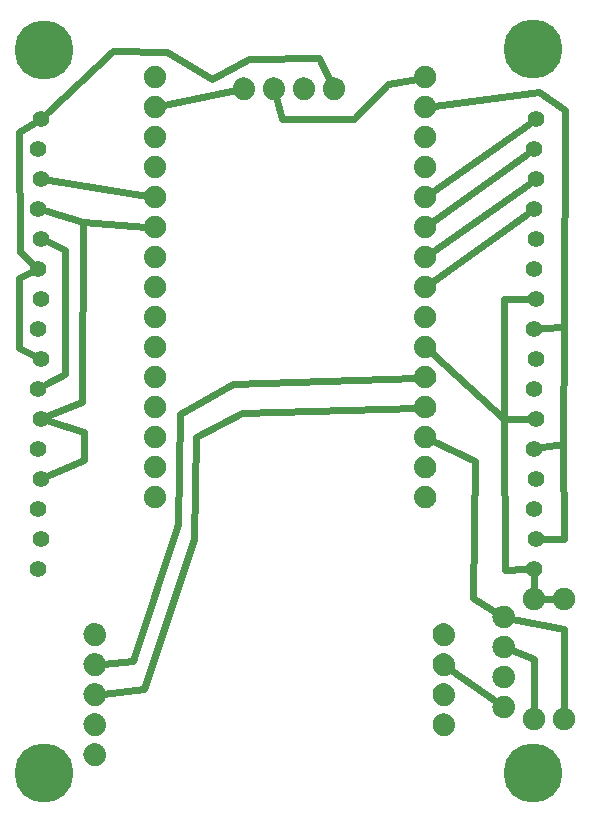
<source format=gbl>
G04 MADE WITH FRITZING*
G04 WWW.FRITZING.ORG*
G04 DOUBLE SIDED*
G04 HOLES PLATED*
G04 CONTOUR ON CENTER OF CONTOUR VECTOR*
%ASAXBY*%
%FSLAX23Y23*%
%MOIN*%
%OFA0B0*%
%SFA1.0B1.0*%
%ADD10C,0.075000*%
%ADD11C,0.055000*%
%ADD12C,0.074106*%
%ADD13C,0.196850*%
%ADD14C,0.024000*%
%ADD15R,0.001000X0.001000*%
%LNCOPPER0*%
G90*
G70*
G54D10*
X1899Y356D03*
X1899Y756D03*
X1799Y356D03*
X1799Y756D03*
G54D11*
X148Y856D03*
X156Y956D03*
X148Y1056D03*
X156Y1156D03*
X148Y1256D03*
X156Y1356D03*
X148Y1456D03*
X156Y1556D03*
X148Y1656D03*
X156Y1756D03*
X148Y1856D03*
X156Y1956D03*
X148Y2056D03*
X156Y2156D03*
X148Y2256D03*
X156Y2356D03*
X1799Y856D03*
X1807Y956D03*
X1799Y1056D03*
X1807Y1156D03*
X1799Y1256D03*
X1807Y1356D03*
X1799Y1456D03*
X1807Y1556D03*
X1799Y1656D03*
X1807Y1756D03*
X1799Y1856D03*
X1807Y1956D03*
X1799Y2056D03*
X1807Y2156D03*
X1799Y2256D03*
X1807Y2356D03*
G54D12*
X1699Y393D03*
X1699Y493D03*
X1699Y594D03*
X1699Y694D03*
X1699Y393D03*
X1699Y493D03*
X1699Y594D03*
X1699Y694D03*
G54D13*
X1797Y175D03*
X165Y175D03*
X1795Y2587D03*
X1795Y2587D03*
X167Y2586D03*
X167Y2586D03*
G54D12*
X537Y1093D03*
X537Y1193D03*
X537Y1293D03*
X537Y1393D03*
X537Y1493D03*
X537Y1593D03*
X537Y1694D03*
X537Y1794D03*
X537Y1894D03*
X537Y1994D03*
X537Y2094D03*
X537Y2194D03*
X537Y2294D03*
X537Y2395D03*
X537Y2495D03*
X1438Y1093D03*
X1438Y1193D03*
X1438Y1293D03*
X1438Y1393D03*
X1438Y1493D03*
X1438Y1593D03*
X1438Y1694D03*
X1438Y1794D03*
X1438Y1894D03*
X1438Y1994D03*
X1438Y2094D03*
X1438Y2194D03*
X1438Y2294D03*
X1438Y2395D03*
X1438Y2495D03*
X537Y1093D03*
X537Y1193D03*
X537Y1293D03*
X537Y1393D03*
X537Y1493D03*
X537Y1593D03*
X537Y1694D03*
X537Y1794D03*
X537Y1894D03*
X537Y1994D03*
X537Y2094D03*
X537Y2194D03*
X537Y2294D03*
X537Y2395D03*
X537Y2495D03*
X1438Y1093D03*
X1438Y1193D03*
X1438Y1293D03*
X1438Y1393D03*
X1438Y1493D03*
X1438Y1593D03*
X1438Y1694D03*
X1438Y1794D03*
X1438Y1894D03*
X1438Y1994D03*
X1438Y2094D03*
X1438Y2194D03*
X1438Y2294D03*
X1438Y2395D03*
X1438Y2495D03*
X1499Y335D03*
X1499Y435D03*
X1499Y536D03*
X1499Y636D03*
X335Y236D03*
X335Y336D03*
X335Y436D03*
X335Y536D03*
X335Y636D03*
X833Y2456D03*
X933Y2456D03*
X1033Y2456D03*
X1133Y2456D03*
G54D14*
X1522Y519D02*
X1675Y410D01*
D02*
X1799Y556D02*
X1726Y583D01*
D02*
X1799Y385D02*
X1799Y556D01*
D02*
X1899Y656D02*
X1727Y688D01*
D02*
X1899Y385D02*
X1899Y656D01*
D02*
X1799Y827D02*
X1799Y785D01*
D02*
X1828Y756D02*
X1870Y756D01*
D02*
X1903Y2385D02*
X1815Y2445D01*
D02*
X1815Y2445D02*
X1466Y2398D01*
D02*
X1899Y1660D02*
X1903Y2385D01*
D02*
X1704Y851D02*
X1770Y854D01*
D02*
X84Y1824D02*
X122Y1843D01*
D02*
X84Y1592D02*
X84Y1824D01*
D02*
X131Y1569D02*
X84Y1592D01*
D02*
X85Y1912D02*
X127Y1875D01*
D02*
X84Y2312D02*
X85Y1912D01*
D02*
X132Y2341D02*
X84Y2312D01*
D02*
X576Y2579D02*
X396Y2582D01*
D02*
X728Y2489D02*
X576Y2579D01*
D02*
X850Y2555D02*
X728Y2489D01*
D02*
X1083Y2557D02*
X850Y2555D01*
D02*
X1121Y2481D02*
X1083Y2557D01*
D02*
X396Y2582D02*
X177Y2376D01*
D02*
X236Y1917D02*
X182Y1943D01*
D02*
X235Y1504D02*
X236Y1917D01*
D02*
X173Y1470D02*
X235Y1504D01*
D02*
X509Y2099D02*
X184Y2151D01*
D02*
X294Y1412D02*
X183Y1367D01*
D02*
X297Y2010D02*
X294Y1412D01*
D02*
X176Y2048D02*
X297Y2010D01*
D02*
X795Y1471D02*
X1409Y1492D01*
D02*
X1461Y1811D02*
X1776Y2039D01*
D02*
X1461Y1910D02*
X1784Y2139D01*
D02*
X1776Y2239D02*
X1461Y2011D01*
D02*
X1784Y2339D02*
X1461Y2111D01*
D02*
X508Y1996D02*
X297Y2010D01*
D02*
X672Y1295D02*
X828Y1374D01*
D02*
X619Y1372D02*
X795Y1471D01*
D02*
X301Y1217D02*
X300Y1312D01*
D02*
X300Y1312D02*
X184Y1348D01*
D02*
X182Y1167D02*
X301Y1217D01*
D02*
X612Y1004D02*
X619Y1372D01*
D02*
X666Y956D02*
X672Y1295D01*
D02*
X499Y456D02*
X666Y956D01*
D02*
X364Y439D02*
X499Y456D01*
D02*
X828Y1374D02*
X1409Y1392D01*
D02*
X463Y548D02*
X612Y1004D01*
D02*
X364Y539D02*
X463Y548D01*
D02*
X1699Y1756D02*
X1778Y1756D01*
D02*
X1699Y1356D02*
X1699Y1756D01*
D02*
X1899Y1660D02*
X1828Y1657D01*
D02*
X1898Y1270D02*
X1899Y1660D01*
D02*
X1699Y1356D02*
X1778Y1356D01*
D02*
X1898Y1270D02*
X1827Y1260D01*
D02*
X1899Y956D02*
X1898Y1270D01*
D02*
X1836Y956D02*
X1899Y956D01*
D02*
X1314Y2470D02*
X1199Y2356D01*
D02*
X959Y2353D02*
X940Y2428D01*
D02*
X1199Y2356D02*
X959Y2353D01*
D02*
X1410Y2489D02*
X1314Y2470D01*
D02*
X1602Y1216D02*
X1464Y1281D01*
D02*
X1598Y757D02*
X1602Y1216D01*
D02*
X1675Y709D02*
X1598Y757D01*
D02*
X1699Y1356D02*
X1459Y1574D01*
D02*
X1704Y851D02*
X1699Y1356D01*
D02*
X805Y2450D02*
X565Y2400D01*
G54D15*
X532Y2532D02*
X541Y2532D01*
X1432Y2532D02*
X1442Y2532D01*
X527Y2531D02*
X545Y2531D01*
X1428Y2531D02*
X1446Y2531D01*
X524Y2530D02*
X548Y2530D01*
X1425Y2530D02*
X1449Y2530D01*
X522Y2529D02*
X551Y2529D01*
X1422Y2529D02*
X1452Y2529D01*
X519Y2528D02*
X553Y2528D01*
X1420Y2528D02*
X1454Y2528D01*
X518Y2527D02*
X555Y2527D01*
X1419Y2527D02*
X1456Y2527D01*
X516Y2526D02*
X556Y2526D01*
X1417Y2526D02*
X1457Y2526D01*
X515Y2525D02*
X558Y2525D01*
X1416Y2525D02*
X1459Y2525D01*
X513Y2524D02*
X559Y2524D01*
X1414Y2524D02*
X1460Y2524D01*
X512Y2523D02*
X560Y2523D01*
X1413Y2523D02*
X1461Y2523D01*
X511Y2522D02*
X561Y2522D01*
X1412Y2522D02*
X1462Y2522D01*
X510Y2521D02*
X562Y2521D01*
X1411Y2521D02*
X1463Y2521D01*
X509Y2520D02*
X563Y2520D01*
X1410Y2520D02*
X1464Y2520D01*
X508Y2519D02*
X564Y2519D01*
X1409Y2519D02*
X1465Y2519D01*
X507Y2518D02*
X565Y2518D01*
X1408Y2518D02*
X1466Y2518D01*
X507Y2517D02*
X566Y2517D01*
X1408Y2517D02*
X1467Y2517D01*
X506Y2516D02*
X566Y2516D01*
X1407Y2516D02*
X1467Y2516D01*
X505Y2515D02*
X567Y2515D01*
X1406Y2515D02*
X1468Y2515D01*
X505Y2514D02*
X568Y2514D01*
X1406Y2514D02*
X1468Y2514D01*
X504Y2513D02*
X568Y2513D01*
X1405Y2513D02*
X1469Y2513D01*
X504Y2512D02*
X530Y2512D01*
X543Y2512D02*
X569Y2512D01*
X1405Y2512D02*
X1431Y2512D01*
X1444Y2512D02*
X1470Y2512D01*
X503Y2511D02*
X528Y2511D01*
X545Y2511D02*
X569Y2511D01*
X1404Y2511D02*
X1428Y2511D01*
X1446Y2511D02*
X1470Y2511D01*
X503Y2510D02*
X526Y2510D01*
X547Y2510D02*
X570Y2510D01*
X1404Y2510D02*
X1427Y2510D01*
X1447Y2510D02*
X1470Y2510D01*
X502Y2509D02*
X525Y2509D01*
X548Y2509D02*
X570Y2509D01*
X1403Y2509D02*
X1426Y2509D01*
X1449Y2509D02*
X1471Y2509D01*
X502Y2508D02*
X524Y2508D01*
X549Y2508D02*
X570Y2508D01*
X1403Y2508D02*
X1424Y2508D01*
X1450Y2508D02*
X1471Y2508D01*
X502Y2507D02*
X523Y2507D01*
X550Y2507D02*
X571Y2507D01*
X1403Y2507D02*
X1424Y2507D01*
X1451Y2507D02*
X1472Y2507D01*
X501Y2506D02*
X522Y2506D01*
X551Y2506D02*
X571Y2506D01*
X1402Y2506D02*
X1423Y2506D01*
X1452Y2506D02*
X1472Y2506D01*
X501Y2505D02*
X521Y2505D01*
X551Y2505D02*
X571Y2505D01*
X1402Y2505D02*
X1422Y2505D01*
X1452Y2505D02*
X1472Y2505D01*
X501Y2504D02*
X520Y2504D01*
X552Y2504D02*
X572Y2504D01*
X1402Y2504D02*
X1421Y2504D01*
X1453Y2504D02*
X1472Y2504D01*
X501Y2503D02*
X520Y2503D01*
X553Y2503D02*
X572Y2503D01*
X1401Y2503D02*
X1421Y2503D01*
X1454Y2503D02*
X1473Y2503D01*
X500Y2502D02*
X519Y2502D01*
X553Y2502D02*
X572Y2502D01*
X1401Y2502D02*
X1420Y2502D01*
X1454Y2502D02*
X1473Y2502D01*
X500Y2501D02*
X519Y2501D01*
X553Y2501D02*
X572Y2501D01*
X1401Y2501D02*
X1420Y2501D01*
X1454Y2501D02*
X1473Y2501D01*
X500Y2500D02*
X519Y2500D01*
X554Y2500D02*
X572Y2500D01*
X1401Y2500D02*
X1420Y2500D01*
X1455Y2500D02*
X1473Y2500D01*
X500Y2499D02*
X518Y2499D01*
X554Y2499D02*
X573Y2499D01*
X1401Y2499D02*
X1419Y2499D01*
X1455Y2499D02*
X1473Y2499D01*
X500Y2498D02*
X518Y2498D01*
X554Y2498D02*
X573Y2498D01*
X1401Y2498D02*
X1419Y2498D01*
X1455Y2498D02*
X1474Y2498D01*
X500Y2497D02*
X518Y2497D01*
X554Y2497D02*
X573Y2497D01*
X1401Y2497D02*
X1419Y2497D01*
X1455Y2497D02*
X1474Y2497D01*
X500Y2496D02*
X518Y2496D01*
X554Y2496D02*
X573Y2496D01*
X1401Y2496D02*
X1419Y2496D01*
X1455Y2496D02*
X1474Y2496D01*
X500Y2495D02*
X518Y2495D01*
X554Y2495D02*
X573Y2495D01*
X1401Y2495D02*
X1419Y2495D01*
X1455Y2495D02*
X1474Y2495D01*
X500Y2494D02*
X518Y2494D01*
X554Y2494D02*
X573Y2494D01*
X1401Y2494D02*
X1419Y2494D01*
X1455Y2494D02*
X1474Y2494D01*
X500Y2493D02*
X518Y2493D01*
X554Y2493D02*
X573Y2493D01*
X828Y2493D02*
X837Y2493D01*
X928Y2493D02*
X937Y2493D01*
X1028Y2493D02*
X1037Y2493D01*
X1128Y2493D02*
X1137Y2493D01*
X1401Y2493D02*
X1419Y2493D01*
X1455Y2493D02*
X1474Y2493D01*
X500Y2492D02*
X518Y2492D01*
X554Y2492D02*
X573Y2492D01*
X823Y2492D02*
X841Y2492D01*
X923Y2492D02*
X941Y2492D01*
X1024Y2492D02*
X1041Y2492D01*
X1124Y2492D02*
X1142Y2492D01*
X1401Y2492D02*
X1419Y2492D01*
X1455Y2492D02*
X1473Y2492D01*
X500Y2491D02*
X519Y2491D01*
X554Y2491D02*
X572Y2491D01*
X820Y2491D02*
X844Y2491D01*
X920Y2491D02*
X944Y2491D01*
X1020Y2491D02*
X1045Y2491D01*
X1121Y2491D02*
X1145Y2491D01*
X1401Y2491D02*
X1420Y2491D01*
X1455Y2491D02*
X1473Y2491D01*
X500Y2490D02*
X519Y2490D01*
X553Y2490D02*
X572Y2490D01*
X818Y2490D02*
X847Y2490D01*
X918Y2490D02*
X947Y2490D01*
X1018Y2490D02*
X1047Y2490D01*
X1118Y2490D02*
X1147Y2490D01*
X1401Y2490D02*
X1420Y2490D01*
X1454Y2490D02*
X1473Y2490D01*
X500Y2489D02*
X519Y2489D01*
X553Y2489D02*
X572Y2489D01*
X816Y2489D02*
X849Y2489D01*
X916Y2489D02*
X949Y2489D01*
X1016Y2489D02*
X1049Y2489D01*
X1116Y2489D02*
X1149Y2489D01*
X1401Y2489D02*
X1420Y2489D01*
X1454Y2489D02*
X1473Y2489D01*
X501Y2488D02*
X520Y2488D01*
X553Y2488D02*
X572Y2488D01*
X814Y2488D02*
X851Y2488D01*
X914Y2488D02*
X951Y2488D01*
X1014Y2488D02*
X1051Y2488D01*
X1114Y2488D02*
X1151Y2488D01*
X1401Y2488D02*
X1421Y2488D01*
X1454Y2488D02*
X1473Y2488D01*
X501Y2487D02*
X520Y2487D01*
X552Y2487D02*
X572Y2487D01*
X812Y2487D02*
X852Y2487D01*
X912Y2487D02*
X952Y2487D01*
X1012Y2487D02*
X1053Y2487D01*
X1113Y2487D02*
X1153Y2487D01*
X1402Y2487D02*
X1421Y2487D01*
X1453Y2487D02*
X1473Y2487D01*
X501Y2486D02*
X521Y2486D01*
X552Y2486D02*
X571Y2486D01*
X811Y2486D02*
X854Y2486D01*
X911Y2486D02*
X954Y2486D01*
X1011Y2486D02*
X1054Y2486D01*
X1111Y2486D02*
X1154Y2486D01*
X1402Y2486D02*
X1422Y2486D01*
X1452Y2486D02*
X1472Y2486D01*
X501Y2485D02*
X522Y2485D01*
X551Y2485D02*
X571Y2485D01*
X809Y2485D02*
X855Y2485D01*
X909Y2485D02*
X955Y2485D01*
X1010Y2485D02*
X1055Y2485D01*
X1110Y2485D02*
X1156Y2485D01*
X1402Y2485D02*
X1423Y2485D01*
X1452Y2485D02*
X1472Y2485D01*
X502Y2484D02*
X522Y2484D01*
X550Y2484D02*
X571Y2484D01*
X808Y2484D02*
X856Y2484D01*
X908Y2484D02*
X956Y2484D01*
X1008Y2484D02*
X1057Y2484D01*
X1109Y2484D02*
X1157Y2484D01*
X1403Y2484D02*
X1423Y2484D01*
X1451Y2484D02*
X1472Y2484D01*
X502Y2483D02*
X523Y2483D01*
X549Y2483D02*
X570Y2483D01*
X807Y2483D02*
X857Y2483D01*
X907Y2483D02*
X958Y2483D01*
X1007Y2483D02*
X1058Y2483D01*
X1107Y2483D02*
X1158Y2483D01*
X1403Y2483D02*
X1424Y2483D01*
X1450Y2483D02*
X1471Y2483D01*
X502Y2482D02*
X525Y2482D01*
X548Y2482D02*
X570Y2482D01*
X806Y2482D02*
X858Y2482D01*
X906Y2482D02*
X959Y2482D01*
X1006Y2482D02*
X1059Y2482D01*
X1106Y2482D02*
X1159Y2482D01*
X1403Y2482D02*
X1425Y2482D01*
X1449Y2482D02*
X1471Y2482D01*
X503Y2481D02*
X526Y2481D01*
X547Y2481D02*
X570Y2481D01*
X805Y2481D02*
X859Y2481D01*
X905Y2481D02*
X959Y2481D01*
X1005Y2481D02*
X1060Y2481D01*
X1106Y2481D02*
X1160Y2481D01*
X1404Y2481D02*
X1427Y2481D01*
X1448Y2481D02*
X1471Y2481D01*
X503Y2480D02*
X527Y2480D01*
X545Y2480D02*
X569Y2480D01*
X804Y2480D02*
X860Y2480D01*
X904Y2480D02*
X960Y2480D01*
X1005Y2480D02*
X1060Y2480D01*
X1105Y2480D02*
X1161Y2480D01*
X1404Y2480D02*
X1428Y2480D01*
X1446Y2480D02*
X1470Y2480D01*
X504Y2479D02*
X529Y2479D01*
X543Y2479D02*
X569Y2479D01*
X804Y2479D02*
X861Y2479D01*
X904Y2479D02*
X961Y2479D01*
X1004Y2479D02*
X1061Y2479D01*
X1104Y2479D02*
X1161Y2479D01*
X1405Y2479D02*
X1430Y2479D01*
X1444Y2479D02*
X1470Y2479D01*
X504Y2478D02*
X534Y2478D01*
X538Y2478D02*
X568Y2478D01*
X803Y2478D02*
X862Y2478D01*
X903Y2478D02*
X962Y2478D01*
X1003Y2478D02*
X1062Y2478D01*
X1103Y2478D02*
X1162Y2478D01*
X1405Y2478D02*
X1435Y2478D01*
X1439Y2478D02*
X1469Y2478D01*
X505Y2477D02*
X568Y2477D01*
X802Y2477D02*
X862Y2477D01*
X902Y2477D02*
X963Y2477D01*
X1002Y2477D02*
X1063Y2477D01*
X1103Y2477D02*
X1163Y2477D01*
X1406Y2477D02*
X1469Y2477D01*
X505Y2476D02*
X567Y2476D01*
X802Y2476D02*
X863Y2476D01*
X902Y2476D02*
X963Y2476D01*
X1002Y2476D02*
X1063Y2476D01*
X1102Y2476D02*
X1163Y2476D01*
X1406Y2476D02*
X1468Y2476D01*
X506Y2475D02*
X566Y2475D01*
X801Y2475D02*
X864Y2475D01*
X901Y2475D02*
X964Y2475D01*
X1001Y2475D02*
X1064Y2475D01*
X1101Y2475D02*
X1164Y2475D01*
X1407Y2475D02*
X1467Y2475D01*
X507Y2474D02*
X566Y2474D01*
X800Y2474D02*
X864Y2474D01*
X900Y2474D02*
X964Y2474D01*
X1001Y2474D02*
X1064Y2474D01*
X1101Y2474D02*
X1165Y2474D01*
X1408Y2474D02*
X1467Y2474D01*
X507Y2473D02*
X565Y2473D01*
X800Y2473D02*
X826Y2473D01*
X839Y2473D02*
X865Y2473D01*
X900Y2473D02*
X926Y2473D01*
X939Y2473D02*
X965Y2473D01*
X1000Y2473D02*
X1026Y2473D01*
X1039Y2473D02*
X1065Y2473D01*
X1100Y2473D02*
X1126Y2473D01*
X1139Y2473D02*
X1165Y2473D01*
X1408Y2473D02*
X1466Y2473D01*
X508Y2472D02*
X564Y2472D01*
X799Y2472D02*
X824Y2472D01*
X841Y2472D02*
X865Y2472D01*
X900Y2472D02*
X924Y2472D01*
X941Y2472D02*
X965Y2472D01*
X1000Y2472D02*
X1024Y2472D01*
X1041Y2472D02*
X1065Y2472D01*
X1100Y2472D02*
X1124Y2472D01*
X1141Y2472D02*
X1165Y2472D01*
X1409Y2472D02*
X1465Y2472D01*
X509Y2471D02*
X563Y2471D01*
X799Y2471D02*
X822Y2471D01*
X843Y2471D02*
X866Y2471D01*
X899Y2471D02*
X922Y2471D01*
X943Y2471D02*
X966Y2471D01*
X999Y2471D02*
X1022Y2471D01*
X1043Y2471D02*
X1066Y2471D01*
X1099Y2471D02*
X1122Y2471D01*
X1143Y2471D02*
X1166Y2471D01*
X1410Y2471D02*
X1464Y2471D01*
X510Y2470D02*
X563Y2470D01*
X799Y2470D02*
X821Y2470D01*
X844Y2470D02*
X866Y2470D01*
X899Y2470D02*
X921Y2470D01*
X944Y2470D02*
X966Y2470D01*
X999Y2470D02*
X1021Y2470D01*
X1044Y2470D02*
X1066Y2470D01*
X1099Y2470D02*
X1121Y2470D01*
X1144Y2470D02*
X1166Y2470D01*
X1411Y2470D02*
X1464Y2470D01*
X511Y2469D02*
X562Y2469D01*
X798Y2469D02*
X820Y2469D01*
X845Y2469D02*
X866Y2469D01*
X898Y2469D02*
X920Y2469D01*
X945Y2469D02*
X966Y2469D01*
X998Y2469D02*
X1020Y2469D01*
X1045Y2469D02*
X1067Y2469D01*
X1099Y2469D02*
X1120Y2469D01*
X1145Y2469D02*
X1167Y2469D01*
X1412Y2469D02*
X1463Y2469D01*
X512Y2468D02*
X561Y2468D01*
X798Y2468D02*
X819Y2468D01*
X846Y2468D02*
X867Y2468D01*
X898Y2468D02*
X919Y2468D01*
X946Y2468D02*
X967Y2468D01*
X998Y2468D02*
X1019Y2468D01*
X1046Y2468D02*
X1067Y2468D01*
X1098Y2468D02*
X1119Y2468D01*
X1146Y2468D02*
X1167Y2468D01*
X1413Y2468D02*
X1461Y2468D01*
X513Y2467D02*
X559Y2467D01*
X797Y2467D02*
X818Y2467D01*
X847Y2467D02*
X867Y2467D01*
X898Y2467D02*
X918Y2467D01*
X947Y2467D02*
X967Y2467D01*
X998Y2467D02*
X1018Y2467D01*
X1047Y2467D02*
X1067Y2467D01*
X1098Y2467D02*
X1118Y2467D01*
X1147Y2467D02*
X1167Y2467D01*
X1414Y2467D02*
X1460Y2467D01*
X514Y2466D02*
X558Y2466D01*
X797Y2466D02*
X817Y2466D01*
X847Y2466D02*
X867Y2466D01*
X897Y2466D02*
X917Y2466D01*
X948Y2466D02*
X967Y2466D01*
X997Y2466D02*
X1017Y2466D01*
X1048Y2466D02*
X1068Y2466D01*
X1098Y2466D02*
X1117Y2466D01*
X1148Y2466D02*
X1168Y2466D01*
X1415Y2466D02*
X1459Y2466D01*
X516Y2465D02*
X557Y2465D01*
X797Y2465D02*
X816Y2465D01*
X848Y2465D02*
X868Y2465D01*
X897Y2465D02*
X917Y2465D01*
X948Y2465D02*
X968Y2465D01*
X997Y2465D02*
X1017Y2465D01*
X1048Y2465D02*
X1068Y2465D01*
X1097Y2465D02*
X1117Y2465D01*
X1148Y2465D02*
X1168Y2465D01*
X1417Y2465D02*
X1458Y2465D01*
X517Y2464D02*
X555Y2464D01*
X797Y2464D02*
X816Y2464D01*
X849Y2464D02*
X868Y2464D01*
X897Y2464D02*
X916Y2464D01*
X949Y2464D02*
X968Y2464D01*
X997Y2464D02*
X1016Y2464D01*
X1049Y2464D02*
X1068Y2464D01*
X1097Y2464D02*
X1116Y2464D01*
X1149Y2464D02*
X1168Y2464D01*
X1418Y2464D02*
X1456Y2464D01*
X519Y2463D02*
X553Y2463D01*
X796Y2463D02*
X815Y2463D01*
X849Y2463D02*
X868Y2463D01*
X897Y2463D02*
X916Y2463D01*
X949Y2463D02*
X968Y2463D01*
X997Y2463D02*
X1016Y2463D01*
X1049Y2463D02*
X1068Y2463D01*
X1097Y2463D02*
X1116Y2463D01*
X1150Y2463D02*
X1168Y2463D01*
X1420Y2463D02*
X1454Y2463D01*
X521Y2462D02*
X551Y2462D01*
X796Y2462D02*
X815Y2462D01*
X849Y2462D02*
X868Y2462D01*
X896Y2462D02*
X915Y2462D01*
X950Y2462D02*
X968Y2462D01*
X997Y2462D02*
X1015Y2462D01*
X1050Y2462D02*
X1069Y2462D01*
X1097Y2462D02*
X1115Y2462D01*
X1150Y2462D02*
X1169Y2462D01*
X1422Y2462D02*
X1452Y2462D01*
X524Y2461D02*
X549Y2461D01*
X796Y2461D02*
X815Y2461D01*
X850Y2461D02*
X868Y2461D01*
X896Y2461D02*
X915Y2461D01*
X950Y2461D02*
X969Y2461D01*
X996Y2461D02*
X1015Y2461D01*
X1050Y2461D02*
X1069Y2461D01*
X1096Y2461D02*
X1115Y2461D01*
X1150Y2461D02*
X1169Y2461D01*
X1425Y2461D02*
X1450Y2461D01*
X526Y2460D02*
X546Y2460D01*
X796Y2460D02*
X815Y2460D01*
X850Y2460D02*
X869Y2460D01*
X896Y2460D02*
X915Y2460D01*
X950Y2460D02*
X969Y2460D01*
X996Y2460D02*
X1015Y2460D01*
X1050Y2460D02*
X1069Y2460D01*
X1096Y2460D02*
X1115Y2460D01*
X1150Y2460D02*
X1169Y2460D01*
X1427Y2460D02*
X1447Y2460D01*
X531Y2459D02*
X542Y2459D01*
X796Y2459D02*
X814Y2459D01*
X850Y2459D02*
X869Y2459D01*
X896Y2459D02*
X915Y2459D01*
X950Y2459D02*
X969Y2459D01*
X996Y2459D02*
X1015Y2459D01*
X1050Y2459D02*
X1069Y2459D01*
X1096Y2459D02*
X1115Y2459D01*
X1150Y2459D02*
X1169Y2459D01*
X1432Y2459D02*
X1443Y2459D01*
X796Y2458D02*
X814Y2458D01*
X850Y2458D02*
X869Y2458D01*
X896Y2458D02*
X915Y2458D01*
X950Y2458D02*
X969Y2458D01*
X996Y2458D02*
X1015Y2458D01*
X1050Y2458D02*
X1069Y2458D01*
X1096Y2458D02*
X1115Y2458D01*
X1151Y2458D02*
X1169Y2458D01*
X796Y2457D02*
X814Y2457D01*
X850Y2457D02*
X869Y2457D01*
X896Y2457D02*
X914Y2457D01*
X950Y2457D02*
X969Y2457D01*
X996Y2457D02*
X1015Y2457D01*
X1050Y2457D02*
X1069Y2457D01*
X1096Y2457D02*
X1115Y2457D01*
X1151Y2457D02*
X1169Y2457D01*
X796Y2456D02*
X814Y2456D01*
X850Y2456D02*
X869Y2456D01*
X896Y2456D02*
X914Y2456D01*
X950Y2456D02*
X969Y2456D01*
X996Y2456D02*
X1015Y2456D01*
X1050Y2456D02*
X1069Y2456D01*
X1096Y2456D02*
X1115Y2456D01*
X1151Y2456D02*
X1169Y2456D01*
X796Y2455D02*
X814Y2455D01*
X850Y2455D02*
X869Y2455D01*
X896Y2455D02*
X914Y2455D01*
X950Y2455D02*
X969Y2455D01*
X996Y2455D02*
X1015Y2455D01*
X1050Y2455D02*
X1069Y2455D01*
X1096Y2455D02*
X1115Y2455D01*
X1151Y2455D02*
X1169Y2455D01*
X796Y2454D02*
X814Y2454D01*
X850Y2454D02*
X869Y2454D01*
X896Y2454D02*
X915Y2454D01*
X950Y2454D02*
X969Y2454D01*
X996Y2454D02*
X1015Y2454D01*
X1050Y2454D02*
X1069Y2454D01*
X1096Y2454D02*
X1115Y2454D01*
X1150Y2454D02*
X1169Y2454D01*
X796Y2453D02*
X815Y2453D01*
X850Y2453D02*
X869Y2453D01*
X896Y2453D02*
X915Y2453D01*
X950Y2453D02*
X969Y2453D01*
X996Y2453D02*
X1015Y2453D01*
X1050Y2453D02*
X1069Y2453D01*
X1096Y2453D02*
X1115Y2453D01*
X1150Y2453D02*
X1169Y2453D01*
X796Y2452D02*
X815Y2452D01*
X850Y2452D02*
X868Y2452D01*
X896Y2452D02*
X915Y2452D01*
X950Y2452D02*
X969Y2452D01*
X996Y2452D02*
X1015Y2452D01*
X1050Y2452D02*
X1069Y2452D01*
X1096Y2452D02*
X1115Y2452D01*
X1150Y2452D02*
X1169Y2452D01*
X796Y2451D02*
X815Y2451D01*
X850Y2451D02*
X868Y2451D01*
X896Y2451D02*
X915Y2451D01*
X950Y2451D02*
X968Y2451D01*
X996Y2451D02*
X1015Y2451D01*
X1050Y2451D02*
X1069Y2451D01*
X1097Y2451D02*
X1115Y2451D01*
X1150Y2451D02*
X1169Y2451D01*
X796Y2450D02*
X815Y2450D01*
X849Y2450D02*
X868Y2450D01*
X897Y2450D02*
X915Y2450D01*
X949Y2450D02*
X968Y2450D01*
X997Y2450D02*
X1016Y2450D01*
X1049Y2450D02*
X1068Y2450D01*
X1097Y2450D02*
X1116Y2450D01*
X1150Y2450D02*
X1168Y2450D01*
X797Y2449D02*
X816Y2449D01*
X849Y2449D02*
X868Y2449D01*
X897Y2449D02*
X916Y2449D01*
X949Y2449D02*
X968Y2449D01*
X997Y2449D02*
X1016Y2449D01*
X1049Y2449D02*
X1068Y2449D01*
X1097Y2449D02*
X1116Y2449D01*
X1149Y2449D02*
X1168Y2449D01*
X797Y2448D02*
X816Y2448D01*
X848Y2448D02*
X868Y2448D01*
X897Y2448D02*
X916Y2448D01*
X948Y2448D02*
X968Y2448D01*
X997Y2448D02*
X1017Y2448D01*
X1048Y2448D02*
X1068Y2448D01*
X1097Y2448D02*
X1117Y2448D01*
X1149Y2448D02*
X1168Y2448D01*
X797Y2447D02*
X817Y2447D01*
X848Y2447D02*
X867Y2447D01*
X897Y2447D02*
X917Y2447D01*
X948Y2447D02*
X968Y2447D01*
X997Y2447D02*
X1017Y2447D01*
X1048Y2447D02*
X1068Y2447D01*
X1097Y2447D02*
X1117Y2447D01*
X1148Y2447D02*
X1168Y2447D01*
X797Y2446D02*
X818Y2446D01*
X847Y2446D02*
X867Y2446D01*
X897Y2446D02*
X918Y2446D01*
X947Y2446D02*
X967Y2446D01*
X998Y2446D02*
X1018Y2446D01*
X1047Y2446D02*
X1067Y2446D01*
X1098Y2446D02*
X1118Y2446D01*
X1147Y2446D02*
X1168Y2446D01*
X798Y2445D02*
X818Y2445D01*
X846Y2445D02*
X867Y2445D01*
X898Y2445D02*
X919Y2445D01*
X946Y2445D02*
X967Y2445D01*
X998Y2445D02*
X1019Y2445D01*
X1046Y2445D02*
X1067Y2445D01*
X1098Y2445D02*
X1119Y2445D01*
X1146Y2445D02*
X1167Y2445D01*
X798Y2444D02*
X819Y2444D01*
X845Y2444D02*
X866Y2444D01*
X898Y2444D02*
X920Y2444D01*
X945Y2444D02*
X967Y2444D01*
X998Y2444D02*
X1020Y2444D01*
X1045Y2444D02*
X1067Y2444D01*
X1098Y2444D02*
X1120Y2444D01*
X1146Y2444D02*
X1167Y2444D01*
X798Y2443D02*
X821Y2443D01*
X844Y2443D02*
X866Y2443D01*
X899Y2443D02*
X921Y2443D01*
X944Y2443D02*
X966Y2443D01*
X999Y2443D02*
X1021Y2443D01*
X1044Y2443D02*
X1066Y2443D01*
X1099Y2443D02*
X1121Y2443D01*
X1144Y2443D02*
X1166Y2443D01*
X799Y2442D02*
X822Y2442D01*
X843Y2442D02*
X866Y2442D01*
X899Y2442D02*
X922Y2442D01*
X943Y2442D02*
X966Y2442D01*
X999Y2442D02*
X1022Y2442D01*
X1043Y2442D02*
X1066Y2442D01*
X1099Y2442D02*
X1122Y2442D01*
X1143Y2442D02*
X1166Y2442D01*
X799Y2441D02*
X823Y2441D01*
X841Y2441D02*
X865Y2441D01*
X899Y2441D02*
X923Y2441D01*
X941Y2441D02*
X965Y2441D01*
X1000Y2441D02*
X1023Y2441D01*
X1042Y2441D02*
X1065Y2441D01*
X1100Y2441D02*
X1124Y2441D01*
X1142Y2441D02*
X1166Y2441D01*
X800Y2440D02*
X825Y2440D01*
X839Y2440D02*
X865Y2440D01*
X900Y2440D02*
X925Y2440D01*
X940Y2440D02*
X965Y2440D01*
X1000Y2440D02*
X1025Y2440D01*
X1040Y2440D02*
X1065Y2440D01*
X1100Y2440D02*
X1125Y2440D01*
X1140Y2440D02*
X1165Y2440D01*
X800Y2439D02*
X830Y2439D01*
X835Y2439D02*
X864Y2439D01*
X900Y2439D02*
X930Y2439D01*
X935Y2439D02*
X964Y2439D01*
X1000Y2439D02*
X1030Y2439D01*
X1035Y2439D02*
X1065Y2439D01*
X1101Y2439D02*
X1130Y2439D01*
X1135Y2439D02*
X1165Y2439D01*
X801Y2438D02*
X864Y2438D01*
X901Y2438D02*
X964Y2438D01*
X1001Y2438D02*
X1064Y2438D01*
X1101Y2438D02*
X1164Y2438D01*
X801Y2437D02*
X863Y2437D01*
X901Y2437D02*
X963Y2437D01*
X1002Y2437D02*
X1063Y2437D01*
X1102Y2437D02*
X1164Y2437D01*
X802Y2436D02*
X863Y2436D01*
X902Y2436D02*
X963Y2436D01*
X1002Y2436D02*
X1063Y2436D01*
X1102Y2436D02*
X1163Y2436D01*
X803Y2435D02*
X862Y2435D01*
X903Y2435D02*
X962Y2435D01*
X1003Y2435D02*
X1062Y2435D01*
X1103Y2435D02*
X1162Y2435D01*
X803Y2434D02*
X861Y2434D01*
X903Y2434D02*
X961Y2434D01*
X1004Y2434D02*
X1061Y2434D01*
X1104Y2434D02*
X1162Y2434D01*
X804Y2433D02*
X860Y2433D01*
X904Y2433D02*
X961Y2433D01*
X1004Y2433D02*
X1061Y2433D01*
X1104Y2433D02*
X1161Y2433D01*
X532Y2432D02*
X540Y2432D01*
X805Y2432D02*
X860Y2432D01*
X905Y2432D02*
X960Y2432D01*
X1005Y2432D02*
X1060Y2432D01*
X1105Y2432D02*
X1160Y2432D01*
X1433Y2432D02*
X1441Y2432D01*
X527Y2431D02*
X545Y2431D01*
X806Y2431D02*
X859Y2431D01*
X906Y2431D02*
X959Y2431D01*
X1006Y2431D02*
X1059Y2431D01*
X1106Y2431D02*
X1159Y2431D01*
X1428Y2431D02*
X1446Y2431D01*
X524Y2430D02*
X548Y2430D01*
X807Y2430D02*
X858Y2430D01*
X907Y2430D02*
X958Y2430D01*
X1007Y2430D02*
X1058Y2430D01*
X1107Y2430D02*
X1158Y2430D01*
X1425Y2430D02*
X1449Y2430D01*
X522Y2429D02*
X551Y2429D01*
X808Y2429D02*
X857Y2429D01*
X908Y2429D02*
X957Y2429D01*
X1008Y2429D02*
X1057Y2429D01*
X1108Y2429D02*
X1157Y2429D01*
X1423Y2429D02*
X1452Y2429D01*
X520Y2428D02*
X553Y2428D01*
X809Y2428D02*
X856Y2428D01*
X909Y2428D02*
X956Y2428D01*
X1009Y2428D02*
X1056Y2428D01*
X1109Y2428D02*
X1156Y2428D01*
X1421Y2428D02*
X1454Y2428D01*
X518Y2427D02*
X555Y2427D01*
X810Y2427D02*
X854Y2427D01*
X910Y2427D02*
X954Y2427D01*
X1011Y2427D02*
X1054Y2427D01*
X1111Y2427D02*
X1155Y2427D01*
X1419Y2427D02*
X1455Y2427D01*
X516Y2426D02*
X556Y2426D01*
X812Y2426D02*
X853Y2426D01*
X912Y2426D02*
X953Y2426D01*
X1012Y2426D02*
X1053Y2426D01*
X1112Y2426D02*
X1153Y2426D01*
X1417Y2426D02*
X1457Y2426D01*
X515Y2425D02*
X558Y2425D01*
X813Y2425D02*
X851Y2425D01*
X913Y2425D02*
X951Y2425D01*
X1014Y2425D02*
X1051Y2425D01*
X1114Y2425D02*
X1152Y2425D01*
X1416Y2425D02*
X1459Y2425D01*
X513Y2424D02*
X559Y2424D01*
X815Y2424D02*
X849Y2424D01*
X915Y2424D02*
X950Y2424D01*
X1015Y2424D02*
X1050Y2424D01*
X1115Y2424D02*
X1150Y2424D01*
X1414Y2424D02*
X1460Y2424D01*
X512Y2423D02*
X560Y2423D01*
X817Y2423D02*
X847Y2423D01*
X917Y2423D02*
X947Y2423D01*
X1017Y2423D02*
X1048Y2423D01*
X1118Y2423D02*
X1148Y2423D01*
X1413Y2423D02*
X1461Y2423D01*
X511Y2422D02*
X561Y2422D01*
X820Y2422D02*
X845Y2422D01*
X920Y2422D02*
X945Y2422D01*
X1020Y2422D02*
X1045Y2422D01*
X1120Y2422D02*
X1145Y2422D01*
X1412Y2422D02*
X1462Y2422D01*
X510Y2421D02*
X562Y2421D01*
X822Y2421D02*
X842Y2421D01*
X922Y2421D02*
X942Y2421D01*
X1023Y2421D02*
X1042Y2421D01*
X1123Y2421D02*
X1143Y2421D01*
X1411Y2421D02*
X1463Y2421D01*
X509Y2420D02*
X563Y2420D01*
X826Y2420D02*
X838Y2420D01*
X926Y2420D02*
X938Y2420D01*
X1027Y2420D02*
X1038Y2420D01*
X1127Y2420D02*
X1139Y2420D01*
X1410Y2420D02*
X1464Y2420D01*
X508Y2419D02*
X564Y2419D01*
X1409Y2419D02*
X1465Y2419D01*
X508Y2418D02*
X565Y2418D01*
X1408Y2418D02*
X1466Y2418D01*
X507Y2417D02*
X566Y2417D01*
X1408Y2417D02*
X1467Y2417D01*
X506Y2416D02*
X566Y2416D01*
X1407Y2416D02*
X1467Y2416D01*
X506Y2415D02*
X567Y2415D01*
X1406Y2415D02*
X1468Y2415D01*
X505Y2414D02*
X567Y2414D01*
X1406Y2414D02*
X1468Y2414D01*
X504Y2413D02*
X568Y2413D01*
X1405Y2413D02*
X1469Y2413D01*
X504Y2412D02*
X530Y2412D01*
X542Y2412D02*
X569Y2412D01*
X1405Y2412D02*
X1431Y2412D01*
X1443Y2412D02*
X1469Y2412D01*
X503Y2411D02*
X528Y2411D01*
X545Y2411D02*
X569Y2411D01*
X1404Y2411D02*
X1429Y2411D01*
X1446Y2411D02*
X1470Y2411D01*
X503Y2410D02*
X526Y2410D01*
X546Y2410D02*
X570Y2410D01*
X1404Y2410D02*
X1427Y2410D01*
X1447Y2410D02*
X1470Y2410D01*
X503Y2409D02*
X525Y2409D01*
X548Y2409D02*
X570Y2409D01*
X1403Y2409D02*
X1426Y2409D01*
X1449Y2409D02*
X1471Y2409D01*
X502Y2408D02*
X524Y2408D01*
X549Y2408D02*
X570Y2408D01*
X1403Y2408D02*
X1425Y2408D01*
X1450Y2408D02*
X1471Y2408D01*
X502Y2407D02*
X523Y2407D01*
X550Y2407D02*
X571Y2407D01*
X1403Y2407D02*
X1424Y2407D01*
X1451Y2407D02*
X1472Y2407D01*
X501Y2406D02*
X522Y2406D01*
X551Y2406D02*
X571Y2406D01*
X1402Y2406D02*
X1423Y2406D01*
X1451Y2406D02*
X1472Y2406D01*
X501Y2405D02*
X521Y2405D01*
X551Y2405D02*
X571Y2405D01*
X1402Y2405D02*
X1422Y2405D01*
X1452Y2405D02*
X1472Y2405D01*
X501Y2404D02*
X520Y2404D01*
X552Y2404D02*
X572Y2404D01*
X1402Y2404D02*
X1421Y2404D01*
X1453Y2404D02*
X1472Y2404D01*
X501Y2403D02*
X520Y2403D01*
X553Y2403D02*
X572Y2403D01*
X1402Y2403D02*
X1421Y2403D01*
X1453Y2403D02*
X1473Y2403D01*
X500Y2402D02*
X519Y2402D01*
X553Y2402D02*
X572Y2402D01*
X1401Y2402D02*
X1420Y2402D01*
X1454Y2402D02*
X1473Y2402D01*
X500Y2401D02*
X519Y2401D01*
X553Y2401D02*
X572Y2401D01*
X1401Y2401D02*
X1420Y2401D01*
X1454Y2401D02*
X1473Y2401D01*
X500Y2400D02*
X519Y2400D01*
X554Y2400D02*
X572Y2400D01*
X1401Y2400D02*
X1420Y2400D01*
X1455Y2400D02*
X1473Y2400D01*
X500Y2399D02*
X518Y2399D01*
X554Y2399D02*
X573Y2399D01*
X1401Y2399D02*
X1419Y2399D01*
X1455Y2399D02*
X1473Y2399D01*
X500Y2398D02*
X518Y2398D01*
X554Y2398D02*
X573Y2398D01*
X1401Y2398D02*
X1419Y2398D01*
X1455Y2398D02*
X1474Y2398D01*
X500Y2397D02*
X518Y2397D01*
X554Y2397D02*
X573Y2397D01*
X1401Y2397D02*
X1419Y2397D01*
X1455Y2397D02*
X1474Y2397D01*
X500Y2396D02*
X518Y2396D01*
X554Y2396D02*
X573Y2396D01*
X1401Y2396D02*
X1419Y2396D01*
X1455Y2396D02*
X1474Y2396D01*
X500Y2395D02*
X518Y2395D01*
X554Y2395D02*
X573Y2395D01*
X1401Y2395D02*
X1419Y2395D01*
X1455Y2395D02*
X1474Y2395D01*
X500Y2394D02*
X518Y2394D01*
X554Y2394D02*
X573Y2394D01*
X1401Y2394D02*
X1419Y2394D01*
X1455Y2394D02*
X1474Y2394D01*
X500Y2393D02*
X518Y2393D01*
X554Y2393D02*
X573Y2393D01*
X1401Y2393D02*
X1419Y2393D01*
X1455Y2393D02*
X1474Y2393D01*
X500Y2392D02*
X518Y2392D01*
X554Y2392D02*
X573Y2392D01*
X1401Y2392D02*
X1419Y2392D01*
X1455Y2392D02*
X1473Y2392D01*
X500Y2391D02*
X519Y2391D01*
X554Y2391D02*
X572Y2391D01*
X1401Y2391D02*
X1420Y2391D01*
X1455Y2391D02*
X1473Y2391D01*
X500Y2390D02*
X519Y2390D01*
X553Y2390D02*
X572Y2390D01*
X1401Y2390D02*
X1420Y2390D01*
X1454Y2390D02*
X1473Y2390D01*
X500Y2389D02*
X519Y2389D01*
X553Y2389D02*
X572Y2389D01*
X1401Y2389D02*
X1420Y2389D01*
X1454Y2389D02*
X1473Y2389D01*
X501Y2388D02*
X520Y2388D01*
X553Y2388D02*
X572Y2388D01*
X1401Y2388D02*
X1421Y2388D01*
X1454Y2388D02*
X1473Y2388D01*
X501Y2387D02*
X520Y2387D01*
X552Y2387D02*
X572Y2387D01*
X1402Y2387D02*
X1421Y2387D01*
X1453Y2387D02*
X1473Y2387D01*
X501Y2386D02*
X521Y2386D01*
X552Y2386D02*
X571Y2386D01*
X1402Y2386D02*
X1422Y2386D01*
X1453Y2386D02*
X1472Y2386D01*
X501Y2385D02*
X522Y2385D01*
X551Y2385D02*
X571Y2385D01*
X1402Y2385D02*
X1422Y2385D01*
X1452Y2385D02*
X1472Y2385D01*
X502Y2384D02*
X522Y2384D01*
X550Y2384D02*
X571Y2384D01*
X1403Y2384D02*
X1423Y2384D01*
X1451Y2384D02*
X1472Y2384D01*
X502Y2383D02*
X523Y2383D01*
X549Y2383D02*
X570Y2383D01*
X1403Y2383D02*
X1424Y2383D01*
X1450Y2383D02*
X1471Y2383D01*
X502Y2382D02*
X524Y2382D01*
X548Y2382D02*
X570Y2382D01*
X1403Y2382D02*
X1425Y2382D01*
X1449Y2382D02*
X1471Y2382D01*
X503Y2381D02*
X526Y2381D01*
X547Y2381D02*
X570Y2381D01*
X1404Y2381D02*
X1426Y2381D01*
X1448Y2381D02*
X1471Y2381D01*
X503Y2380D02*
X527Y2380D01*
X545Y2380D02*
X569Y2380D01*
X1404Y2380D02*
X1428Y2380D01*
X1446Y2380D02*
X1470Y2380D01*
X504Y2379D02*
X529Y2379D01*
X544Y2379D02*
X569Y2379D01*
X1405Y2379D02*
X1430Y2379D01*
X1444Y2379D02*
X1470Y2379D01*
X504Y2378D02*
X533Y2378D01*
X539Y2378D02*
X568Y2378D01*
X1405Y2378D02*
X1434Y2378D01*
X1440Y2378D02*
X1469Y2378D01*
X505Y2377D02*
X568Y2377D01*
X1406Y2377D02*
X1469Y2377D01*
X505Y2376D02*
X567Y2376D01*
X1406Y2376D02*
X1468Y2376D01*
X506Y2375D02*
X567Y2375D01*
X1407Y2375D02*
X1467Y2375D01*
X507Y2374D02*
X566Y2374D01*
X1407Y2374D02*
X1467Y2374D01*
X507Y2373D02*
X565Y2373D01*
X1408Y2373D02*
X1466Y2373D01*
X508Y2372D02*
X564Y2372D01*
X1409Y2372D02*
X1465Y2372D01*
X509Y2371D02*
X564Y2371D01*
X1410Y2371D02*
X1464Y2371D01*
X510Y2370D02*
X563Y2370D01*
X1411Y2370D02*
X1464Y2370D01*
X511Y2369D02*
X562Y2369D01*
X1412Y2369D02*
X1463Y2369D01*
X512Y2368D02*
X561Y2368D01*
X1413Y2368D02*
X1462Y2368D01*
X513Y2367D02*
X560Y2367D01*
X1414Y2367D02*
X1460Y2367D01*
X514Y2366D02*
X558Y2366D01*
X1415Y2366D02*
X1459Y2366D01*
X516Y2365D02*
X557Y2365D01*
X1417Y2365D02*
X1458Y2365D01*
X517Y2364D02*
X555Y2364D01*
X1418Y2364D02*
X1456Y2364D01*
X519Y2363D02*
X553Y2363D01*
X1420Y2363D02*
X1454Y2363D01*
X521Y2362D02*
X551Y2362D01*
X1422Y2362D02*
X1452Y2362D01*
X523Y2361D02*
X549Y2361D01*
X1424Y2361D02*
X1450Y2361D01*
X526Y2360D02*
X546Y2360D01*
X1427Y2360D02*
X1447Y2360D01*
X530Y2359D02*
X542Y2359D01*
X1431Y2359D02*
X1443Y2359D01*
X533Y2332D02*
X539Y2332D01*
X1434Y2332D02*
X1440Y2332D01*
X528Y2331D02*
X545Y2331D01*
X1429Y2331D02*
X1445Y2331D01*
X525Y2330D02*
X548Y2330D01*
X1426Y2330D02*
X1449Y2330D01*
X522Y2329D02*
X550Y2329D01*
X1423Y2329D02*
X1451Y2329D01*
X520Y2328D02*
X552Y2328D01*
X1421Y2328D02*
X1453Y2328D01*
X518Y2327D02*
X554Y2327D01*
X1419Y2327D02*
X1455Y2327D01*
X516Y2326D02*
X556Y2326D01*
X1417Y2326D02*
X1457Y2326D01*
X515Y2325D02*
X558Y2325D01*
X1416Y2325D02*
X1458Y2325D01*
X514Y2324D02*
X559Y2324D01*
X1414Y2324D02*
X1460Y2324D01*
X512Y2323D02*
X560Y2323D01*
X1413Y2323D02*
X1461Y2323D01*
X511Y2322D02*
X561Y2322D01*
X1412Y2322D02*
X1462Y2322D01*
X510Y2321D02*
X562Y2321D01*
X1411Y2321D02*
X1463Y2321D01*
X509Y2320D02*
X563Y2320D01*
X1410Y2320D02*
X1464Y2320D01*
X508Y2319D02*
X564Y2319D01*
X1409Y2319D02*
X1465Y2319D01*
X508Y2318D02*
X565Y2318D01*
X1409Y2318D02*
X1466Y2318D01*
X507Y2317D02*
X566Y2317D01*
X1408Y2317D02*
X1466Y2317D01*
X506Y2316D02*
X566Y2316D01*
X1407Y2316D02*
X1467Y2316D01*
X506Y2315D02*
X567Y2315D01*
X1407Y2315D02*
X1468Y2315D01*
X505Y2314D02*
X567Y2314D01*
X1406Y2314D02*
X1468Y2314D01*
X504Y2313D02*
X568Y2313D01*
X1405Y2313D02*
X1469Y2313D01*
X504Y2312D02*
X530Y2312D01*
X542Y2312D02*
X568Y2312D01*
X1405Y2312D02*
X1431Y2312D01*
X1443Y2312D02*
X1469Y2312D01*
X503Y2311D02*
X528Y2311D01*
X545Y2311D02*
X569Y2311D01*
X1404Y2311D02*
X1429Y2311D01*
X1445Y2311D02*
X1470Y2311D01*
X503Y2310D02*
X526Y2310D01*
X546Y2310D02*
X569Y2310D01*
X1404Y2310D02*
X1427Y2310D01*
X1447Y2310D02*
X1470Y2310D01*
X503Y2309D02*
X525Y2309D01*
X547Y2309D02*
X570Y2309D01*
X1403Y2309D02*
X1426Y2309D01*
X1448Y2309D02*
X1471Y2309D01*
X502Y2308D02*
X524Y2308D01*
X549Y2308D02*
X570Y2308D01*
X1403Y2308D02*
X1425Y2308D01*
X1450Y2308D02*
X1471Y2308D01*
X502Y2307D02*
X523Y2307D01*
X550Y2307D02*
X571Y2307D01*
X1403Y2307D02*
X1424Y2307D01*
X1451Y2307D02*
X1472Y2307D01*
X501Y2306D02*
X522Y2306D01*
X550Y2306D02*
X571Y2306D01*
X1402Y2306D02*
X1423Y2306D01*
X1451Y2306D02*
X1472Y2306D01*
X501Y2305D02*
X521Y2305D01*
X551Y2305D02*
X571Y2305D01*
X1402Y2305D02*
X1422Y2305D01*
X1452Y2305D02*
X1472Y2305D01*
X501Y2304D02*
X520Y2304D01*
X552Y2304D02*
X572Y2304D01*
X1402Y2304D02*
X1421Y2304D01*
X1453Y2304D02*
X1472Y2304D01*
X501Y2303D02*
X520Y2303D01*
X553Y2303D02*
X572Y2303D01*
X1402Y2303D02*
X1421Y2303D01*
X1453Y2303D02*
X1473Y2303D01*
X500Y2302D02*
X519Y2302D01*
X553Y2302D02*
X572Y2302D01*
X1401Y2302D02*
X1420Y2302D01*
X1454Y2302D02*
X1473Y2302D01*
X500Y2301D02*
X519Y2301D01*
X553Y2301D02*
X572Y2301D01*
X1401Y2301D02*
X1420Y2301D01*
X1454Y2301D02*
X1473Y2301D01*
X500Y2300D02*
X519Y2300D01*
X554Y2300D02*
X572Y2300D01*
X1401Y2300D02*
X1420Y2300D01*
X1455Y2300D02*
X1473Y2300D01*
X500Y2299D02*
X519Y2299D01*
X554Y2299D02*
X573Y2299D01*
X1401Y2299D02*
X1419Y2299D01*
X1455Y2299D02*
X1473Y2299D01*
X500Y2298D02*
X518Y2298D01*
X554Y2298D02*
X573Y2298D01*
X1401Y2298D02*
X1419Y2298D01*
X1455Y2298D02*
X1474Y2298D01*
X500Y2297D02*
X518Y2297D01*
X554Y2297D02*
X573Y2297D01*
X1401Y2297D02*
X1419Y2297D01*
X1455Y2297D02*
X1474Y2297D01*
X500Y2296D02*
X518Y2296D01*
X554Y2296D02*
X573Y2296D01*
X1401Y2296D02*
X1419Y2296D01*
X1455Y2296D02*
X1474Y2296D01*
X500Y2295D02*
X518Y2295D01*
X554Y2295D02*
X573Y2295D01*
X1401Y2295D02*
X1419Y2295D01*
X1455Y2295D02*
X1474Y2295D01*
X500Y2294D02*
X518Y2294D01*
X554Y2294D02*
X573Y2294D01*
X1401Y2294D02*
X1419Y2294D01*
X1455Y2294D02*
X1474Y2294D01*
X500Y2293D02*
X518Y2293D01*
X554Y2293D02*
X573Y2293D01*
X1401Y2293D02*
X1419Y2293D01*
X1455Y2293D02*
X1474Y2293D01*
X500Y2292D02*
X518Y2292D01*
X554Y2292D02*
X573Y2292D01*
X1401Y2292D02*
X1419Y2292D01*
X1455Y2292D02*
X1473Y2292D01*
X500Y2291D02*
X519Y2291D01*
X554Y2291D02*
X572Y2291D01*
X1401Y2291D02*
X1420Y2291D01*
X1455Y2291D02*
X1473Y2291D01*
X500Y2290D02*
X519Y2290D01*
X554Y2290D02*
X572Y2290D01*
X1401Y2290D02*
X1420Y2290D01*
X1454Y2290D02*
X1473Y2290D01*
X500Y2289D02*
X519Y2289D01*
X553Y2289D02*
X572Y2289D01*
X1401Y2289D02*
X1420Y2289D01*
X1454Y2289D02*
X1473Y2289D01*
X500Y2288D02*
X520Y2288D01*
X553Y2288D02*
X572Y2288D01*
X1401Y2288D02*
X1420Y2288D01*
X1454Y2288D02*
X1473Y2288D01*
X501Y2287D02*
X520Y2287D01*
X552Y2287D02*
X572Y2287D01*
X1402Y2287D02*
X1421Y2287D01*
X1453Y2287D02*
X1473Y2287D01*
X501Y2286D02*
X521Y2286D01*
X552Y2286D02*
X571Y2286D01*
X1402Y2286D02*
X1422Y2286D01*
X1453Y2286D02*
X1472Y2286D01*
X501Y2285D02*
X521Y2285D01*
X551Y2285D02*
X571Y2285D01*
X1402Y2285D02*
X1422Y2285D01*
X1452Y2285D02*
X1472Y2285D01*
X502Y2284D02*
X522Y2284D01*
X550Y2284D02*
X571Y2284D01*
X1402Y2284D02*
X1423Y2284D01*
X1451Y2284D02*
X1472Y2284D01*
X502Y2283D02*
X523Y2283D01*
X549Y2283D02*
X570Y2283D01*
X1403Y2283D02*
X1424Y2283D01*
X1450Y2283D02*
X1471Y2283D01*
X502Y2282D02*
X524Y2282D01*
X548Y2282D02*
X570Y2282D01*
X1403Y2282D02*
X1425Y2282D01*
X1449Y2282D02*
X1471Y2282D01*
X503Y2281D02*
X525Y2281D01*
X547Y2281D02*
X570Y2281D01*
X1404Y2281D02*
X1426Y2281D01*
X1448Y2281D02*
X1471Y2281D01*
X503Y2280D02*
X527Y2280D01*
X546Y2280D02*
X569Y2280D01*
X1404Y2280D02*
X1428Y2280D01*
X1446Y2280D02*
X1470Y2280D01*
X504Y2279D02*
X529Y2279D01*
X544Y2279D02*
X569Y2279D01*
X1405Y2279D02*
X1430Y2279D01*
X1445Y2279D02*
X1470Y2279D01*
X504Y2278D02*
X532Y2278D01*
X540Y2278D02*
X568Y2278D01*
X1405Y2278D02*
X1433Y2278D01*
X1441Y2278D02*
X1469Y2278D01*
X505Y2277D02*
X568Y2277D01*
X1406Y2277D02*
X1469Y2277D01*
X505Y2276D02*
X567Y2276D01*
X1406Y2276D02*
X1468Y2276D01*
X506Y2275D02*
X567Y2275D01*
X1407Y2275D02*
X1468Y2275D01*
X506Y2274D02*
X566Y2274D01*
X1407Y2274D02*
X1467Y2274D01*
X507Y2273D02*
X565Y2273D01*
X1408Y2273D02*
X1466Y2273D01*
X508Y2272D02*
X565Y2272D01*
X1409Y2272D02*
X1465Y2272D01*
X509Y2271D02*
X564Y2271D01*
X1410Y2271D02*
X1465Y2271D01*
X510Y2270D02*
X563Y2270D01*
X1411Y2270D02*
X1464Y2270D01*
X511Y2269D02*
X562Y2269D01*
X1411Y2269D02*
X1463Y2269D01*
X512Y2268D02*
X561Y2268D01*
X1413Y2268D02*
X1462Y2268D01*
X513Y2267D02*
X560Y2267D01*
X1414Y2267D02*
X1461Y2267D01*
X514Y2266D02*
X558Y2266D01*
X1415Y2266D02*
X1459Y2266D01*
X515Y2265D02*
X557Y2265D01*
X1416Y2265D02*
X1458Y2265D01*
X517Y2264D02*
X555Y2264D01*
X1418Y2264D02*
X1456Y2264D01*
X519Y2263D02*
X554Y2263D01*
X1420Y2263D02*
X1455Y2263D01*
X521Y2262D02*
X552Y2262D01*
X1422Y2262D02*
X1453Y2262D01*
X523Y2261D02*
X549Y2261D01*
X1424Y2261D02*
X1450Y2261D01*
X526Y2260D02*
X547Y2260D01*
X1427Y2260D02*
X1448Y2260D01*
X529Y2259D02*
X543Y2259D01*
X1430Y2259D02*
X1444Y2259D01*
X534Y2232D02*
X538Y2232D01*
X1435Y2232D02*
X1439Y2232D01*
X528Y2231D02*
X544Y2231D01*
X1429Y2231D02*
X1445Y2231D01*
X525Y2230D02*
X547Y2230D01*
X1426Y2230D02*
X1448Y2230D01*
X522Y2229D02*
X550Y2229D01*
X1423Y2229D02*
X1451Y2229D01*
X520Y2228D02*
X552Y2228D01*
X1421Y2228D02*
X1453Y2228D01*
X518Y2227D02*
X554Y2227D01*
X1419Y2227D02*
X1455Y2227D01*
X517Y2226D02*
X556Y2226D01*
X1417Y2226D02*
X1457Y2226D01*
X515Y2225D02*
X557Y2225D01*
X1416Y2225D02*
X1458Y2225D01*
X514Y2224D02*
X559Y2224D01*
X1415Y2224D02*
X1460Y2224D01*
X512Y2223D02*
X560Y2223D01*
X1413Y2223D02*
X1461Y2223D01*
X511Y2222D02*
X561Y2222D01*
X1412Y2222D02*
X1462Y2222D01*
X510Y2221D02*
X562Y2221D01*
X1411Y2221D02*
X1463Y2221D01*
X509Y2220D02*
X563Y2220D01*
X1410Y2220D02*
X1464Y2220D01*
X508Y2219D02*
X564Y2219D01*
X1409Y2219D02*
X1465Y2219D01*
X508Y2218D02*
X565Y2218D01*
X1409Y2218D02*
X1466Y2218D01*
X507Y2217D02*
X565Y2217D01*
X1408Y2217D02*
X1466Y2217D01*
X506Y2216D02*
X566Y2216D01*
X1407Y2216D02*
X1467Y2216D01*
X506Y2215D02*
X567Y2215D01*
X1407Y2215D02*
X1468Y2215D01*
X505Y2214D02*
X567Y2214D01*
X1406Y2214D02*
X1468Y2214D01*
X504Y2213D02*
X568Y2213D01*
X1405Y2213D02*
X1469Y2213D01*
X504Y2212D02*
X531Y2212D01*
X542Y2212D02*
X568Y2212D01*
X1405Y2212D02*
X1432Y2212D01*
X1442Y2212D02*
X1469Y2212D01*
X503Y2211D02*
X528Y2211D01*
X544Y2211D02*
X569Y2211D01*
X1404Y2211D02*
X1429Y2211D01*
X1445Y2211D02*
X1470Y2211D01*
X503Y2210D02*
X526Y2210D01*
X546Y2210D02*
X569Y2210D01*
X1404Y2210D02*
X1427Y2210D01*
X1447Y2210D02*
X1470Y2210D01*
X503Y2209D02*
X525Y2209D01*
X547Y2209D02*
X570Y2209D01*
X1403Y2209D02*
X1426Y2209D01*
X1448Y2209D02*
X1471Y2209D01*
X502Y2208D02*
X524Y2208D01*
X548Y2208D02*
X570Y2208D01*
X1403Y2208D02*
X1425Y2208D01*
X1449Y2208D02*
X1471Y2208D01*
X502Y2207D02*
X523Y2207D01*
X550Y2207D02*
X571Y2207D01*
X1403Y2207D02*
X1424Y2207D01*
X1450Y2207D02*
X1471Y2207D01*
X501Y2206D02*
X522Y2206D01*
X550Y2206D02*
X571Y2206D01*
X1402Y2206D02*
X1423Y2206D01*
X1451Y2206D02*
X1472Y2206D01*
X501Y2205D02*
X521Y2205D01*
X551Y2205D02*
X571Y2205D01*
X1402Y2205D02*
X1422Y2205D01*
X1452Y2205D02*
X1472Y2205D01*
X501Y2204D02*
X521Y2204D01*
X552Y2204D02*
X571Y2204D01*
X1402Y2204D02*
X1421Y2204D01*
X1453Y2204D02*
X1472Y2204D01*
X501Y2203D02*
X520Y2203D01*
X552Y2203D02*
X572Y2203D01*
X1402Y2203D02*
X1421Y2203D01*
X1453Y2203D02*
X1473Y2203D01*
X500Y2202D02*
X519Y2202D01*
X553Y2202D02*
X572Y2202D01*
X1401Y2202D02*
X1420Y2202D01*
X1454Y2202D02*
X1473Y2202D01*
X500Y2201D02*
X519Y2201D01*
X553Y2201D02*
X572Y2201D01*
X1401Y2201D02*
X1420Y2201D01*
X1454Y2201D02*
X1473Y2201D01*
X500Y2200D02*
X519Y2200D01*
X554Y2200D02*
X572Y2200D01*
X1401Y2200D02*
X1420Y2200D01*
X1455Y2200D02*
X1473Y2200D01*
X500Y2199D02*
X519Y2199D01*
X554Y2199D02*
X572Y2199D01*
X1401Y2199D02*
X1419Y2199D01*
X1455Y2199D02*
X1473Y2199D01*
X500Y2198D02*
X518Y2198D01*
X554Y2198D02*
X573Y2198D01*
X1401Y2198D02*
X1419Y2198D01*
X1455Y2198D02*
X1473Y2198D01*
X500Y2197D02*
X518Y2197D01*
X554Y2197D02*
X573Y2197D01*
X1401Y2197D02*
X1419Y2197D01*
X1455Y2197D02*
X1474Y2197D01*
X500Y2196D02*
X518Y2196D01*
X554Y2196D02*
X573Y2196D01*
X1401Y2196D02*
X1419Y2196D01*
X1455Y2196D02*
X1474Y2196D01*
X500Y2195D02*
X518Y2195D01*
X554Y2195D02*
X573Y2195D01*
X1401Y2195D02*
X1419Y2195D01*
X1455Y2195D02*
X1474Y2195D01*
X500Y2194D02*
X518Y2194D01*
X554Y2194D02*
X573Y2194D01*
X1401Y2194D02*
X1419Y2194D01*
X1455Y2194D02*
X1474Y2194D01*
X500Y2193D02*
X518Y2193D01*
X554Y2193D02*
X573Y2193D01*
X1401Y2193D02*
X1419Y2193D01*
X1455Y2193D02*
X1474Y2193D01*
X500Y2192D02*
X518Y2192D01*
X554Y2192D02*
X573Y2192D01*
X1401Y2192D02*
X1419Y2192D01*
X1455Y2192D02*
X1473Y2192D01*
X500Y2191D02*
X519Y2191D01*
X554Y2191D02*
X572Y2191D01*
X1401Y2191D02*
X1419Y2191D01*
X1455Y2191D02*
X1473Y2191D01*
X500Y2190D02*
X519Y2190D01*
X554Y2190D02*
X572Y2190D01*
X1401Y2190D02*
X1420Y2190D01*
X1454Y2190D02*
X1473Y2190D01*
X500Y2189D02*
X519Y2189D01*
X553Y2189D02*
X572Y2189D01*
X1401Y2189D02*
X1420Y2189D01*
X1454Y2189D02*
X1473Y2189D01*
X500Y2188D02*
X520Y2188D01*
X553Y2188D02*
X572Y2188D01*
X1401Y2188D02*
X1420Y2188D01*
X1454Y2188D02*
X1473Y2188D01*
X501Y2187D02*
X520Y2187D01*
X552Y2187D02*
X572Y2187D01*
X1402Y2187D02*
X1421Y2187D01*
X1453Y2187D02*
X1473Y2187D01*
X501Y2186D02*
X521Y2186D01*
X552Y2186D02*
X571Y2186D01*
X1402Y2186D02*
X1422Y2186D01*
X1453Y2186D02*
X1472Y2186D01*
X501Y2185D02*
X521Y2185D01*
X551Y2185D02*
X571Y2185D01*
X1402Y2185D02*
X1422Y2185D01*
X1452Y2185D02*
X1472Y2185D01*
X502Y2184D02*
X522Y2184D01*
X550Y2184D02*
X571Y2184D01*
X1402Y2184D02*
X1423Y2184D01*
X1451Y2184D02*
X1472Y2184D01*
X502Y2183D02*
X523Y2183D01*
X549Y2183D02*
X570Y2183D01*
X1403Y2183D02*
X1424Y2183D01*
X1450Y2183D02*
X1471Y2183D01*
X502Y2182D02*
X524Y2182D01*
X548Y2182D02*
X570Y2182D01*
X1403Y2182D02*
X1425Y2182D01*
X1449Y2182D02*
X1471Y2182D01*
X503Y2181D02*
X525Y2181D01*
X547Y2181D02*
X570Y2181D01*
X1404Y2181D02*
X1426Y2181D01*
X1448Y2181D02*
X1471Y2181D01*
X503Y2180D02*
X527Y2180D01*
X546Y2180D02*
X569Y2180D01*
X1404Y2180D02*
X1428Y2180D01*
X1447Y2180D02*
X1470Y2180D01*
X504Y2179D02*
X528Y2179D01*
X544Y2179D02*
X569Y2179D01*
X1404Y2179D02*
X1429Y2179D01*
X1445Y2179D02*
X1470Y2179D01*
X504Y2178D02*
X531Y2178D01*
X541Y2178D02*
X568Y2178D01*
X1405Y2178D02*
X1432Y2178D01*
X1442Y2178D02*
X1469Y2178D01*
X505Y2177D02*
X568Y2177D01*
X1405Y2177D02*
X1469Y2177D01*
X505Y2176D02*
X567Y2176D01*
X1406Y2176D02*
X1468Y2176D01*
X506Y2175D02*
X567Y2175D01*
X1407Y2175D02*
X1468Y2175D01*
X506Y2174D02*
X566Y2174D01*
X1407Y2174D02*
X1467Y2174D01*
X507Y2173D02*
X565Y2173D01*
X1408Y2173D02*
X1466Y2173D01*
X508Y2172D02*
X565Y2172D01*
X1409Y2172D02*
X1465Y2172D01*
X509Y2171D02*
X564Y2171D01*
X1410Y2171D02*
X1465Y2171D01*
X510Y2170D02*
X563Y2170D01*
X1410Y2170D02*
X1464Y2170D01*
X510Y2169D02*
X562Y2169D01*
X1411Y2169D02*
X1463Y2169D01*
X512Y2168D02*
X561Y2168D01*
X1412Y2168D02*
X1462Y2168D01*
X513Y2167D02*
X560Y2167D01*
X1414Y2167D02*
X1461Y2167D01*
X514Y2166D02*
X558Y2166D01*
X1415Y2166D02*
X1459Y2166D01*
X515Y2165D02*
X557Y2165D01*
X1416Y2165D02*
X1458Y2165D01*
X517Y2164D02*
X556Y2164D01*
X1418Y2164D02*
X1456Y2164D01*
X519Y2163D02*
X554Y2163D01*
X1419Y2163D02*
X1455Y2163D01*
X521Y2162D02*
X552Y2162D01*
X1421Y2162D02*
X1453Y2162D01*
X523Y2161D02*
X550Y2161D01*
X1424Y2161D02*
X1451Y2161D01*
X525Y2160D02*
X547Y2160D01*
X1426Y2160D02*
X1448Y2160D01*
X529Y2159D02*
X543Y2159D01*
X1430Y2159D02*
X1444Y2159D01*
X1437Y2132D02*
X1437Y2132D01*
X529Y2131D02*
X544Y2131D01*
X1430Y2131D02*
X1445Y2131D01*
X525Y2130D02*
X547Y2130D01*
X1426Y2130D02*
X1448Y2130D01*
X523Y2129D02*
X550Y2129D01*
X1423Y2129D02*
X1451Y2129D01*
X520Y2128D02*
X552Y2128D01*
X1421Y2128D02*
X1453Y2128D01*
X518Y2127D02*
X554Y2127D01*
X1419Y2127D02*
X1455Y2127D01*
X517Y2126D02*
X556Y2126D01*
X1418Y2126D02*
X1457Y2126D01*
X515Y2125D02*
X557Y2125D01*
X1416Y2125D02*
X1458Y2125D01*
X514Y2124D02*
X559Y2124D01*
X1415Y2124D02*
X1459Y2124D01*
X513Y2123D02*
X560Y2123D01*
X1413Y2123D02*
X1461Y2123D01*
X511Y2122D02*
X561Y2122D01*
X1412Y2122D02*
X1462Y2122D01*
X510Y2121D02*
X562Y2121D01*
X1411Y2121D02*
X1463Y2121D01*
X509Y2120D02*
X563Y2120D01*
X1410Y2120D02*
X1464Y2120D01*
X509Y2119D02*
X564Y2119D01*
X1409Y2119D02*
X1465Y2119D01*
X508Y2118D02*
X565Y2118D01*
X1409Y2118D02*
X1466Y2118D01*
X507Y2117D02*
X565Y2117D01*
X1408Y2117D02*
X1466Y2117D01*
X506Y2116D02*
X566Y2116D01*
X1407Y2116D02*
X1467Y2116D01*
X506Y2115D02*
X567Y2115D01*
X1407Y2115D02*
X1468Y2115D01*
X505Y2114D02*
X567Y2114D01*
X1406Y2114D02*
X1468Y2114D01*
X505Y2113D02*
X568Y2113D01*
X1405Y2113D02*
X1469Y2113D01*
X504Y2112D02*
X531Y2112D01*
X541Y2112D02*
X568Y2112D01*
X1405Y2112D02*
X1432Y2112D01*
X1442Y2112D02*
X1469Y2112D01*
X504Y2111D02*
X528Y2111D01*
X544Y2111D02*
X569Y2111D01*
X1404Y2111D02*
X1429Y2111D01*
X1445Y2111D02*
X1470Y2111D01*
X503Y2110D02*
X527Y2110D01*
X546Y2110D02*
X569Y2110D01*
X1404Y2110D02*
X1427Y2110D01*
X1447Y2110D02*
X1470Y2110D01*
X503Y2109D02*
X525Y2109D01*
X547Y2109D02*
X570Y2109D01*
X1404Y2109D02*
X1426Y2109D01*
X1448Y2109D02*
X1471Y2109D01*
X502Y2108D02*
X524Y2108D01*
X548Y2108D02*
X570Y2108D01*
X1403Y2108D02*
X1425Y2108D01*
X1449Y2108D02*
X1471Y2108D01*
X502Y2107D02*
X523Y2107D01*
X549Y2107D02*
X571Y2107D01*
X1403Y2107D02*
X1424Y2107D01*
X1450Y2107D02*
X1471Y2107D01*
X502Y2106D02*
X522Y2106D01*
X550Y2106D02*
X571Y2106D01*
X1402Y2106D02*
X1423Y2106D01*
X1451Y2106D02*
X1472Y2106D01*
X501Y2105D02*
X521Y2105D01*
X551Y2105D02*
X571Y2105D01*
X1402Y2105D02*
X1422Y2105D01*
X1452Y2105D02*
X1472Y2105D01*
X501Y2104D02*
X521Y2104D01*
X552Y2104D02*
X571Y2104D01*
X1402Y2104D02*
X1422Y2104D01*
X1453Y2104D02*
X1472Y2104D01*
X501Y2103D02*
X520Y2103D01*
X552Y2103D02*
X572Y2103D01*
X1402Y2103D02*
X1421Y2103D01*
X1453Y2103D02*
X1473Y2103D01*
X500Y2102D02*
X519Y2102D01*
X553Y2102D02*
X572Y2102D01*
X1401Y2102D02*
X1420Y2102D01*
X1454Y2102D02*
X1473Y2102D01*
X500Y2101D02*
X519Y2101D01*
X553Y2101D02*
X572Y2101D01*
X1401Y2101D02*
X1420Y2101D01*
X1454Y2101D02*
X1473Y2101D01*
X500Y2100D02*
X519Y2100D01*
X554Y2100D02*
X572Y2100D01*
X1401Y2100D02*
X1420Y2100D01*
X1454Y2100D02*
X1473Y2100D01*
X500Y2099D02*
X519Y2099D01*
X554Y2099D02*
X572Y2099D01*
X1401Y2099D02*
X1419Y2099D01*
X1455Y2099D02*
X1473Y2099D01*
X500Y2098D02*
X518Y2098D01*
X554Y2098D02*
X573Y2098D01*
X1401Y2098D02*
X1419Y2098D01*
X1455Y2098D02*
X1473Y2098D01*
X500Y2097D02*
X518Y2097D01*
X554Y2097D02*
X573Y2097D01*
X1401Y2097D02*
X1419Y2097D01*
X1455Y2097D02*
X1474Y2097D01*
X500Y2096D02*
X518Y2096D01*
X554Y2096D02*
X573Y2096D01*
X1401Y2096D02*
X1419Y2096D01*
X1455Y2096D02*
X1474Y2096D01*
X500Y2095D02*
X518Y2095D01*
X554Y2095D02*
X573Y2095D01*
X1401Y2095D02*
X1419Y2095D01*
X1455Y2095D02*
X1474Y2095D01*
X500Y2094D02*
X518Y2094D01*
X554Y2094D02*
X573Y2094D01*
X1401Y2094D02*
X1419Y2094D01*
X1455Y2094D02*
X1474Y2094D01*
X500Y2093D02*
X518Y2093D01*
X554Y2093D02*
X573Y2093D01*
X1401Y2093D02*
X1419Y2093D01*
X1455Y2093D02*
X1474Y2093D01*
X500Y2092D02*
X518Y2092D01*
X554Y2092D02*
X573Y2092D01*
X1401Y2092D02*
X1419Y2092D01*
X1455Y2092D02*
X1473Y2092D01*
X500Y2091D02*
X519Y2091D01*
X554Y2091D02*
X572Y2091D01*
X1401Y2091D02*
X1419Y2091D01*
X1455Y2091D02*
X1473Y2091D01*
X500Y2090D02*
X519Y2090D01*
X554Y2090D02*
X572Y2090D01*
X1401Y2090D02*
X1420Y2090D01*
X1454Y2090D02*
X1473Y2090D01*
X500Y2089D02*
X519Y2089D01*
X553Y2089D02*
X572Y2089D01*
X1401Y2089D02*
X1420Y2089D01*
X1454Y2089D02*
X1473Y2089D01*
X500Y2088D02*
X519Y2088D01*
X553Y2088D02*
X572Y2088D01*
X1401Y2088D02*
X1420Y2088D01*
X1454Y2088D02*
X1473Y2088D01*
X501Y2087D02*
X520Y2087D01*
X552Y2087D02*
X572Y2087D01*
X1402Y2087D02*
X1421Y2087D01*
X1453Y2087D02*
X1473Y2087D01*
X501Y2086D02*
X521Y2086D01*
X552Y2086D02*
X571Y2086D01*
X1402Y2086D02*
X1421Y2086D01*
X1453Y2086D02*
X1472Y2086D01*
X501Y2085D02*
X521Y2085D01*
X551Y2085D02*
X571Y2085D01*
X1402Y2085D02*
X1422Y2085D01*
X1452Y2085D02*
X1472Y2085D01*
X501Y2084D02*
X522Y2084D01*
X550Y2084D02*
X571Y2084D01*
X1402Y2084D02*
X1423Y2084D01*
X1451Y2084D02*
X1472Y2084D01*
X502Y2083D02*
X523Y2083D01*
X549Y2083D02*
X571Y2083D01*
X1403Y2083D02*
X1424Y2083D01*
X1450Y2083D02*
X1471Y2083D01*
X502Y2082D02*
X524Y2082D01*
X548Y2082D02*
X570Y2082D01*
X1403Y2082D02*
X1425Y2082D01*
X1449Y2082D02*
X1471Y2082D01*
X503Y2081D02*
X525Y2081D01*
X547Y2081D02*
X570Y2081D01*
X1404Y2081D02*
X1426Y2081D01*
X1448Y2081D02*
X1471Y2081D01*
X503Y2080D02*
X526Y2080D01*
X546Y2080D02*
X569Y2080D01*
X1404Y2080D02*
X1427Y2080D01*
X1447Y2080D02*
X1470Y2080D01*
X504Y2079D02*
X528Y2079D01*
X544Y2079D02*
X569Y2079D01*
X1404Y2079D02*
X1429Y2079D01*
X1445Y2079D02*
X1470Y2079D01*
X504Y2078D02*
X531Y2078D01*
X541Y2078D02*
X568Y2078D01*
X1405Y2078D02*
X1432Y2078D01*
X1442Y2078D02*
X1469Y2078D01*
X505Y2077D02*
X568Y2077D01*
X1405Y2077D02*
X1469Y2077D01*
X505Y2076D02*
X567Y2076D01*
X1406Y2076D02*
X1468Y2076D01*
X506Y2075D02*
X567Y2075D01*
X1407Y2075D02*
X1468Y2075D01*
X506Y2074D02*
X566Y2074D01*
X1407Y2074D02*
X1467Y2074D01*
X507Y2073D02*
X565Y2073D01*
X1408Y2073D02*
X1466Y2073D01*
X508Y2072D02*
X565Y2072D01*
X1409Y2072D02*
X1466Y2072D01*
X509Y2071D02*
X564Y2071D01*
X1409Y2071D02*
X1465Y2071D01*
X509Y2070D02*
X563Y2070D01*
X1410Y2070D02*
X1464Y2070D01*
X510Y2069D02*
X562Y2069D01*
X1411Y2069D02*
X1463Y2069D01*
X511Y2068D02*
X561Y2068D01*
X1412Y2068D02*
X1462Y2068D01*
X513Y2067D02*
X560Y2067D01*
X1413Y2067D02*
X1461Y2067D01*
X514Y2066D02*
X559Y2066D01*
X1415Y2066D02*
X1460Y2066D01*
X515Y2065D02*
X557Y2065D01*
X1416Y2065D02*
X1458Y2065D01*
X517Y2064D02*
X556Y2064D01*
X1418Y2064D02*
X1457Y2064D01*
X518Y2063D02*
X554Y2063D01*
X1419Y2063D02*
X1455Y2063D01*
X520Y2062D02*
X552Y2062D01*
X1421Y2062D02*
X1453Y2062D01*
X522Y2061D02*
X550Y2061D01*
X1423Y2061D02*
X1451Y2061D01*
X525Y2060D02*
X547Y2060D01*
X1426Y2060D02*
X1448Y2060D01*
X529Y2059D02*
X544Y2059D01*
X1429Y2059D02*
X1445Y2059D01*
X536Y2058D02*
X537Y2058D01*
X1437Y2058D02*
X1438Y2058D01*
X529Y2031D02*
X543Y2031D01*
X1430Y2031D02*
X1444Y2031D01*
X526Y2030D02*
X547Y2030D01*
X1426Y2030D02*
X1448Y2030D01*
X523Y2029D02*
X550Y2029D01*
X1424Y2029D02*
X1450Y2029D01*
X521Y2028D02*
X552Y2028D01*
X1422Y2028D02*
X1453Y2028D01*
X519Y2027D02*
X554Y2027D01*
X1420Y2027D02*
X1455Y2027D01*
X517Y2026D02*
X555Y2026D01*
X1418Y2026D02*
X1456Y2026D01*
X515Y2025D02*
X557Y2025D01*
X1416Y2025D02*
X1458Y2025D01*
X514Y2024D02*
X558Y2024D01*
X1415Y2024D02*
X1459Y2024D01*
X513Y2023D02*
X560Y2023D01*
X1414Y2023D02*
X1461Y2023D01*
X512Y2022D02*
X561Y2022D01*
X1412Y2022D02*
X1462Y2022D01*
X510Y2021D02*
X562Y2021D01*
X1411Y2021D02*
X1463Y2021D01*
X510Y2020D02*
X563Y2020D01*
X1410Y2020D02*
X1464Y2020D01*
X509Y2019D02*
X564Y2019D01*
X1410Y2019D02*
X1465Y2019D01*
X508Y2018D02*
X565Y2018D01*
X1409Y2018D02*
X1465Y2018D01*
X507Y2017D02*
X565Y2017D01*
X1408Y2017D02*
X1466Y2017D01*
X506Y2016D02*
X566Y2016D01*
X1407Y2016D02*
X1467Y2016D01*
X506Y2015D02*
X567Y2015D01*
X1407Y2015D02*
X1468Y2015D01*
X505Y2014D02*
X567Y2014D01*
X1406Y2014D02*
X1468Y2014D01*
X505Y2013D02*
X568Y2013D01*
X1406Y2013D02*
X1469Y2013D01*
X504Y2012D02*
X532Y2012D01*
X541Y2012D02*
X568Y2012D01*
X1405Y2012D02*
X1433Y2012D01*
X1442Y2012D02*
X1469Y2012D01*
X504Y2011D02*
X529Y2011D01*
X544Y2011D02*
X569Y2011D01*
X1405Y2011D02*
X1429Y2011D01*
X1445Y2011D02*
X1470Y2011D01*
X503Y2010D02*
X527Y2010D01*
X546Y2010D02*
X569Y2010D01*
X1404Y2010D02*
X1428Y2010D01*
X1447Y2010D02*
X1470Y2010D01*
X503Y2009D02*
X525Y2009D01*
X547Y2009D02*
X570Y2009D01*
X1404Y2009D02*
X1426Y2009D01*
X1448Y2009D02*
X1471Y2009D01*
X502Y2008D02*
X524Y2008D01*
X548Y2008D02*
X570Y2008D01*
X1403Y2008D02*
X1425Y2008D01*
X1449Y2008D02*
X1471Y2008D01*
X502Y2007D02*
X523Y2007D01*
X549Y2007D02*
X570Y2007D01*
X1403Y2007D02*
X1424Y2007D01*
X1450Y2007D02*
X1471Y2007D01*
X502Y2006D02*
X522Y2006D01*
X550Y2006D02*
X571Y2006D01*
X1402Y2006D02*
X1423Y2006D01*
X1451Y2006D02*
X1472Y2006D01*
X501Y2005D02*
X521Y2005D01*
X551Y2005D02*
X571Y2005D01*
X1402Y2005D02*
X1422Y2005D01*
X1452Y2005D02*
X1472Y2005D01*
X501Y2004D02*
X521Y2004D01*
X552Y2004D02*
X571Y2004D01*
X1402Y2004D02*
X1422Y2004D01*
X1453Y2004D02*
X1472Y2004D01*
X501Y2003D02*
X520Y2003D01*
X552Y2003D02*
X572Y2003D01*
X1402Y2003D02*
X1421Y2003D01*
X1453Y2003D02*
X1473Y2003D01*
X500Y2002D02*
X520Y2002D01*
X553Y2002D02*
X572Y2002D01*
X1401Y2002D02*
X1420Y2002D01*
X1454Y2002D02*
X1473Y2002D01*
X500Y2001D02*
X519Y2001D01*
X553Y2001D02*
X572Y2001D01*
X1401Y2001D02*
X1420Y2001D01*
X1454Y2001D02*
X1473Y2001D01*
X500Y2000D02*
X519Y2000D01*
X554Y2000D02*
X572Y2000D01*
X1401Y2000D02*
X1420Y2000D01*
X1454Y2000D02*
X1473Y2000D01*
X500Y1999D02*
X519Y1999D01*
X554Y1999D02*
X572Y1999D01*
X1401Y1999D02*
X1420Y1999D01*
X1455Y1999D02*
X1473Y1999D01*
X500Y1998D02*
X518Y1998D01*
X554Y1998D02*
X573Y1998D01*
X1401Y1998D02*
X1419Y1998D01*
X1455Y1998D02*
X1473Y1998D01*
X500Y1997D02*
X518Y1997D01*
X554Y1997D02*
X573Y1997D01*
X1401Y1997D02*
X1419Y1997D01*
X1455Y1997D02*
X1474Y1997D01*
X500Y1996D02*
X518Y1996D01*
X554Y1996D02*
X573Y1996D01*
X1401Y1996D02*
X1419Y1996D01*
X1455Y1996D02*
X1474Y1996D01*
X500Y1995D02*
X518Y1995D01*
X554Y1995D02*
X573Y1995D01*
X1401Y1995D02*
X1419Y1995D01*
X1455Y1995D02*
X1474Y1995D01*
X500Y1994D02*
X518Y1994D01*
X554Y1994D02*
X573Y1994D01*
X1401Y1994D02*
X1419Y1994D01*
X1455Y1994D02*
X1474Y1994D01*
X500Y1993D02*
X518Y1993D01*
X554Y1993D02*
X573Y1993D01*
X1401Y1993D02*
X1419Y1993D01*
X1455Y1993D02*
X1474Y1993D01*
X500Y1992D02*
X518Y1992D01*
X554Y1992D02*
X573Y1992D01*
X1401Y1992D02*
X1419Y1992D01*
X1455Y1992D02*
X1473Y1992D01*
X500Y1991D02*
X519Y1991D01*
X554Y1991D02*
X573Y1991D01*
X1401Y1991D02*
X1419Y1991D01*
X1455Y1991D02*
X1473Y1991D01*
X500Y1990D02*
X519Y1990D01*
X554Y1990D02*
X572Y1990D01*
X1401Y1990D02*
X1420Y1990D01*
X1455Y1990D02*
X1473Y1990D01*
X500Y1989D02*
X519Y1989D01*
X553Y1989D02*
X572Y1989D01*
X1401Y1989D02*
X1420Y1989D01*
X1454Y1989D02*
X1473Y1989D01*
X500Y1988D02*
X519Y1988D01*
X553Y1988D02*
X572Y1988D01*
X1401Y1988D02*
X1420Y1988D01*
X1454Y1988D02*
X1473Y1988D01*
X501Y1987D02*
X520Y1987D01*
X552Y1987D02*
X572Y1987D01*
X1402Y1987D02*
X1421Y1987D01*
X1453Y1987D02*
X1473Y1987D01*
X501Y1986D02*
X521Y1986D01*
X552Y1986D02*
X572Y1986D01*
X1402Y1986D02*
X1421Y1986D01*
X1453Y1986D02*
X1472Y1986D01*
X501Y1985D02*
X521Y1985D01*
X551Y1985D02*
X571Y1985D01*
X1402Y1985D02*
X1422Y1985D01*
X1452Y1985D02*
X1472Y1985D01*
X501Y1984D02*
X522Y1984D01*
X550Y1984D02*
X571Y1984D01*
X1402Y1984D02*
X1423Y1984D01*
X1451Y1984D02*
X1472Y1984D01*
X502Y1983D02*
X523Y1983D01*
X550Y1983D02*
X571Y1983D01*
X1403Y1983D02*
X1424Y1983D01*
X1450Y1983D02*
X1472Y1983D01*
X502Y1982D02*
X524Y1982D01*
X549Y1982D02*
X570Y1982D01*
X1403Y1982D02*
X1425Y1982D01*
X1449Y1982D02*
X1471Y1982D01*
X503Y1981D02*
X525Y1981D01*
X547Y1981D02*
X570Y1981D01*
X1403Y1981D02*
X1426Y1981D01*
X1448Y1981D02*
X1471Y1981D01*
X503Y1980D02*
X526Y1980D01*
X546Y1980D02*
X569Y1980D01*
X1404Y1980D02*
X1427Y1980D01*
X1447Y1980D02*
X1470Y1980D01*
X503Y1979D02*
X528Y1979D01*
X544Y1979D02*
X569Y1979D01*
X1404Y1979D02*
X1429Y1979D01*
X1445Y1979D02*
X1470Y1979D01*
X504Y1978D02*
X531Y1978D01*
X542Y1978D02*
X568Y1978D01*
X1405Y1978D02*
X1432Y1978D01*
X1443Y1978D02*
X1469Y1978D01*
X504Y1977D02*
X568Y1977D01*
X1405Y1977D02*
X1469Y1977D01*
X505Y1976D02*
X567Y1976D01*
X1406Y1976D02*
X1468Y1976D01*
X506Y1975D02*
X567Y1975D01*
X1407Y1975D02*
X1468Y1975D01*
X506Y1974D02*
X566Y1974D01*
X1407Y1974D02*
X1467Y1974D01*
X507Y1973D02*
X565Y1973D01*
X1408Y1973D02*
X1466Y1973D01*
X508Y1972D02*
X565Y1972D01*
X1409Y1972D02*
X1466Y1972D01*
X508Y1971D02*
X564Y1971D01*
X1409Y1971D02*
X1465Y1971D01*
X509Y1970D02*
X563Y1970D01*
X1410Y1970D02*
X1464Y1970D01*
X510Y1969D02*
X562Y1969D01*
X1411Y1969D02*
X1463Y1969D01*
X511Y1968D02*
X561Y1968D01*
X1412Y1968D02*
X1462Y1968D01*
X512Y1967D02*
X560Y1967D01*
X1413Y1967D02*
X1461Y1967D01*
X514Y1966D02*
X559Y1966D01*
X1415Y1966D02*
X1460Y1966D01*
X515Y1965D02*
X557Y1965D01*
X1416Y1965D02*
X1458Y1965D01*
X516Y1964D02*
X556Y1964D01*
X1417Y1964D02*
X1457Y1964D01*
X518Y1963D02*
X554Y1963D01*
X1419Y1963D02*
X1455Y1963D01*
X520Y1962D02*
X552Y1962D01*
X1421Y1962D02*
X1453Y1962D01*
X522Y1961D02*
X550Y1961D01*
X1423Y1961D02*
X1451Y1961D01*
X525Y1960D02*
X548Y1960D01*
X1426Y1960D02*
X1449Y1960D01*
X528Y1959D02*
X544Y1959D01*
X1429Y1959D02*
X1445Y1959D01*
X534Y1958D02*
X539Y1958D01*
X1435Y1958D02*
X1440Y1958D01*
X530Y1931D02*
X543Y1931D01*
X1430Y1931D02*
X1444Y1931D01*
X526Y1930D02*
X547Y1930D01*
X1427Y1930D02*
X1447Y1930D01*
X523Y1929D02*
X549Y1929D01*
X1424Y1929D02*
X1450Y1929D01*
X521Y1928D02*
X552Y1928D01*
X1422Y1928D02*
X1452Y1928D01*
X519Y1927D02*
X554Y1927D01*
X1420Y1927D02*
X1455Y1927D01*
X517Y1926D02*
X555Y1926D01*
X1418Y1926D02*
X1456Y1926D01*
X516Y1925D02*
X557Y1925D01*
X1416Y1925D02*
X1458Y1925D01*
X514Y1924D02*
X558Y1924D01*
X1415Y1924D02*
X1459Y1924D01*
X513Y1923D02*
X560Y1923D01*
X1414Y1923D02*
X1461Y1923D01*
X512Y1922D02*
X561Y1922D01*
X1413Y1922D02*
X1462Y1922D01*
X511Y1921D02*
X562Y1921D01*
X1412Y1921D02*
X1463Y1921D01*
X510Y1920D02*
X563Y1920D01*
X1411Y1920D02*
X1464Y1920D01*
X509Y1919D02*
X564Y1919D01*
X1410Y1919D02*
X1465Y1919D01*
X508Y1918D02*
X564Y1918D01*
X1409Y1918D02*
X1465Y1918D01*
X507Y1917D02*
X565Y1917D01*
X1408Y1917D02*
X1466Y1917D01*
X506Y1916D02*
X566Y1916D01*
X1407Y1916D02*
X1467Y1916D01*
X506Y1915D02*
X567Y1915D01*
X1407Y1915D02*
X1467Y1915D01*
X505Y1914D02*
X567Y1914D01*
X1406Y1914D02*
X1468Y1914D01*
X505Y1913D02*
X568Y1913D01*
X1406Y1913D02*
X1469Y1913D01*
X504Y1912D02*
X532Y1912D01*
X540Y1912D02*
X568Y1912D01*
X1405Y1912D02*
X1433Y1912D01*
X1441Y1912D02*
X1469Y1912D01*
X504Y1911D02*
X529Y1911D01*
X544Y1911D02*
X569Y1911D01*
X1405Y1911D02*
X1430Y1911D01*
X1445Y1911D02*
X1470Y1911D01*
X503Y1910D02*
X527Y1910D01*
X545Y1910D02*
X569Y1910D01*
X1404Y1910D02*
X1428Y1910D01*
X1446Y1910D02*
X1470Y1910D01*
X503Y1909D02*
X525Y1909D01*
X547Y1909D02*
X570Y1909D01*
X1404Y1909D02*
X1426Y1909D01*
X1448Y1909D02*
X1471Y1909D01*
X502Y1908D02*
X524Y1908D01*
X548Y1908D02*
X570Y1908D01*
X1403Y1908D02*
X1425Y1908D01*
X1449Y1908D02*
X1471Y1908D01*
X502Y1907D02*
X523Y1907D01*
X549Y1907D02*
X570Y1907D01*
X1403Y1907D02*
X1424Y1907D01*
X1450Y1907D02*
X1471Y1907D01*
X502Y1906D02*
X522Y1906D01*
X550Y1906D02*
X571Y1906D01*
X1403Y1906D02*
X1423Y1906D01*
X1451Y1906D02*
X1472Y1906D01*
X501Y1905D02*
X521Y1905D01*
X551Y1905D02*
X571Y1905D01*
X1402Y1905D02*
X1422Y1905D01*
X1452Y1905D02*
X1472Y1905D01*
X501Y1904D02*
X521Y1904D01*
X552Y1904D02*
X571Y1904D01*
X1402Y1904D02*
X1422Y1904D01*
X1453Y1904D02*
X1472Y1904D01*
X501Y1903D02*
X520Y1903D01*
X552Y1903D02*
X572Y1903D01*
X1402Y1903D02*
X1421Y1903D01*
X1453Y1903D02*
X1473Y1903D01*
X500Y1902D02*
X520Y1902D01*
X553Y1902D02*
X572Y1902D01*
X1401Y1902D02*
X1421Y1902D01*
X1454Y1902D02*
X1473Y1902D01*
X500Y1901D02*
X519Y1901D01*
X553Y1901D02*
X572Y1901D01*
X1401Y1901D02*
X1420Y1901D01*
X1454Y1901D02*
X1473Y1901D01*
X500Y1900D02*
X519Y1900D01*
X553Y1900D02*
X572Y1900D01*
X1401Y1900D02*
X1420Y1900D01*
X1454Y1900D02*
X1473Y1900D01*
X500Y1899D02*
X519Y1899D01*
X554Y1899D02*
X572Y1899D01*
X1401Y1899D02*
X1420Y1899D01*
X1455Y1899D02*
X1473Y1899D01*
X500Y1898D02*
X518Y1898D01*
X554Y1898D02*
X573Y1898D01*
X1401Y1898D02*
X1419Y1898D01*
X1455Y1898D02*
X1473Y1898D01*
X500Y1897D02*
X518Y1897D01*
X554Y1897D02*
X573Y1897D01*
X1401Y1897D02*
X1419Y1897D01*
X1455Y1897D02*
X1474Y1897D01*
X500Y1896D02*
X518Y1896D01*
X554Y1896D02*
X573Y1896D01*
X1401Y1896D02*
X1419Y1896D01*
X1455Y1896D02*
X1474Y1896D01*
X500Y1895D02*
X518Y1895D01*
X554Y1895D02*
X573Y1895D01*
X1401Y1895D02*
X1419Y1895D01*
X1455Y1895D02*
X1474Y1895D01*
X500Y1894D02*
X518Y1894D01*
X554Y1894D02*
X573Y1894D01*
X1401Y1894D02*
X1419Y1894D01*
X1455Y1894D02*
X1474Y1894D01*
X500Y1893D02*
X518Y1893D01*
X554Y1893D02*
X573Y1893D01*
X1401Y1893D02*
X1419Y1893D01*
X1455Y1893D02*
X1474Y1893D01*
X500Y1892D02*
X518Y1892D01*
X554Y1892D02*
X573Y1892D01*
X1401Y1892D02*
X1419Y1892D01*
X1455Y1892D02*
X1474Y1892D01*
X500Y1891D02*
X519Y1891D01*
X554Y1891D02*
X573Y1891D01*
X1401Y1891D02*
X1419Y1891D01*
X1455Y1891D02*
X1473Y1891D01*
X500Y1890D02*
X519Y1890D01*
X554Y1890D02*
X572Y1890D01*
X1401Y1890D02*
X1420Y1890D01*
X1455Y1890D02*
X1473Y1890D01*
X500Y1889D02*
X519Y1889D01*
X553Y1889D02*
X572Y1889D01*
X1401Y1889D02*
X1420Y1889D01*
X1454Y1889D02*
X1473Y1889D01*
X500Y1888D02*
X519Y1888D01*
X553Y1888D02*
X572Y1888D01*
X1401Y1888D02*
X1420Y1888D01*
X1454Y1888D02*
X1473Y1888D01*
X501Y1887D02*
X520Y1887D01*
X553Y1887D02*
X572Y1887D01*
X1402Y1887D02*
X1421Y1887D01*
X1453Y1887D02*
X1473Y1887D01*
X501Y1886D02*
X520Y1886D01*
X552Y1886D02*
X572Y1886D01*
X1402Y1886D02*
X1421Y1886D01*
X1453Y1886D02*
X1472Y1886D01*
X501Y1885D02*
X521Y1885D01*
X551Y1885D02*
X571Y1885D01*
X1402Y1885D02*
X1422Y1885D01*
X1452Y1885D02*
X1472Y1885D01*
X501Y1884D02*
X522Y1884D01*
X551Y1884D02*
X571Y1884D01*
X1402Y1884D02*
X1423Y1884D01*
X1451Y1884D02*
X1472Y1884D01*
X502Y1883D02*
X523Y1883D01*
X550Y1883D02*
X571Y1883D01*
X1403Y1883D02*
X1424Y1883D01*
X1451Y1883D02*
X1472Y1883D01*
X502Y1882D02*
X524Y1882D01*
X549Y1882D02*
X570Y1882D01*
X1403Y1882D02*
X1425Y1882D01*
X1450Y1882D02*
X1471Y1882D01*
X503Y1881D02*
X525Y1881D01*
X548Y1881D02*
X570Y1881D01*
X1403Y1881D02*
X1426Y1881D01*
X1448Y1881D02*
X1471Y1881D01*
X503Y1880D02*
X526Y1880D01*
X546Y1880D02*
X569Y1880D01*
X1404Y1880D02*
X1427Y1880D01*
X1447Y1880D02*
X1470Y1880D01*
X503Y1879D02*
X528Y1879D01*
X545Y1879D02*
X569Y1879D01*
X1404Y1879D02*
X1429Y1879D01*
X1445Y1879D02*
X1470Y1879D01*
X504Y1878D02*
X530Y1878D01*
X542Y1878D02*
X569Y1878D01*
X1405Y1878D02*
X1431Y1878D01*
X1443Y1878D02*
X1469Y1878D01*
X504Y1877D02*
X568Y1877D01*
X1405Y1877D02*
X1469Y1877D01*
X505Y1876D02*
X567Y1876D01*
X1406Y1876D02*
X1468Y1876D01*
X506Y1875D02*
X567Y1875D01*
X1406Y1875D02*
X1468Y1875D01*
X506Y1874D02*
X566Y1874D01*
X1407Y1874D02*
X1467Y1874D01*
X507Y1873D02*
X566Y1873D01*
X1408Y1873D02*
X1466Y1873D01*
X508Y1872D02*
X565Y1872D01*
X1409Y1872D02*
X1466Y1872D01*
X508Y1871D02*
X564Y1871D01*
X1409Y1871D02*
X1465Y1871D01*
X509Y1870D02*
X563Y1870D01*
X1410Y1870D02*
X1464Y1870D01*
X510Y1869D02*
X562Y1869D01*
X1411Y1869D02*
X1463Y1869D01*
X511Y1868D02*
X561Y1868D01*
X1412Y1868D02*
X1462Y1868D01*
X512Y1867D02*
X560Y1867D01*
X1413Y1867D02*
X1461Y1867D01*
X513Y1866D02*
X559Y1866D01*
X1414Y1866D02*
X1460Y1866D01*
X515Y1865D02*
X558Y1865D01*
X1416Y1865D02*
X1458Y1865D01*
X516Y1864D02*
X556Y1864D01*
X1417Y1864D02*
X1457Y1864D01*
X518Y1863D02*
X554Y1863D01*
X1419Y1863D02*
X1455Y1863D01*
X520Y1862D02*
X553Y1862D01*
X1421Y1862D02*
X1453Y1862D01*
X522Y1861D02*
X550Y1861D01*
X1423Y1861D02*
X1451Y1861D01*
X525Y1860D02*
X548Y1860D01*
X1425Y1860D02*
X1449Y1860D01*
X528Y1859D02*
X545Y1859D01*
X1429Y1859D02*
X1446Y1859D01*
X533Y1858D02*
X540Y1858D01*
X1434Y1858D02*
X1441Y1858D01*
X530Y1831D02*
X542Y1831D01*
X1431Y1831D02*
X1443Y1831D01*
X526Y1830D02*
X546Y1830D01*
X1427Y1830D02*
X1447Y1830D01*
X523Y1829D02*
X549Y1829D01*
X1424Y1829D02*
X1450Y1829D01*
X521Y1828D02*
X551Y1828D01*
X1422Y1828D02*
X1452Y1828D01*
X519Y1827D02*
X553Y1827D01*
X1420Y1827D02*
X1454Y1827D01*
X517Y1826D02*
X555Y1826D01*
X1418Y1826D02*
X1456Y1826D01*
X516Y1825D02*
X557Y1825D01*
X1417Y1825D02*
X1458Y1825D01*
X514Y1824D02*
X558Y1824D01*
X1415Y1824D02*
X1459Y1824D01*
X513Y1823D02*
X559Y1823D01*
X1414Y1823D02*
X1460Y1823D01*
X512Y1822D02*
X561Y1822D01*
X1413Y1822D02*
X1462Y1822D01*
X511Y1821D02*
X562Y1821D01*
X1412Y1821D02*
X1463Y1821D01*
X510Y1820D02*
X563Y1820D01*
X1411Y1820D02*
X1464Y1820D01*
X509Y1819D02*
X564Y1819D01*
X1410Y1819D02*
X1464Y1819D01*
X508Y1818D02*
X564Y1818D01*
X1409Y1818D02*
X1465Y1818D01*
X507Y1817D02*
X565Y1817D01*
X1408Y1817D02*
X1466Y1817D01*
X507Y1816D02*
X566Y1816D01*
X1407Y1816D02*
X1467Y1816D01*
X506Y1815D02*
X567Y1815D01*
X1407Y1815D02*
X1467Y1815D01*
X505Y1814D02*
X567Y1814D01*
X1406Y1814D02*
X1468Y1814D01*
X505Y1813D02*
X568Y1813D01*
X1406Y1813D02*
X1469Y1813D01*
X504Y1812D02*
X534Y1812D01*
X539Y1812D02*
X568Y1812D01*
X1405Y1812D02*
X1435Y1812D01*
X1440Y1812D02*
X1469Y1812D01*
X504Y1811D02*
X529Y1811D01*
X543Y1811D02*
X569Y1811D01*
X1405Y1811D02*
X1430Y1811D01*
X1444Y1811D02*
X1470Y1811D01*
X503Y1810D02*
X527Y1810D01*
X545Y1810D02*
X569Y1810D01*
X1404Y1810D02*
X1428Y1810D01*
X1446Y1810D02*
X1470Y1810D01*
X503Y1809D02*
X526Y1809D01*
X547Y1809D02*
X570Y1809D01*
X1404Y1809D02*
X1427Y1809D01*
X1448Y1809D02*
X1471Y1809D01*
X502Y1808D02*
X524Y1808D01*
X548Y1808D02*
X570Y1808D01*
X1403Y1808D02*
X1425Y1808D01*
X1449Y1808D02*
X1471Y1808D01*
X502Y1807D02*
X523Y1807D01*
X549Y1807D02*
X570Y1807D01*
X1403Y1807D02*
X1424Y1807D01*
X1450Y1807D02*
X1471Y1807D01*
X502Y1806D02*
X522Y1806D01*
X550Y1806D02*
X571Y1806D01*
X1403Y1806D02*
X1423Y1806D01*
X1451Y1806D02*
X1472Y1806D01*
X501Y1805D02*
X522Y1805D01*
X551Y1805D02*
X571Y1805D01*
X1402Y1805D02*
X1422Y1805D01*
X1452Y1805D02*
X1472Y1805D01*
X501Y1804D02*
X521Y1804D01*
X552Y1804D02*
X571Y1804D01*
X1402Y1804D02*
X1422Y1804D01*
X1453Y1804D02*
X1472Y1804D01*
X501Y1803D02*
X520Y1803D01*
X552Y1803D02*
X572Y1803D01*
X1402Y1803D02*
X1421Y1803D01*
X1453Y1803D02*
X1473Y1803D01*
X501Y1802D02*
X520Y1802D01*
X553Y1802D02*
X572Y1802D01*
X1401Y1802D02*
X1421Y1802D01*
X1454Y1802D02*
X1473Y1802D01*
X500Y1801D02*
X519Y1801D01*
X553Y1801D02*
X572Y1801D01*
X1401Y1801D02*
X1420Y1801D01*
X1454Y1801D02*
X1473Y1801D01*
X500Y1800D02*
X519Y1800D01*
X553Y1800D02*
X572Y1800D01*
X1401Y1800D02*
X1420Y1800D01*
X1454Y1800D02*
X1473Y1800D01*
X500Y1799D02*
X519Y1799D01*
X554Y1799D02*
X572Y1799D01*
X1401Y1799D02*
X1420Y1799D01*
X1455Y1799D02*
X1473Y1799D01*
X500Y1798D02*
X518Y1798D01*
X554Y1798D02*
X573Y1798D01*
X1401Y1798D02*
X1419Y1798D01*
X1455Y1798D02*
X1473Y1798D01*
X500Y1797D02*
X518Y1797D01*
X554Y1797D02*
X573Y1797D01*
X1401Y1797D02*
X1419Y1797D01*
X1455Y1797D02*
X1474Y1797D01*
X500Y1796D02*
X518Y1796D01*
X554Y1796D02*
X573Y1796D01*
X1401Y1796D02*
X1419Y1796D01*
X1455Y1796D02*
X1474Y1796D01*
X500Y1795D02*
X518Y1795D01*
X554Y1795D02*
X573Y1795D01*
X1401Y1795D02*
X1419Y1795D01*
X1455Y1795D02*
X1474Y1795D01*
X500Y1794D02*
X518Y1794D01*
X554Y1794D02*
X573Y1794D01*
X1401Y1794D02*
X1419Y1794D01*
X1455Y1794D02*
X1474Y1794D01*
X500Y1793D02*
X518Y1793D01*
X554Y1793D02*
X573Y1793D01*
X1401Y1793D02*
X1419Y1793D01*
X1455Y1793D02*
X1474Y1793D01*
X500Y1792D02*
X518Y1792D01*
X554Y1792D02*
X573Y1792D01*
X1401Y1792D02*
X1419Y1792D01*
X1455Y1792D02*
X1474Y1792D01*
X500Y1791D02*
X518Y1791D01*
X554Y1791D02*
X573Y1791D01*
X1401Y1791D02*
X1419Y1791D01*
X1455Y1791D02*
X1473Y1791D01*
X500Y1790D02*
X519Y1790D01*
X554Y1790D02*
X572Y1790D01*
X1401Y1790D02*
X1420Y1790D01*
X1455Y1790D02*
X1473Y1790D01*
X500Y1789D02*
X519Y1789D01*
X553Y1789D02*
X572Y1789D01*
X1401Y1789D02*
X1420Y1789D01*
X1454Y1789D02*
X1473Y1789D01*
X500Y1788D02*
X519Y1788D01*
X553Y1788D02*
X572Y1788D01*
X1401Y1788D02*
X1420Y1788D01*
X1454Y1788D02*
X1473Y1788D01*
X501Y1787D02*
X520Y1787D01*
X553Y1787D02*
X572Y1787D01*
X1402Y1787D02*
X1421Y1787D01*
X1454Y1787D02*
X1473Y1787D01*
X501Y1786D02*
X520Y1786D01*
X552Y1786D02*
X572Y1786D01*
X1402Y1786D02*
X1421Y1786D01*
X1453Y1786D02*
X1472Y1786D01*
X501Y1785D02*
X521Y1785D01*
X551Y1785D02*
X571Y1785D01*
X1402Y1785D02*
X1422Y1785D01*
X1452Y1785D02*
X1472Y1785D01*
X501Y1784D02*
X522Y1784D01*
X551Y1784D02*
X571Y1784D01*
X1402Y1784D02*
X1423Y1784D01*
X1452Y1784D02*
X1472Y1784D01*
X502Y1783D02*
X523Y1783D01*
X550Y1783D02*
X571Y1783D01*
X1403Y1783D02*
X1424Y1783D01*
X1451Y1783D02*
X1472Y1783D01*
X502Y1782D02*
X524Y1782D01*
X549Y1782D02*
X570Y1782D01*
X1403Y1782D02*
X1425Y1782D01*
X1450Y1782D02*
X1471Y1782D01*
X502Y1781D02*
X525Y1781D01*
X548Y1781D02*
X570Y1781D01*
X1403Y1781D02*
X1426Y1781D01*
X1449Y1781D02*
X1471Y1781D01*
X503Y1780D02*
X526Y1780D01*
X546Y1780D02*
X570Y1780D01*
X1404Y1780D02*
X1427Y1780D01*
X1447Y1780D02*
X1470Y1780D01*
X503Y1779D02*
X528Y1779D01*
X545Y1779D02*
X569Y1779D01*
X1404Y1779D02*
X1429Y1779D01*
X1446Y1779D02*
X1470Y1779D01*
X504Y1778D02*
X530Y1778D01*
X542Y1778D02*
X569Y1778D01*
X1405Y1778D02*
X1431Y1778D01*
X1443Y1778D02*
X1469Y1778D01*
X504Y1777D02*
X568Y1777D01*
X1405Y1777D02*
X1469Y1777D01*
X505Y1776D02*
X568Y1776D01*
X1406Y1776D02*
X1468Y1776D01*
X506Y1775D02*
X567Y1775D01*
X1406Y1775D02*
X1468Y1775D01*
X506Y1774D02*
X566Y1774D01*
X1407Y1774D02*
X1467Y1774D01*
X507Y1773D02*
X566Y1773D01*
X1408Y1773D02*
X1467Y1773D01*
X508Y1772D02*
X565Y1772D01*
X1408Y1772D02*
X1466Y1772D01*
X508Y1771D02*
X564Y1771D01*
X1409Y1771D02*
X1465Y1771D01*
X509Y1770D02*
X563Y1770D01*
X1410Y1770D02*
X1464Y1770D01*
X510Y1769D02*
X562Y1769D01*
X1411Y1769D02*
X1463Y1769D01*
X511Y1768D02*
X561Y1768D01*
X1412Y1768D02*
X1462Y1768D01*
X512Y1767D02*
X560Y1767D01*
X1413Y1767D02*
X1461Y1767D01*
X513Y1766D02*
X559Y1766D01*
X1414Y1766D02*
X1460Y1766D01*
X515Y1765D02*
X558Y1765D01*
X1416Y1765D02*
X1459Y1765D01*
X516Y1764D02*
X556Y1764D01*
X1417Y1764D02*
X1457Y1764D01*
X518Y1763D02*
X555Y1763D01*
X1419Y1763D02*
X1456Y1763D01*
X520Y1762D02*
X553Y1762D01*
X1421Y1762D02*
X1454Y1762D01*
X522Y1761D02*
X551Y1761D01*
X1423Y1761D02*
X1452Y1761D01*
X524Y1760D02*
X548Y1760D01*
X1425Y1760D02*
X1449Y1760D01*
X527Y1759D02*
X545Y1759D01*
X1428Y1759D02*
X1446Y1759D01*
X532Y1758D02*
X540Y1758D01*
X1433Y1758D02*
X1441Y1758D01*
X531Y1731D02*
X542Y1731D01*
X1432Y1731D02*
X1442Y1731D01*
X527Y1730D02*
X546Y1730D01*
X1428Y1730D02*
X1447Y1730D01*
X524Y1729D02*
X549Y1729D01*
X1425Y1729D02*
X1450Y1729D01*
X521Y1728D02*
X551Y1728D01*
X1422Y1728D02*
X1452Y1728D01*
X519Y1727D02*
X553Y1727D01*
X1420Y1727D02*
X1454Y1727D01*
X517Y1726D02*
X555Y1726D01*
X1418Y1726D02*
X1456Y1726D01*
X516Y1725D02*
X557Y1725D01*
X1417Y1725D02*
X1457Y1725D01*
X514Y1724D02*
X558Y1724D01*
X1415Y1724D02*
X1459Y1724D01*
X513Y1723D02*
X559Y1723D01*
X1414Y1723D02*
X1460Y1723D01*
X512Y1722D02*
X560Y1722D01*
X1413Y1722D02*
X1461Y1722D01*
X511Y1721D02*
X562Y1721D01*
X1412Y1721D02*
X1463Y1721D01*
X510Y1720D02*
X563Y1720D01*
X1411Y1720D02*
X1463Y1720D01*
X509Y1719D02*
X563Y1719D01*
X1410Y1719D02*
X1464Y1719D01*
X508Y1718D02*
X564Y1718D01*
X1409Y1718D02*
X1465Y1718D01*
X507Y1717D02*
X565Y1717D01*
X1408Y1717D02*
X1466Y1717D01*
X507Y1716D02*
X566Y1716D01*
X1408Y1716D02*
X1467Y1716D01*
X506Y1715D02*
X566Y1715D01*
X1407Y1715D02*
X1467Y1715D01*
X505Y1714D02*
X567Y1714D01*
X1406Y1714D02*
X1468Y1714D01*
X505Y1713D02*
X568Y1713D01*
X1406Y1713D02*
X1469Y1713D01*
X504Y1712D02*
X535Y1712D01*
X537Y1712D02*
X568Y1712D01*
X1405Y1712D02*
X1436Y1712D01*
X1438Y1712D02*
X1469Y1712D01*
X504Y1711D02*
X529Y1711D01*
X543Y1711D02*
X569Y1711D01*
X1405Y1711D02*
X1430Y1711D01*
X1444Y1711D02*
X1470Y1711D01*
X503Y1710D02*
X527Y1710D01*
X545Y1710D02*
X569Y1710D01*
X1404Y1710D02*
X1428Y1710D01*
X1446Y1710D02*
X1470Y1710D01*
X503Y1709D02*
X526Y1709D01*
X547Y1709D02*
X570Y1709D01*
X1404Y1709D02*
X1427Y1709D01*
X1448Y1709D02*
X1471Y1709D01*
X502Y1708D02*
X525Y1708D01*
X548Y1708D02*
X570Y1708D01*
X1403Y1708D02*
X1425Y1708D01*
X1449Y1708D02*
X1471Y1708D01*
X502Y1707D02*
X523Y1707D01*
X549Y1707D02*
X570Y1707D01*
X1403Y1707D02*
X1424Y1707D01*
X1450Y1707D02*
X1471Y1707D01*
X502Y1706D02*
X523Y1706D01*
X550Y1706D02*
X571Y1706D01*
X1403Y1706D02*
X1423Y1706D01*
X1451Y1706D02*
X1472Y1706D01*
X501Y1705D02*
X522Y1705D01*
X551Y1705D02*
X571Y1705D01*
X1402Y1705D02*
X1423Y1705D01*
X1452Y1705D02*
X1472Y1705D01*
X501Y1704D02*
X521Y1704D01*
X552Y1704D02*
X571Y1704D01*
X1402Y1704D02*
X1422Y1704D01*
X1452Y1704D02*
X1472Y1704D01*
X501Y1703D02*
X520Y1703D01*
X552Y1703D02*
X572Y1703D01*
X1402Y1703D02*
X1421Y1703D01*
X1453Y1703D02*
X1473Y1703D01*
X501Y1702D02*
X520Y1702D01*
X553Y1702D02*
X572Y1702D01*
X1401Y1702D02*
X1421Y1702D01*
X1454Y1702D02*
X1473Y1702D01*
X500Y1701D02*
X519Y1701D01*
X553Y1701D02*
X572Y1701D01*
X1401Y1701D02*
X1420Y1701D01*
X1454Y1701D02*
X1473Y1701D01*
X500Y1700D02*
X519Y1700D01*
X553Y1700D02*
X572Y1700D01*
X1401Y1700D02*
X1420Y1700D01*
X1454Y1700D02*
X1473Y1700D01*
X500Y1699D02*
X519Y1699D01*
X554Y1699D02*
X572Y1699D01*
X1401Y1699D02*
X1420Y1699D01*
X1455Y1699D02*
X1473Y1699D01*
X500Y1698D02*
X518Y1698D01*
X554Y1698D02*
X573Y1698D01*
X1401Y1698D02*
X1419Y1698D01*
X1455Y1698D02*
X1473Y1698D01*
X500Y1697D02*
X518Y1697D01*
X554Y1697D02*
X573Y1697D01*
X1401Y1697D02*
X1419Y1697D01*
X1455Y1697D02*
X1474Y1697D01*
X500Y1696D02*
X518Y1696D01*
X554Y1696D02*
X573Y1696D01*
X1401Y1696D02*
X1419Y1696D01*
X1455Y1696D02*
X1474Y1696D01*
X500Y1695D02*
X518Y1695D01*
X554Y1695D02*
X573Y1695D01*
X1401Y1695D02*
X1419Y1695D01*
X1455Y1695D02*
X1474Y1695D01*
X500Y1694D02*
X518Y1694D01*
X554Y1694D02*
X573Y1694D01*
X1401Y1694D02*
X1419Y1694D01*
X1455Y1694D02*
X1474Y1694D01*
X500Y1693D02*
X518Y1693D01*
X554Y1693D02*
X573Y1693D01*
X1401Y1693D02*
X1419Y1693D01*
X1455Y1693D02*
X1474Y1693D01*
X500Y1692D02*
X518Y1692D01*
X554Y1692D02*
X573Y1692D01*
X1401Y1692D02*
X1419Y1692D01*
X1455Y1692D02*
X1474Y1692D01*
X500Y1691D02*
X518Y1691D01*
X554Y1691D02*
X573Y1691D01*
X1401Y1691D02*
X1419Y1691D01*
X1455Y1691D02*
X1473Y1691D01*
X500Y1690D02*
X519Y1690D01*
X554Y1690D02*
X572Y1690D01*
X1401Y1690D02*
X1420Y1690D01*
X1455Y1690D02*
X1473Y1690D01*
X500Y1689D02*
X519Y1689D01*
X553Y1689D02*
X572Y1689D01*
X1401Y1689D02*
X1420Y1689D01*
X1454Y1689D02*
X1473Y1689D01*
X500Y1688D02*
X519Y1688D01*
X553Y1688D02*
X572Y1688D01*
X1401Y1688D02*
X1420Y1688D01*
X1454Y1688D02*
X1473Y1688D01*
X501Y1687D02*
X520Y1687D01*
X553Y1687D02*
X572Y1687D01*
X1401Y1687D02*
X1421Y1687D01*
X1454Y1687D02*
X1473Y1687D01*
X501Y1686D02*
X520Y1686D01*
X552Y1686D02*
X572Y1686D01*
X1402Y1686D02*
X1421Y1686D01*
X1453Y1686D02*
X1473Y1686D01*
X501Y1685D02*
X521Y1685D01*
X552Y1685D02*
X571Y1685D01*
X1402Y1685D02*
X1422Y1685D01*
X1452Y1685D02*
X1472Y1685D01*
X501Y1684D02*
X522Y1684D01*
X551Y1684D02*
X571Y1684D01*
X1402Y1684D02*
X1423Y1684D01*
X1452Y1684D02*
X1472Y1684D01*
X502Y1683D02*
X523Y1683D01*
X550Y1683D02*
X571Y1683D01*
X1403Y1683D02*
X1423Y1683D01*
X1451Y1683D02*
X1472Y1683D01*
X502Y1682D02*
X523Y1682D01*
X549Y1682D02*
X570Y1682D01*
X1403Y1682D02*
X1424Y1682D01*
X1450Y1682D02*
X1471Y1682D01*
X502Y1681D02*
X525Y1681D01*
X548Y1681D02*
X570Y1681D01*
X1403Y1681D02*
X1426Y1681D01*
X1449Y1681D02*
X1471Y1681D01*
X503Y1680D02*
X526Y1680D01*
X547Y1680D02*
X570Y1680D01*
X1404Y1680D02*
X1427Y1680D01*
X1448Y1680D02*
X1470Y1680D01*
X503Y1679D02*
X527Y1679D01*
X545Y1679D02*
X569Y1679D01*
X1404Y1679D02*
X1428Y1679D01*
X1446Y1679D02*
X1470Y1679D01*
X504Y1678D02*
X530Y1678D01*
X543Y1678D02*
X569Y1678D01*
X1405Y1678D02*
X1430Y1678D01*
X1444Y1678D02*
X1470Y1678D01*
X504Y1677D02*
X568Y1677D01*
X1405Y1677D02*
X1469Y1677D01*
X505Y1676D02*
X568Y1676D01*
X1406Y1676D02*
X1468Y1676D01*
X505Y1675D02*
X567Y1675D01*
X1406Y1675D02*
X1468Y1675D01*
X506Y1674D02*
X566Y1674D01*
X1407Y1674D02*
X1467Y1674D01*
X507Y1673D02*
X566Y1673D01*
X1408Y1673D02*
X1467Y1673D01*
X507Y1672D02*
X565Y1672D01*
X1408Y1672D02*
X1466Y1672D01*
X508Y1671D02*
X564Y1671D01*
X1409Y1671D02*
X1465Y1671D01*
X509Y1670D02*
X563Y1670D01*
X1410Y1670D02*
X1464Y1670D01*
X510Y1669D02*
X562Y1669D01*
X1411Y1669D02*
X1463Y1669D01*
X511Y1668D02*
X562Y1668D01*
X1412Y1668D02*
X1462Y1668D01*
X512Y1667D02*
X560Y1667D01*
X1413Y1667D02*
X1461Y1667D01*
X513Y1666D02*
X559Y1666D01*
X1414Y1666D02*
X1460Y1666D01*
X515Y1665D02*
X558Y1665D01*
X1415Y1665D02*
X1459Y1665D01*
X516Y1664D02*
X556Y1664D01*
X1417Y1664D02*
X1457Y1664D01*
X518Y1663D02*
X555Y1663D01*
X1419Y1663D02*
X1456Y1663D01*
X519Y1662D02*
X553Y1662D01*
X1420Y1662D02*
X1454Y1662D01*
X521Y1661D02*
X551Y1661D01*
X1422Y1661D02*
X1452Y1661D01*
X524Y1660D02*
X548Y1660D01*
X1425Y1660D02*
X1449Y1660D01*
X527Y1659D02*
X546Y1659D01*
X1428Y1659D02*
X1446Y1659D01*
X531Y1658D02*
X541Y1658D01*
X1432Y1658D02*
X1442Y1658D01*
X532Y1631D02*
X541Y1631D01*
X1432Y1631D02*
X1442Y1631D01*
X527Y1630D02*
X545Y1630D01*
X1428Y1630D02*
X1446Y1630D01*
X524Y1629D02*
X548Y1629D01*
X1425Y1629D02*
X1449Y1629D01*
X522Y1628D02*
X551Y1628D01*
X1422Y1628D02*
X1452Y1628D01*
X519Y1627D02*
X553Y1627D01*
X1420Y1627D02*
X1454Y1627D01*
X518Y1626D02*
X555Y1626D01*
X1419Y1626D02*
X1456Y1626D01*
X516Y1625D02*
X556Y1625D01*
X1417Y1625D02*
X1457Y1625D01*
X515Y1624D02*
X558Y1624D01*
X1416Y1624D02*
X1459Y1624D01*
X513Y1623D02*
X559Y1623D01*
X1414Y1623D02*
X1460Y1623D01*
X512Y1622D02*
X560Y1622D01*
X1413Y1622D02*
X1461Y1622D01*
X511Y1621D02*
X561Y1621D01*
X1412Y1621D02*
X1462Y1621D01*
X510Y1620D02*
X562Y1620D01*
X1411Y1620D02*
X1463Y1620D01*
X509Y1619D02*
X563Y1619D01*
X1410Y1619D02*
X1464Y1619D01*
X508Y1618D02*
X564Y1618D01*
X1409Y1618D02*
X1465Y1618D01*
X507Y1617D02*
X565Y1617D01*
X1408Y1617D02*
X1466Y1617D01*
X507Y1616D02*
X566Y1616D01*
X1408Y1616D02*
X1467Y1616D01*
X506Y1615D02*
X566Y1615D01*
X1407Y1615D02*
X1467Y1615D01*
X505Y1614D02*
X567Y1614D01*
X1406Y1614D02*
X1468Y1614D01*
X505Y1613D02*
X568Y1613D01*
X1406Y1613D02*
X1468Y1613D01*
X504Y1612D02*
X568Y1612D01*
X1405Y1612D02*
X1469Y1612D01*
X504Y1611D02*
X530Y1611D01*
X543Y1611D02*
X569Y1611D01*
X1405Y1611D02*
X1431Y1611D01*
X1444Y1611D02*
X1470Y1611D01*
X503Y1610D02*
X528Y1610D01*
X545Y1610D02*
X569Y1610D01*
X1404Y1610D02*
X1428Y1610D01*
X1446Y1610D02*
X1470Y1610D01*
X503Y1609D02*
X526Y1609D01*
X547Y1609D02*
X570Y1609D01*
X1404Y1609D02*
X1427Y1609D01*
X1447Y1609D02*
X1470Y1609D01*
X502Y1608D02*
X525Y1608D01*
X548Y1608D02*
X570Y1608D01*
X1403Y1608D02*
X1426Y1608D01*
X1449Y1608D02*
X1471Y1608D01*
X502Y1607D02*
X524Y1607D01*
X549Y1607D02*
X570Y1607D01*
X1403Y1607D02*
X1424Y1607D01*
X1450Y1607D02*
X1471Y1607D01*
X502Y1606D02*
X523Y1606D01*
X550Y1606D02*
X571Y1606D01*
X1403Y1606D02*
X1424Y1606D01*
X1451Y1606D02*
X1472Y1606D01*
X501Y1605D02*
X522Y1605D01*
X551Y1605D02*
X571Y1605D01*
X1402Y1605D02*
X1423Y1605D01*
X1452Y1605D02*
X1472Y1605D01*
X501Y1604D02*
X521Y1604D01*
X551Y1604D02*
X571Y1604D01*
X1402Y1604D02*
X1422Y1604D01*
X1452Y1604D02*
X1472Y1604D01*
X501Y1603D02*
X520Y1603D01*
X552Y1603D02*
X572Y1603D01*
X1402Y1603D02*
X1421Y1603D01*
X1453Y1603D02*
X1472Y1603D01*
X501Y1602D02*
X520Y1602D01*
X553Y1602D02*
X572Y1602D01*
X1401Y1602D02*
X1421Y1602D01*
X1454Y1602D02*
X1473Y1602D01*
X500Y1601D02*
X519Y1601D01*
X553Y1601D02*
X572Y1601D01*
X1401Y1601D02*
X1420Y1601D01*
X1454Y1601D02*
X1473Y1601D01*
X500Y1600D02*
X519Y1600D01*
X553Y1600D02*
X572Y1600D01*
X1401Y1600D02*
X1420Y1600D01*
X1454Y1600D02*
X1473Y1600D01*
X500Y1599D02*
X519Y1599D01*
X554Y1599D02*
X572Y1599D01*
X1401Y1599D02*
X1420Y1599D01*
X1455Y1599D02*
X1473Y1599D01*
X500Y1598D02*
X518Y1598D01*
X554Y1598D02*
X573Y1598D01*
X1401Y1598D02*
X1419Y1598D01*
X1455Y1598D02*
X1473Y1598D01*
X500Y1597D02*
X518Y1597D01*
X554Y1597D02*
X573Y1597D01*
X1401Y1597D02*
X1419Y1597D01*
X1455Y1597D02*
X1474Y1597D01*
X500Y1596D02*
X518Y1596D01*
X554Y1596D02*
X573Y1596D01*
X1401Y1596D02*
X1419Y1596D01*
X1455Y1596D02*
X1474Y1596D01*
X500Y1595D02*
X518Y1595D01*
X554Y1595D02*
X573Y1595D01*
X1401Y1595D02*
X1419Y1595D01*
X1455Y1595D02*
X1474Y1595D01*
X500Y1594D02*
X518Y1594D01*
X554Y1594D02*
X573Y1594D01*
X1401Y1594D02*
X1419Y1594D01*
X1455Y1594D02*
X1474Y1594D01*
X500Y1593D02*
X518Y1593D01*
X554Y1593D02*
X573Y1593D01*
X1401Y1593D02*
X1419Y1593D01*
X1455Y1593D02*
X1474Y1593D01*
X500Y1592D02*
X518Y1592D01*
X554Y1592D02*
X573Y1592D01*
X1401Y1592D02*
X1419Y1592D01*
X1455Y1592D02*
X1474Y1592D01*
X500Y1591D02*
X518Y1591D01*
X554Y1591D02*
X573Y1591D01*
X1401Y1591D02*
X1419Y1591D01*
X1455Y1591D02*
X1473Y1591D01*
X500Y1590D02*
X519Y1590D01*
X554Y1590D02*
X572Y1590D01*
X1401Y1590D02*
X1420Y1590D01*
X1455Y1590D02*
X1473Y1590D01*
X500Y1589D02*
X519Y1589D01*
X553Y1589D02*
X572Y1589D01*
X1401Y1589D02*
X1420Y1589D01*
X1454Y1589D02*
X1473Y1589D01*
X500Y1588D02*
X519Y1588D01*
X553Y1588D02*
X572Y1588D01*
X1401Y1588D02*
X1420Y1588D01*
X1454Y1588D02*
X1473Y1588D01*
X501Y1587D02*
X520Y1587D01*
X553Y1587D02*
X572Y1587D01*
X1401Y1587D02*
X1421Y1587D01*
X1454Y1587D02*
X1473Y1587D01*
X501Y1586D02*
X520Y1586D01*
X552Y1586D02*
X572Y1586D01*
X1402Y1586D02*
X1421Y1586D01*
X1453Y1586D02*
X1473Y1586D01*
X501Y1585D02*
X521Y1585D01*
X552Y1585D02*
X571Y1585D01*
X1402Y1585D02*
X1422Y1585D01*
X1452Y1585D02*
X1472Y1585D01*
X501Y1584D02*
X522Y1584D01*
X551Y1584D02*
X571Y1584D01*
X1402Y1584D02*
X1423Y1584D01*
X1452Y1584D02*
X1472Y1584D01*
X502Y1583D02*
X522Y1583D01*
X550Y1583D02*
X571Y1583D01*
X1403Y1583D02*
X1423Y1583D01*
X1451Y1583D02*
X1472Y1583D01*
X502Y1582D02*
X523Y1582D01*
X549Y1582D02*
X570Y1582D01*
X1403Y1582D02*
X1424Y1582D01*
X1450Y1582D02*
X1471Y1582D01*
X502Y1581D02*
X525Y1581D01*
X548Y1581D02*
X570Y1581D01*
X1403Y1581D02*
X1425Y1581D01*
X1449Y1581D02*
X1471Y1581D01*
X503Y1580D02*
X526Y1580D01*
X547Y1580D02*
X570Y1580D01*
X1404Y1580D02*
X1427Y1580D01*
X1448Y1580D02*
X1471Y1580D01*
X503Y1579D02*
X527Y1579D01*
X545Y1579D02*
X569Y1579D01*
X1404Y1579D02*
X1428Y1579D01*
X1446Y1579D02*
X1470Y1579D01*
X504Y1578D02*
X529Y1578D01*
X543Y1578D02*
X569Y1578D01*
X1405Y1578D02*
X1430Y1578D01*
X1444Y1578D02*
X1470Y1578D01*
X504Y1577D02*
X534Y1577D01*
X538Y1577D02*
X568Y1577D01*
X1405Y1577D02*
X1435Y1577D01*
X1439Y1577D02*
X1469Y1577D01*
X505Y1576D02*
X568Y1576D01*
X1406Y1576D02*
X1469Y1576D01*
X505Y1575D02*
X567Y1575D01*
X1406Y1575D02*
X1468Y1575D01*
X506Y1574D02*
X566Y1574D01*
X1407Y1574D02*
X1467Y1574D01*
X507Y1573D02*
X566Y1573D01*
X1408Y1573D02*
X1467Y1573D01*
X507Y1572D02*
X565Y1572D01*
X1408Y1572D02*
X1466Y1572D01*
X508Y1571D02*
X564Y1571D01*
X1409Y1571D02*
X1465Y1571D01*
X509Y1570D02*
X563Y1570D01*
X1410Y1570D02*
X1464Y1570D01*
X510Y1569D02*
X563Y1569D01*
X1411Y1569D02*
X1464Y1569D01*
X511Y1568D02*
X562Y1568D01*
X1412Y1568D02*
X1463Y1568D01*
X512Y1567D02*
X561Y1567D01*
X1413Y1567D02*
X1461Y1567D01*
X513Y1566D02*
X559Y1566D01*
X1414Y1566D02*
X1460Y1566D01*
X514Y1565D02*
X558Y1565D01*
X1415Y1565D02*
X1459Y1565D01*
X516Y1564D02*
X557Y1564D01*
X1417Y1564D02*
X1458Y1564D01*
X517Y1563D02*
X555Y1563D01*
X1418Y1563D02*
X1456Y1563D01*
X519Y1562D02*
X553Y1562D01*
X1420Y1562D02*
X1454Y1562D01*
X521Y1561D02*
X551Y1561D01*
X1422Y1561D02*
X1452Y1561D01*
X524Y1560D02*
X549Y1560D01*
X1425Y1560D02*
X1450Y1560D01*
X526Y1559D02*
X546Y1559D01*
X1427Y1559D02*
X1447Y1559D01*
X531Y1558D02*
X542Y1558D01*
X1432Y1558D02*
X1443Y1558D01*
X532Y1531D02*
X540Y1531D01*
X1433Y1531D02*
X1441Y1531D01*
X527Y1530D02*
X545Y1530D01*
X1428Y1530D02*
X1446Y1530D01*
X524Y1529D02*
X548Y1529D01*
X1425Y1529D02*
X1449Y1529D01*
X522Y1528D02*
X551Y1528D01*
X1423Y1528D02*
X1452Y1528D01*
X520Y1527D02*
X553Y1527D01*
X1421Y1527D02*
X1454Y1527D01*
X518Y1526D02*
X555Y1526D01*
X1419Y1526D02*
X1455Y1526D01*
X516Y1525D02*
X556Y1525D01*
X1417Y1525D02*
X1457Y1525D01*
X515Y1524D02*
X558Y1524D01*
X1416Y1524D02*
X1459Y1524D01*
X513Y1523D02*
X559Y1523D01*
X1414Y1523D02*
X1460Y1523D01*
X512Y1522D02*
X560Y1522D01*
X1413Y1522D02*
X1461Y1522D01*
X511Y1521D02*
X561Y1521D01*
X1412Y1521D02*
X1462Y1521D01*
X510Y1520D02*
X562Y1520D01*
X1411Y1520D02*
X1463Y1520D01*
X509Y1519D02*
X563Y1519D01*
X1410Y1519D02*
X1464Y1519D01*
X508Y1518D02*
X564Y1518D01*
X1409Y1518D02*
X1465Y1518D01*
X508Y1517D02*
X565Y1517D01*
X1408Y1517D02*
X1466Y1517D01*
X507Y1516D02*
X566Y1516D01*
X1408Y1516D02*
X1467Y1516D01*
X506Y1515D02*
X566Y1515D01*
X1407Y1515D02*
X1467Y1515D01*
X506Y1514D02*
X567Y1514D01*
X1406Y1514D02*
X1468Y1514D01*
X505Y1513D02*
X567Y1513D01*
X1406Y1513D02*
X1468Y1513D01*
X504Y1512D02*
X568Y1512D01*
X1405Y1512D02*
X1469Y1512D01*
X504Y1511D02*
X530Y1511D01*
X542Y1511D02*
X569Y1511D01*
X1405Y1511D02*
X1431Y1511D01*
X1443Y1511D02*
X1469Y1511D01*
X503Y1510D02*
X528Y1510D01*
X545Y1510D02*
X569Y1510D01*
X1404Y1510D02*
X1429Y1510D01*
X1446Y1510D02*
X1470Y1510D01*
X503Y1509D02*
X526Y1509D01*
X546Y1509D02*
X570Y1509D01*
X1404Y1509D02*
X1427Y1509D01*
X1447Y1509D02*
X1470Y1509D01*
X503Y1508D02*
X525Y1508D01*
X548Y1508D02*
X570Y1508D01*
X1403Y1508D02*
X1426Y1508D01*
X1449Y1508D02*
X1471Y1508D01*
X502Y1507D02*
X524Y1507D01*
X549Y1507D02*
X570Y1507D01*
X1403Y1507D02*
X1425Y1507D01*
X1450Y1507D02*
X1471Y1507D01*
X502Y1506D02*
X523Y1506D01*
X550Y1506D02*
X571Y1506D01*
X1403Y1506D02*
X1424Y1506D01*
X1451Y1506D02*
X1472Y1506D01*
X501Y1505D02*
X522Y1505D01*
X551Y1505D02*
X571Y1505D01*
X1402Y1505D02*
X1423Y1505D01*
X1451Y1505D02*
X1472Y1505D01*
X501Y1504D02*
X521Y1504D01*
X551Y1504D02*
X571Y1504D01*
X1402Y1504D02*
X1422Y1504D01*
X1452Y1504D02*
X1472Y1504D01*
X501Y1503D02*
X520Y1503D01*
X552Y1503D02*
X572Y1503D01*
X1402Y1503D02*
X1421Y1503D01*
X1453Y1503D02*
X1472Y1503D01*
X501Y1502D02*
X520Y1502D01*
X553Y1502D02*
X572Y1502D01*
X1402Y1502D02*
X1421Y1502D01*
X1453Y1502D02*
X1473Y1502D01*
X500Y1501D02*
X519Y1501D01*
X553Y1501D02*
X572Y1501D01*
X1401Y1501D02*
X1420Y1501D01*
X1454Y1501D02*
X1473Y1501D01*
X500Y1500D02*
X519Y1500D01*
X553Y1500D02*
X572Y1500D01*
X1401Y1500D02*
X1420Y1500D01*
X1454Y1500D02*
X1473Y1500D01*
X500Y1499D02*
X519Y1499D01*
X554Y1499D02*
X572Y1499D01*
X1401Y1499D02*
X1420Y1499D01*
X1455Y1499D02*
X1473Y1499D01*
X500Y1498D02*
X518Y1498D01*
X554Y1498D02*
X573Y1498D01*
X1401Y1498D02*
X1419Y1498D01*
X1455Y1498D02*
X1473Y1498D01*
X500Y1497D02*
X518Y1497D01*
X554Y1497D02*
X573Y1497D01*
X1401Y1497D02*
X1419Y1497D01*
X1455Y1497D02*
X1474Y1497D01*
X500Y1496D02*
X518Y1496D01*
X554Y1496D02*
X573Y1496D01*
X1401Y1496D02*
X1419Y1496D01*
X1455Y1496D02*
X1474Y1496D01*
X500Y1495D02*
X518Y1495D01*
X554Y1495D02*
X573Y1495D01*
X1401Y1495D02*
X1419Y1495D01*
X1455Y1495D02*
X1474Y1495D01*
X500Y1494D02*
X518Y1494D01*
X554Y1494D02*
X573Y1494D01*
X1401Y1494D02*
X1419Y1494D01*
X1455Y1494D02*
X1474Y1494D01*
X500Y1493D02*
X518Y1493D01*
X554Y1493D02*
X573Y1493D01*
X1401Y1493D02*
X1419Y1493D01*
X1455Y1493D02*
X1474Y1493D01*
X500Y1492D02*
X518Y1492D01*
X554Y1492D02*
X573Y1492D01*
X1401Y1492D02*
X1419Y1492D01*
X1455Y1492D02*
X1474Y1492D01*
X500Y1491D02*
X518Y1491D01*
X554Y1491D02*
X573Y1491D01*
X1401Y1491D02*
X1419Y1491D01*
X1455Y1491D02*
X1473Y1491D01*
X500Y1490D02*
X519Y1490D01*
X554Y1490D02*
X572Y1490D01*
X1401Y1490D02*
X1420Y1490D01*
X1455Y1490D02*
X1473Y1490D01*
X500Y1489D02*
X519Y1489D01*
X553Y1489D02*
X572Y1489D01*
X1401Y1489D02*
X1420Y1489D01*
X1454Y1489D02*
X1473Y1489D01*
X500Y1488D02*
X519Y1488D01*
X553Y1488D02*
X572Y1488D01*
X1401Y1488D02*
X1420Y1488D01*
X1454Y1488D02*
X1473Y1488D01*
X501Y1487D02*
X520Y1487D01*
X553Y1487D02*
X572Y1487D01*
X1401Y1487D02*
X1421Y1487D01*
X1454Y1487D02*
X1473Y1487D01*
X501Y1486D02*
X520Y1486D01*
X552Y1486D02*
X572Y1486D01*
X1402Y1486D02*
X1421Y1486D01*
X1453Y1486D02*
X1473Y1486D01*
X501Y1485D02*
X521Y1485D01*
X552Y1485D02*
X571Y1485D01*
X1402Y1485D02*
X1422Y1485D01*
X1453Y1485D02*
X1472Y1485D01*
X501Y1484D02*
X522Y1484D01*
X551Y1484D02*
X571Y1484D01*
X1402Y1484D02*
X1422Y1484D01*
X1452Y1484D02*
X1472Y1484D01*
X502Y1483D02*
X522Y1483D01*
X550Y1483D02*
X571Y1483D01*
X1403Y1483D02*
X1423Y1483D01*
X1451Y1483D02*
X1472Y1483D01*
X502Y1482D02*
X523Y1482D01*
X549Y1482D02*
X570Y1482D01*
X1403Y1482D02*
X1424Y1482D01*
X1450Y1482D02*
X1471Y1482D01*
X502Y1481D02*
X524Y1481D01*
X548Y1481D02*
X570Y1481D01*
X1403Y1481D02*
X1425Y1481D01*
X1449Y1481D02*
X1471Y1481D01*
X503Y1480D02*
X526Y1480D01*
X547Y1480D02*
X570Y1480D01*
X1404Y1480D02*
X1426Y1480D01*
X1448Y1480D02*
X1471Y1480D01*
X503Y1479D02*
X527Y1479D01*
X545Y1479D02*
X569Y1479D01*
X1404Y1479D02*
X1428Y1479D01*
X1446Y1479D02*
X1470Y1479D01*
X504Y1478D02*
X529Y1478D01*
X544Y1478D02*
X569Y1478D01*
X1405Y1478D02*
X1430Y1478D01*
X1444Y1478D02*
X1470Y1478D01*
X504Y1477D02*
X533Y1477D01*
X539Y1477D02*
X568Y1477D01*
X1405Y1477D02*
X1434Y1477D01*
X1440Y1477D02*
X1469Y1477D01*
X505Y1476D02*
X568Y1476D01*
X1406Y1476D02*
X1469Y1476D01*
X505Y1475D02*
X567Y1475D01*
X1406Y1475D02*
X1468Y1475D01*
X506Y1474D02*
X567Y1474D01*
X1407Y1474D02*
X1467Y1474D01*
X507Y1473D02*
X566Y1473D01*
X1407Y1473D02*
X1467Y1473D01*
X507Y1472D02*
X565Y1472D01*
X1408Y1472D02*
X1466Y1472D01*
X508Y1471D02*
X564Y1471D01*
X1409Y1471D02*
X1465Y1471D01*
X509Y1470D02*
X564Y1470D01*
X1410Y1470D02*
X1464Y1470D01*
X510Y1469D02*
X563Y1469D01*
X1411Y1469D02*
X1464Y1469D01*
X511Y1468D02*
X562Y1468D01*
X1412Y1468D02*
X1463Y1468D01*
X512Y1467D02*
X561Y1467D01*
X1413Y1467D02*
X1462Y1467D01*
X513Y1466D02*
X560Y1466D01*
X1414Y1466D02*
X1460Y1466D01*
X514Y1465D02*
X558Y1465D01*
X1415Y1465D02*
X1459Y1465D01*
X516Y1464D02*
X557Y1464D01*
X1417Y1464D02*
X1458Y1464D01*
X517Y1463D02*
X555Y1463D01*
X1418Y1463D02*
X1456Y1463D01*
X519Y1462D02*
X553Y1462D01*
X1420Y1462D02*
X1454Y1462D01*
X521Y1461D02*
X551Y1461D01*
X1422Y1461D02*
X1452Y1461D01*
X523Y1460D02*
X549Y1460D01*
X1424Y1460D02*
X1450Y1460D01*
X526Y1459D02*
X546Y1459D01*
X1427Y1459D02*
X1447Y1459D01*
X530Y1458D02*
X542Y1458D01*
X1431Y1458D02*
X1443Y1458D01*
X533Y1431D02*
X539Y1431D01*
X1434Y1431D02*
X1440Y1431D01*
X528Y1430D02*
X545Y1430D01*
X1429Y1430D02*
X1445Y1430D01*
X525Y1429D02*
X548Y1429D01*
X1426Y1429D02*
X1449Y1429D01*
X522Y1428D02*
X550Y1428D01*
X1423Y1428D02*
X1451Y1428D01*
X520Y1427D02*
X552Y1427D01*
X1421Y1427D02*
X1453Y1427D01*
X518Y1426D02*
X554Y1426D01*
X1419Y1426D02*
X1455Y1426D01*
X516Y1425D02*
X556Y1425D01*
X1417Y1425D02*
X1457Y1425D01*
X515Y1424D02*
X558Y1424D01*
X1416Y1424D02*
X1458Y1424D01*
X514Y1423D02*
X559Y1423D01*
X1414Y1423D02*
X1460Y1423D01*
X512Y1422D02*
X560Y1422D01*
X1413Y1422D02*
X1461Y1422D01*
X511Y1421D02*
X561Y1421D01*
X1412Y1421D02*
X1462Y1421D01*
X510Y1420D02*
X562Y1420D01*
X1411Y1420D02*
X1463Y1420D01*
X509Y1419D02*
X563Y1419D01*
X1410Y1419D02*
X1464Y1419D01*
X508Y1418D02*
X564Y1418D01*
X1409Y1418D02*
X1465Y1418D01*
X508Y1417D02*
X565Y1417D01*
X1409Y1417D02*
X1466Y1417D01*
X507Y1416D02*
X566Y1416D01*
X1408Y1416D02*
X1466Y1416D01*
X506Y1415D02*
X566Y1415D01*
X1407Y1415D02*
X1467Y1415D01*
X506Y1414D02*
X567Y1414D01*
X1407Y1414D02*
X1468Y1414D01*
X505Y1413D02*
X567Y1413D01*
X1406Y1413D02*
X1468Y1413D01*
X504Y1412D02*
X568Y1412D01*
X1405Y1412D02*
X1469Y1412D01*
X504Y1411D02*
X530Y1411D01*
X542Y1411D02*
X568Y1411D01*
X1405Y1411D02*
X1431Y1411D01*
X1443Y1411D02*
X1469Y1411D01*
X503Y1410D02*
X528Y1410D01*
X545Y1410D02*
X569Y1410D01*
X1404Y1410D02*
X1429Y1410D01*
X1445Y1410D02*
X1470Y1410D01*
X503Y1409D02*
X526Y1409D01*
X546Y1409D02*
X569Y1409D01*
X1404Y1409D02*
X1427Y1409D01*
X1447Y1409D02*
X1470Y1409D01*
X503Y1408D02*
X525Y1408D01*
X547Y1408D02*
X570Y1408D01*
X1403Y1408D02*
X1426Y1408D01*
X1448Y1408D02*
X1471Y1408D01*
X502Y1407D02*
X524Y1407D01*
X549Y1407D02*
X570Y1407D01*
X1403Y1407D02*
X1425Y1407D01*
X1450Y1407D02*
X1471Y1407D01*
X502Y1406D02*
X523Y1406D01*
X550Y1406D02*
X571Y1406D01*
X1403Y1406D02*
X1424Y1406D01*
X1451Y1406D02*
X1472Y1406D01*
X501Y1405D02*
X522Y1405D01*
X550Y1405D02*
X571Y1405D01*
X1402Y1405D02*
X1423Y1405D01*
X1451Y1405D02*
X1472Y1405D01*
X501Y1404D02*
X521Y1404D01*
X551Y1404D02*
X571Y1404D01*
X1402Y1404D02*
X1422Y1404D01*
X1452Y1404D02*
X1472Y1404D01*
X501Y1403D02*
X520Y1403D01*
X552Y1403D02*
X572Y1403D01*
X1402Y1403D02*
X1421Y1403D01*
X1453Y1403D02*
X1472Y1403D01*
X501Y1402D02*
X520Y1402D01*
X553Y1402D02*
X572Y1402D01*
X1402Y1402D02*
X1421Y1402D01*
X1453Y1402D02*
X1473Y1402D01*
X500Y1401D02*
X519Y1401D01*
X553Y1401D02*
X572Y1401D01*
X1401Y1401D02*
X1420Y1401D01*
X1454Y1401D02*
X1473Y1401D01*
X500Y1400D02*
X519Y1400D01*
X553Y1400D02*
X572Y1400D01*
X1401Y1400D02*
X1420Y1400D01*
X1454Y1400D02*
X1473Y1400D01*
X500Y1399D02*
X519Y1399D01*
X554Y1399D02*
X572Y1399D01*
X1401Y1399D02*
X1420Y1399D01*
X1455Y1399D02*
X1473Y1399D01*
X500Y1398D02*
X519Y1398D01*
X554Y1398D02*
X573Y1398D01*
X1401Y1398D02*
X1419Y1398D01*
X1455Y1398D02*
X1473Y1398D01*
X500Y1397D02*
X518Y1397D01*
X554Y1397D02*
X573Y1397D01*
X1401Y1397D02*
X1419Y1397D01*
X1455Y1397D02*
X1474Y1397D01*
X500Y1396D02*
X518Y1396D01*
X554Y1396D02*
X573Y1396D01*
X1401Y1396D02*
X1419Y1396D01*
X1455Y1396D02*
X1474Y1396D01*
X500Y1395D02*
X518Y1395D01*
X554Y1395D02*
X573Y1395D01*
X1401Y1395D02*
X1419Y1395D01*
X1455Y1395D02*
X1474Y1395D01*
X500Y1394D02*
X518Y1394D01*
X554Y1394D02*
X573Y1394D01*
X1401Y1394D02*
X1419Y1394D01*
X1455Y1394D02*
X1474Y1394D01*
X500Y1393D02*
X518Y1393D01*
X554Y1393D02*
X573Y1393D01*
X1401Y1393D02*
X1419Y1393D01*
X1455Y1393D02*
X1474Y1393D01*
X500Y1392D02*
X518Y1392D01*
X554Y1392D02*
X573Y1392D01*
X1401Y1392D02*
X1419Y1392D01*
X1455Y1392D02*
X1474Y1392D01*
X500Y1391D02*
X518Y1391D01*
X554Y1391D02*
X573Y1391D01*
X1401Y1391D02*
X1419Y1391D01*
X1455Y1391D02*
X1473Y1391D01*
X500Y1390D02*
X519Y1390D01*
X554Y1390D02*
X572Y1390D01*
X1401Y1390D02*
X1420Y1390D01*
X1455Y1390D02*
X1473Y1390D01*
X500Y1389D02*
X519Y1389D01*
X554Y1389D02*
X572Y1389D01*
X1401Y1389D02*
X1420Y1389D01*
X1454Y1389D02*
X1473Y1389D01*
X500Y1388D02*
X519Y1388D01*
X553Y1388D02*
X572Y1388D01*
X1401Y1388D02*
X1420Y1388D01*
X1454Y1388D02*
X1473Y1388D01*
X500Y1387D02*
X520Y1387D01*
X553Y1387D02*
X572Y1387D01*
X1401Y1387D02*
X1420Y1387D01*
X1454Y1387D02*
X1473Y1387D01*
X501Y1386D02*
X520Y1386D01*
X552Y1386D02*
X572Y1386D01*
X1402Y1386D02*
X1421Y1386D01*
X1453Y1386D02*
X1473Y1386D01*
X501Y1385D02*
X521Y1385D01*
X552Y1385D02*
X571Y1385D01*
X1402Y1385D02*
X1422Y1385D01*
X1453Y1385D02*
X1472Y1385D01*
X501Y1384D02*
X521Y1384D01*
X551Y1384D02*
X571Y1384D01*
X1402Y1384D02*
X1422Y1384D01*
X1452Y1384D02*
X1472Y1384D01*
X502Y1383D02*
X522Y1383D01*
X550Y1383D02*
X571Y1383D01*
X1402Y1383D02*
X1423Y1383D01*
X1451Y1383D02*
X1472Y1383D01*
X502Y1382D02*
X523Y1382D01*
X549Y1382D02*
X570Y1382D01*
X1403Y1382D02*
X1424Y1382D01*
X1450Y1382D02*
X1471Y1382D01*
X502Y1381D02*
X524Y1381D01*
X548Y1381D02*
X570Y1381D01*
X1403Y1381D02*
X1425Y1381D01*
X1449Y1381D02*
X1471Y1381D01*
X503Y1380D02*
X525Y1380D01*
X547Y1380D02*
X570Y1380D01*
X1404Y1380D02*
X1426Y1380D01*
X1448Y1380D02*
X1471Y1380D01*
X503Y1379D02*
X527Y1379D01*
X546Y1379D02*
X569Y1379D01*
X1404Y1379D02*
X1428Y1379D01*
X1446Y1379D02*
X1470Y1379D01*
X504Y1378D02*
X529Y1378D01*
X544Y1378D02*
X569Y1378D01*
X1405Y1378D02*
X1430Y1378D01*
X1445Y1378D02*
X1470Y1378D01*
X504Y1377D02*
X532Y1377D01*
X540Y1377D02*
X568Y1377D01*
X1405Y1377D02*
X1433Y1377D01*
X1441Y1377D02*
X1469Y1377D01*
X505Y1376D02*
X568Y1376D01*
X1406Y1376D02*
X1469Y1376D01*
X505Y1375D02*
X567Y1375D01*
X1406Y1375D02*
X1468Y1375D01*
X506Y1374D02*
X567Y1374D01*
X1407Y1374D02*
X1468Y1374D01*
X506Y1373D02*
X566Y1373D01*
X1407Y1373D02*
X1467Y1373D01*
X507Y1372D02*
X565Y1372D01*
X1408Y1372D02*
X1466Y1372D01*
X508Y1371D02*
X565Y1371D01*
X1409Y1371D02*
X1465Y1371D01*
X509Y1370D02*
X564Y1370D01*
X1410Y1370D02*
X1465Y1370D01*
X510Y1369D02*
X563Y1369D01*
X1411Y1369D02*
X1464Y1369D01*
X511Y1368D02*
X562Y1368D01*
X1411Y1368D02*
X1463Y1368D01*
X512Y1367D02*
X561Y1367D01*
X1413Y1367D02*
X1462Y1367D01*
X513Y1366D02*
X560Y1366D01*
X1414Y1366D02*
X1461Y1366D01*
X514Y1365D02*
X558Y1365D01*
X1415Y1365D02*
X1459Y1365D01*
X515Y1364D02*
X557Y1364D01*
X1416Y1364D02*
X1458Y1364D01*
X517Y1363D02*
X555Y1363D01*
X1418Y1363D02*
X1456Y1363D01*
X519Y1362D02*
X554Y1362D01*
X1420Y1362D02*
X1455Y1362D01*
X521Y1361D02*
X552Y1361D01*
X1422Y1361D02*
X1453Y1361D01*
X523Y1360D02*
X549Y1360D01*
X1424Y1360D02*
X1450Y1360D01*
X526Y1359D02*
X547Y1359D01*
X1427Y1359D02*
X1448Y1359D01*
X529Y1358D02*
X543Y1358D01*
X1430Y1358D02*
X1444Y1358D01*
X534Y1331D02*
X538Y1331D01*
X1435Y1331D02*
X1439Y1331D01*
X528Y1330D02*
X544Y1330D01*
X1429Y1330D02*
X1445Y1330D01*
X525Y1329D02*
X547Y1329D01*
X1426Y1329D02*
X1448Y1329D01*
X522Y1328D02*
X550Y1328D01*
X1423Y1328D02*
X1451Y1328D01*
X520Y1327D02*
X552Y1327D01*
X1421Y1327D02*
X1453Y1327D01*
X518Y1326D02*
X554Y1326D01*
X1419Y1326D02*
X1455Y1326D01*
X517Y1325D02*
X556Y1325D01*
X1417Y1325D02*
X1457Y1325D01*
X515Y1324D02*
X557Y1324D01*
X1416Y1324D02*
X1458Y1324D01*
X514Y1323D02*
X559Y1323D01*
X1415Y1323D02*
X1460Y1323D01*
X512Y1322D02*
X560Y1322D01*
X1413Y1322D02*
X1461Y1322D01*
X511Y1321D02*
X561Y1321D01*
X1412Y1321D02*
X1462Y1321D01*
X510Y1320D02*
X562Y1320D01*
X1411Y1320D02*
X1463Y1320D01*
X509Y1319D02*
X563Y1319D01*
X1410Y1319D02*
X1464Y1319D01*
X508Y1318D02*
X564Y1318D01*
X1409Y1318D02*
X1465Y1318D01*
X508Y1317D02*
X565Y1317D01*
X1409Y1317D02*
X1466Y1317D01*
X507Y1316D02*
X565Y1316D01*
X1408Y1316D02*
X1466Y1316D01*
X506Y1315D02*
X566Y1315D01*
X1407Y1315D02*
X1467Y1315D01*
X506Y1314D02*
X567Y1314D01*
X1407Y1314D02*
X1468Y1314D01*
X505Y1313D02*
X567Y1313D01*
X1406Y1313D02*
X1468Y1313D01*
X504Y1312D02*
X568Y1312D01*
X1405Y1312D02*
X1469Y1312D01*
X504Y1311D02*
X531Y1311D01*
X542Y1311D02*
X568Y1311D01*
X1405Y1311D02*
X1432Y1311D01*
X1442Y1311D02*
X1469Y1311D01*
X503Y1310D02*
X528Y1310D01*
X544Y1310D02*
X569Y1310D01*
X1404Y1310D02*
X1429Y1310D01*
X1445Y1310D02*
X1470Y1310D01*
X503Y1309D02*
X526Y1309D01*
X546Y1309D02*
X569Y1309D01*
X1404Y1309D02*
X1427Y1309D01*
X1447Y1309D02*
X1470Y1309D01*
X503Y1308D02*
X525Y1308D01*
X547Y1308D02*
X570Y1308D01*
X1403Y1308D02*
X1426Y1308D01*
X1448Y1308D02*
X1471Y1308D01*
X502Y1307D02*
X524Y1307D01*
X548Y1307D02*
X570Y1307D01*
X1403Y1307D02*
X1425Y1307D01*
X1449Y1307D02*
X1471Y1307D01*
X502Y1306D02*
X523Y1306D01*
X550Y1306D02*
X571Y1306D01*
X1403Y1306D02*
X1424Y1306D01*
X1450Y1306D02*
X1471Y1306D01*
X501Y1305D02*
X522Y1305D01*
X550Y1305D02*
X571Y1305D01*
X1402Y1305D02*
X1423Y1305D01*
X1451Y1305D02*
X1472Y1305D01*
X501Y1304D02*
X521Y1304D01*
X551Y1304D02*
X571Y1304D01*
X1402Y1304D02*
X1422Y1304D01*
X1452Y1304D02*
X1472Y1304D01*
X501Y1303D02*
X521Y1303D01*
X552Y1303D02*
X571Y1303D01*
X1402Y1303D02*
X1421Y1303D01*
X1453Y1303D02*
X1472Y1303D01*
X501Y1302D02*
X520Y1302D01*
X552Y1302D02*
X572Y1302D01*
X1402Y1302D02*
X1421Y1302D01*
X1453Y1302D02*
X1473Y1302D01*
X500Y1301D02*
X519Y1301D01*
X553Y1301D02*
X572Y1301D01*
X1401Y1301D02*
X1420Y1301D01*
X1454Y1301D02*
X1473Y1301D01*
X500Y1300D02*
X519Y1300D01*
X553Y1300D02*
X572Y1300D01*
X1401Y1300D02*
X1420Y1300D01*
X1454Y1300D02*
X1473Y1300D01*
X500Y1299D02*
X519Y1299D01*
X554Y1299D02*
X572Y1299D01*
X1401Y1299D02*
X1420Y1299D01*
X1455Y1299D02*
X1473Y1299D01*
X500Y1298D02*
X519Y1298D01*
X554Y1298D02*
X572Y1298D01*
X1401Y1298D02*
X1419Y1298D01*
X1455Y1298D02*
X1473Y1298D01*
X500Y1297D02*
X518Y1297D01*
X554Y1297D02*
X573Y1297D01*
X1401Y1297D02*
X1419Y1297D01*
X1455Y1297D02*
X1473Y1297D01*
X500Y1296D02*
X518Y1296D01*
X554Y1296D02*
X573Y1296D01*
X1401Y1296D02*
X1419Y1296D01*
X1455Y1296D02*
X1474Y1296D01*
X500Y1295D02*
X518Y1295D01*
X554Y1295D02*
X573Y1295D01*
X1401Y1295D02*
X1419Y1295D01*
X1455Y1295D02*
X1474Y1295D01*
X500Y1294D02*
X518Y1294D01*
X554Y1294D02*
X573Y1294D01*
X1401Y1294D02*
X1419Y1294D01*
X1455Y1294D02*
X1474Y1294D01*
X500Y1293D02*
X518Y1293D01*
X554Y1293D02*
X573Y1293D01*
X1401Y1293D02*
X1419Y1293D01*
X1455Y1293D02*
X1474Y1293D01*
X500Y1292D02*
X518Y1292D01*
X554Y1292D02*
X573Y1292D01*
X1401Y1292D02*
X1419Y1292D01*
X1455Y1292D02*
X1474Y1292D01*
X500Y1291D02*
X518Y1291D01*
X554Y1291D02*
X573Y1291D01*
X1401Y1291D02*
X1419Y1291D01*
X1455Y1291D02*
X1473Y1291D01*
X500Y1290D02*
X519Y1290D01*
X554Y1290D02*
X572Y1290D01*
X1401Y1290D02*
X1419Y1290D01*
X1455Y1290D02*
X1473Y1290D01*
X500Y1289D02*
X519Y1289D01*
X554Y1289D02*
X572Y1289D01*
X1401Y1289D02*
X1420Y1289D01*
X1454Y1289D02*
X1473Y1289D01*
X500Y1288D02*
X519Y1288D01*
X553Y1288D02*
X572Y1288D01*
X1401Y1288D02*
X1420Y1288D01*
X1454Y1288D02*
X1473Y1288D01*
X500Y1287D02*
X520Y1287D01*
X553Y1287D02*
X572Y1287D01*
X1401Y1287D02*
X1420Y1287D01*
X1454Y1287D02*
X1473Y1287D01*
X501Y1286D02*
X520Y1286D01*
X552Y1286D02*
X572Y1286D01*
X1402Y1286D02*
X1421Y1286D01*
X1453Y1286D02*
X1473Y1286D01*
X501Y1285D02*
X521Y1285D01*
X552Y1285D02*
X571Y1285D01*
X1402Y1285D02*
X1422Y1285D01*
X1453Y1285D02*
X1472Y1285D01*
X501Y1284D02*
X521Y1284D01*
X551Y1284D02*
X571Y1284D01*
X1402Y1284D02*
X1422Y1284D01*
X1452Y1284D02*
X1472Y1284D01*
X502Y1283D02*
X522Y1283D01*
X550Y1283D02*
X571Y1283D01*
X1402Y1283D02*
X1423Y1283D01*
X1451Y1283D02*
X1472Y1283D01*
X502Y1282D02*
X523Y1282D01*
X549Y1282D02*
X570Y1282D01*
X1403Y1282D02*
X1424Y1282D01*
X1450Y1282D02*
X1471Y1282D01*
X502Y1281D02*
X524Y1281D01*
X548Y1281D02*
X570Y1281D01*
X1403Y1281D02*
X1425Y1281D01*
X1449Y1281D02*
X1471Y1281D01*
X503Y1280D02*
X525Y1280D01*
X547Y1280D02*
X570Y1280D01*
X1404Y1280D02*
X1426Y1280D01*
X1448Y1280D02*
X1471Y1280D01*
X503Y1279D02*
X527Y1279D01*
X546Y1279D02*
X569Y1279D01*
X1404Y1279D02*
X1428Y1279D01*
X1447Y1279D02*
X1470Y1279D01*
X504Y1278D02*
X528Y1278D01*
X544Y1278D02*
X569Y1278D01*
X1404Y1278D02*
X1429Y1278D01*
X1445Y1278D02*
X1470Y1278D01*
X504Y1277D02*
X531Y1277D01*
X541Y1277D02*
X568Y1277D01*
X1405Y1277D02*
X1432Y1277D01*
X1442Y1277D02*
X1469Y1277D01*
X505Y1276D02*
X568Y1276D01*
X1405Y1276D02*
X1469Y1276D01*
X505Y1275D02*
X567Y1275D01*
X1406Y1275D02*
X1468Y1275D01*
X506Y1274D02*
X567Y1274D01*
X1407Y1274D02*
X1468Y1274D01*
X506Y1273D02*
X566Y1273D01*
X1407Y1273D02*
X1467Y1273D01*
X507Y1272D02*
X565Y1272D01*
X1408Y1272D02*
X1466Y1272D01*
X508Y1271D02*
X565Y1271D01*
X1409Y1271D02*
X1465Y1271D01*
X509Y1270D02*
X564Y1270D01*
X1410Y1270D02*
X1465Y1270D01*
X510Y1269D02*
X563Y1269D01*
X1410Y1269D02*
X1464Y1269D01*
X510Y1268D02*
X562Y1268D01*
X1411Y1268D02*
X1463Y1268D01*
X512Y1267D02*
X561Y1267D01*
X1412Y1267D02*
X1462Y1267D01*
X513Y1266D02*
X560Y1266D01*
X1414Y1266D02*
X1461Y1266D01*
X514Y1265D02*
X558Y1265D01*
X1415Y1265D02*
X1459Y1265D01*
X515Y1264D02*
X557Y1264D01*
X1416Y1264D02*
X1458Y1264D01*
X517Y1263D02*
X556Y1263D01*
X1418Y1263D02*
X1456Y1263D01*
X519Y1262D02*
X554Y1262D01*
X1419Y1262D02*
X1455Y1262D01*
X521Y1261D02*
X552Y1261D01*
X1421Y1261D02*
X1453Y1261D01*
X523Y1260D02*
X550Y1260D01*
X1424Y1260D02*
X1451Y1260D01*
X525Y1259D02*
X547Y1259D01*
X1426Y1259D02*
X1448Y1259D01*
X529Y1258D02*
X543Y1258D01*
X1430Y1258D02*
X1444Y1258D01*
X1437Y1231D02*
X1437Y1231D01*
X529Y1230D02*
X544Y1230D01*
X1430Y1230D02*
X1445Y1230D01*
X525Y1229D02*
X547Y1229D01*
X1426Y1229D02*
X1448Y1229D01*
X523Y1228D02*
X550Y1228D01*
X1423Y1228D02*
X1451Y1228D01*
X520Y1227D02*
X552Y1227D01*
X1421Y1227D02*
X1453Y1227D01*
X518Y1226D02*
X554Y1226D01*
X1419Y1226D02*
X1455Y1226D01*
X517Y1225D02*
X556Y1225D01*
X1418Y1225D02*
X1457Y1225D01*
X515Y1224D02*
X557Y1224D01*
X1416Y1224D02*
X1458Y1224D01*
X514Y1223D02*
X559Y1223D01*
X1415Y1223D02*
X1460Y1223D01*
X513Y1222D02*
X560Y1222D01*
X1413Y1222D02*
X1461Y1222D01*
X511Y1221D02*
X561Y1221D01*
X1412Y1221D02*
X1462Y1221D01*
X510Y1220D02*
X562Y1220D01*
X1411Y1220D02*
X1463Y1220D01*
X509Y1219D02*
X563Y1219D01*
X1410Y1219D02*
X1464Y1219D01*
X509Y1218D02*
X564Y1218D01*
X1409Y1218D02*
X1465Y1218D01*
X508Y1217D02*
X565Y1217D01*
X1409Y1217D02*
X1466Y1217D01*
X507Y1216D02*
X565Y1216D01*
X1408Y1216D02*
X1466Y1216D01*
X506Y1215D02*
X566Y1215D01*
X1407Y1215D02*
X1467Y1215D01*
X506Y1214D02*
X567Y1214D01*
X1407Y1214D02*
X1468Y1214D01*
X505Y1213D02*
X567Y1213D01*
X1406Y1213D02*
X1468Y1213D01*
X505Y1212D02*
X568Y1212D01*
X1405Y1212D02*
X1469Y1212D01*
X504Y1211D02*
X531Y1211D01*
X541Y1211D02*
X568Y1211D01*
X1405Y1211D02*
X1432Y1211D01*
X1442Y1211D02*
X1469Y1211D01*
X504Y1210D02*
X528Y1210D01*
X544Y1210D02*
X569Y1210D01*
X1404Y1210D02*
X1429Y1210D01*
X1445Y1210D02*
X1470Y1210D01*
X503Y1209D02*
X527Y1209D01*
X546Y1209D02*
X569Y1209D01*
X1404Y1209D02*
X1427Y1209D01*
X1447Y1209D02*
X1470Y1209D01*
X503Y1208D02*
X525Y1208D01*
X547Y1208D02*
X570Y1208D01*
X1404Y1208D02*
X1426Y1208D01*
X1448Y1208D02*
X1471Y1208D01*
X502Y1207D02*
X524Y1207D01*
X548Y1207D02*
X570Y1207D01*
X1403Y1207D02*
X1425Y1207D01*
X1449Y1207D02*
X1471Y1207D01*
X502Y1206D02*
X523Y1206D01*
X549Y1206D02*
X571Y1206D01*
X1403Y1206D02*
X1424Y1206D01*
X1450Y1206D02*
X1471Y1206D01*
X502Y1205D02*
X522Y1205D01*
X550Y1205D02*
X571Y1205D01*
X1402Y1205D02*
X1423Y1205D01*
X1451Y1205D02*
X1472Y1205D01*
X501Y1204D02*
X521Y1204D01*
X551Y1204D02*
X571Y1204D01*
X1402Y1204D02*
X1422Y1204D01*
X1452Y1204D02*
X1472Y1204D01*
X501Y1203D02*
X521Y1203D01*
X552Y1203D02*
X571Y1203D01*
X1402Y1203D02*
X1422Y1203D01*
X1453Y1203D02*
X1472Y1203D01*
X501Y1202D02*
X520Y1202D01*
X552Y1202D02*
X572Y1202D01*
X1402Y1202D02*
X1421Y1202D01*
X1453Y1202D02*
X1473Y1202D01*
X500Y1201D02*
X519Y1201D01*
X553Y1201D02*
X572Y1201D01*
X1401Y1201D02*
X1420Y1201D01*
X1454Y1201D02*
X1473Y1201D01*
X500Y1200D02*
X519Y1200D01*
X553Y1200D02*
X572Y1200D01*
X1401Y1200D02*
X1420Y1200D01*
X1454Y1200D02*
X1473Y1200D01*
X500Y1199D02*
X519Y1199D01*
X554Y1199D02*
X572Y1199D01*
X1401Y1199D02*
X1420Y1199D01*
X1454Y1199D02*
X1473Y1199D01*
X500Y1198D02*
X519Y1198D01*
X554Y1198D02*
X572Y1198D01*
X1401Y1198D02*
X1419Y1198D01*
X1455Y1198D02*
X1473Y1198D01*
X500Y1197D02*
X518Y1197D01*
X554Y1197D02*
X573Y1197D01*
X1401Y1197D02*
X1419Y1197D01*
X1455Y1197D02*
X1473Y1197D01*
X500Y1196D02*
X518Y1196D01*
X554Y1196D02*
X573Y1196D01*
X1401Y1196D02*
X1419Y1196D01*
X1455Y1196D02*
X1474Y1196D01*
X500Y1195D02*
X518Y1195D01*
X554Y1195D02*
X573Y1195D01*
X1401Y1195D02*
X1419Y1195D01*
X1455Y1195D02*
X1474Y1195D01*
X500Y1194D02*
X518Y1194D01*
X554Y1194D02*
X573Y1194D01*
X1401Y1194D02*
X1419Y1194D01*
X1455Y1194D02*
X1474Y1194D01*
X500Y1193D02*
X518Y1193D01*
X554Y1193D02*
X573Y1193D01*
X1401Y1193D02*
X1419Y1193D01*
X1455Y1193D02*
X1474Y1193D01*
X500Y1192D02*
X518Y1192D01*
X554Y1192D02*
X573Y1192D01*
X1401Y1192D02*
X1419Y1192D01*
X1455Y1192D02*
X1474Y1192D01*
X500Y1191D02*
X518Y1191D01*
X554Y1191D02*
X573Y1191D01*
X1401Y1191D02*
X1419Y1191D01*
X1455Y1191D02*
X1473Y1191D01*
X500Y1190D02*
X519Y1190D01*
X554Y1190D02*
X572Y1190D01*
X1401Y1190D02*
X1419Y1190D01*
X1455Y1190D02*
X1473Y1190D01*
X500Y1189D02*
X519Y1189D01*
X554Y1189D02*
X572Y1189D01*
X1401Y1189D02*
X1420Y1189D01*
X1454Y1189D02*
X1473Y1189D01*
X500Y1188D02*
X519Y1188D01*
X553Y1188D02*
X572Y1188D01*
X1401Y1188D02*
X1420Y1188D01*
X1454Y1188D02*
X1473Y1188D01*
X500Y1187D02*
X519Y1187D01*
X553Y1187D02*
X572Y1187D01*
X1401Y1187D02*
X1420Y1187D01*
X1454Y1187D02*
X1473Y1187D01*
X501Y1186D02*
X520Y1186D01*
X552Y1186D02*
X572Y1186D01*
X1402Y1186D02*
X1421Y1186D01*
X1453Y1186D02*
X1473Y1186D01*
X501Y1185D02*
X521Y1185D01*
X552Y1185D02*
X571Y1185D01*
X1402Y1185D02*
X1421Y1185D01*
X1453Y1185D02*
X1472Y1185D01*
X501Y1184D02*
X521Y1184D01*
X551Y1184D02*
X571Y1184D01*
X1402Y1184D02*
X1422Y1184D01*
X1452Y1184D02*
X1472Y1184D01*
X502Y1183D02*
X522Y1183D01*
X550Y1183D02*
X571Y1183D01*
X1402Y1183D02*
X1423Y1183D01*
X1451Y1183D02*
X1472Y1183D01*
X502Y1182D02*
X523Y1182D01*
X549Y1182D02*
X571Y1182D01*
X1403Y1182D02*
X1424Y1182D01*
X1450Y1182D02*
X1471Y1182D01*
X502Y1181D02*
X524Y1181D01*
X548Y1181D02*
X570Y1181D01*
X1403Y1181D02*
X1425Y1181D01*
X1449Y1181D02*
X1471Y1181D01*
X503Y1180D02*
X525Y1180D01*
X547Y1180D02*
X570Y1180D01*
X1404Y1180D02*
X1426Y1180D01*
X1448Y1180D02*
X1471Y1180D01*
X503Y1179D02*
X526Y1179D01*
X546Y1179D02*
X569Y1179D01*
X1404Y1179D02*
X1427Y1179D01*
X1447Y1179D02*
X1470Y1179D01*
X504Y1178D02*
X528Y1178D01*
X544Y1178D02*
X569Y1178D01*
X1404Y1178D02*
X1429Y1178D01*
X1445Y1178D02*
X1470Y1178D01*
X504Y1177D02*
X531Y1177D01*
X541Y1177D02*
X568Y1177D01*
X1405Y1177D02*
X1432Y1177D01*
X1442Y1177D02*
X1469Y1177D01*
X505Y1176D02*
X568Y1176D01*
X1405Y1176D02*
X1469Y1176D01*
X505Y1175D02*
X567Y1175D01*
X1406Y1175D02*
X1468Y1175D01*
X506Y1174D02*
X567Y1174D01*
X1407Y1174D02*
X1468Y1174D01*
X506Y1173D02*
X566Y1173D01*
X1407Y1173D02*
X1467Y1173D01*
X507Y1172D02*
X565Y1172D01*
X1408Y1172D02*
X1466Y1172D01*
X508Y1171D02*
X565Y1171D01*
X1409Y1171D02*
X1466Y1171D01*
X509Y1170D02*
X564Y1170D01*
X1409Y1170D02*
X1465Y1170D01*
X509Y1169D02*
X563Y1169D01*
X1410Y1169D02*
X1464Y1169D01*
X510Y1168D02*
X562Y1168D01*
X1411Y1168D02*
X1463Y1168D01*
X511Y1167D02*
X561Y1167D01*
X1412Y1167D02*
X1462Y1167D01*
X513Y1166D02*
X560Y1166D01*
X1413Y1166D02*
X1461Y1166D01*
X514Y1165D02*
X559Y1165D01*
X1415Y1165D02*
X1460Y1165D01*
X515Y1164D02*
X557Y1164D01*
X1416Y1164D02*
X1458Y1164D01*
X517Y1163D02*
X556Y1163D01*
X1418Y1163D02*
X1457Y1163D01*
X518Y1162D02*
X554Y1162D01*
X1419Y1162D02*
X1455Y1162D01*
X520Y1161D02*
X552Y1161D01*
X1421Y1161D02*
X1453Y1161D01*
X522Y1160D02*
X550Y1160D01*
X1423Y1160D02*
X1451Y1160D01*
X525Y1159D02*
X547Y1159D01*
X1426Y1159D02*
X1448Y1159D01*
X529Y1158D02*
X544Y1158D01*
X1429Y1158D02*
X1445Y1158D01*
X536Y1157D02*
X537Y1157D01*
X1437Y1157D02*
X1438Y1157D01*
X529Y1130D02*
X543Y1130D01*
X1430Y1130D02*
X1444Y1130D01*
X526Y1129D02*
X547Y1129D01*
X1426Y1129D02*
X1448Y1129D01*
X523Y1128D02*
X550Y1128D01*
X1424Y1128D02*
X1450Y1128D01*
X521Y1127D02*
X552Y1127D01*
X1422Y1127D02*
X1453Y1127D01*
X519Y1126D02*
X554Y1126D01*
X1420Y1126D02*
X1455Y1126D01*
X517Y1125D02*
X555Y1125D01*
X1418Y1125D02*
X1456Y1125D01*
X515Y1124D02*
X557Y1124D01*
X1416Y1124D02*
X1458Y1124D01*
X514Y1123D02*
X558Y1123D01*
X1415Y1123D02*
X1459Y1123D01*
X513Y1122D02*
X560Y1122D01*
X1414Y1122D02*
X1461Y1122D01*
X512Y1121D02*
X561Y1121D01*
X1412Y1121D02*
X1462Y1121D01*
X510Y1120D02*
X562Y1120D01*
X1411Y1120D02*
X1463Y1120D01*
X510Y1119D02*
X563Y1119D01*
X1410Y1119D02*
X1464Y1119D01*
X509Y1118D02*
X564Y1118D01*
X1410Y1118D02*
X1465Y1118D01*
X508Y1117D02*
X565Y1117D01*
X1409Y1117D02*
X1465Y1117D01*
X507Y1116D02*
X565Y1116D01*
X1408Y1116D02*
X1466Y1116D01*
X506Y1115D02*
X566Y1115D01*
X1407Y1115D02*
X1467Y1115D01*
X506Y1114D02*
X567Y1114D01*
X1407Y1114D02*
X1468Y1114D01*
X505Y1113D02*
X567Y1113D01*
X1406Y1113D02*
X1468Y1113D01*
X505Y1112D02*
X568Y1112D01*
X1406Y1112D02*
X1469Y1112D01*
X504Y1111D02*
X532Y1111D01*
X541Y1111D02*
X568Y1111D01*
X1405Y1111D02*
X1433Y1111D01*
X1442Y1111D02*
X1469Y1111D01*
X504Y1110D02*
X528Y1110D01*
X544Y1110D02*
X569Y1110D01*
X1405Y1110D02*
X1429Y1110D01*
X1445Y1110D02*
X1470Y1110D01*
X503Y1109D02*
X527Y1109D01*
X546Y1109D02*
X569Y1109D01*
X1404Y1109D02*
X1428Y1109D01*
X1447Y1109D02*
X1470Y1109D01*
X503Y1108D02*
X525Y1108D01*
X547Y1108D02*
X570Y1108D01*
X1404Y1108D02*
X1426Y1108D01*
X1448Y1108D02*
X1471Y1108D01*
X502Y1107D02*
X524Y1107D01*
X548Y1107D02*
X570Y1107D01*
X1403Y1107D02*
X1425Y1107D01*
X1449Y1107D02*
X1471Y1107D01*
X502Y1106D02*
X523Y1106D01*
X549Y1106D02*
X570Y1106D01*
X1403Y1106D02*
X1424Y1106D01*
X1450Y1106D02*
X1471Y1106D01*
X502Y1105D02*
X522Y1105D01*
X550Y1105D02*
X571Y1105D01*
X1402Y1105D02*
X1423Y1105D01*
X1451Y1105D02*
X1472Y1105D01*
X501Y1104D02*
X521Y1104D01*
X551Y1104D02*
X571Y1104D01*
X1402Y1104D02*
X1422Y1104D01*
X1452Y1104D02*
X1472Y1104D01*
X501Y1103D02*
X521Y1103D01*
X552Y1103D02*
X571Y1103D01*
X1402Y1103D02*
X1422Y1103D01*
X1453Y1103D02*
X1472Y1103D01*
X501Y1102D02*
X520Y1102D01*
X552Y1102D02*
X572Y1102D01*
X1402Y1102D02*
X1421Y1102D01*
X1453Y1102D02*
X1473Y1102D01*
X500Y1101D02*
X520Y1101D01*
X553Y1101D02*
X572Y1101D01*
X1401Y1101D02*
X1420Y1101D01*
X1454Y1101D02*
X1473Y1101D01*
X500Y1100D02*
X519Y1100D01*
X553Y1100D02*
X572Y1100D01*
X1401Y1100D02*
X1420Y1100D01*
X1454Y1100D02*
X1473Y1100D01*
X500Y1099D02*
X519Y1099D01*
X554Y1099D02*
X572Y1099D01*
X1401Y1099D02*
X1420Y1099D01*
X1454Y1099D02*
X1473Y1099D01*
X500Y1098D02*
X519Y1098D01*
X554Y1098D02*
X572Y1098D01*
X1401Y1098D02*
X1420Y1098D01*
X1455Y1098D02*
X1473Y1098D01*
X500Y1097D02*
X518Y1097D01*
X554Y1097D02*
X573Y1097D01*
X1401Y1097D02*
X1419Y1097D01*
X1455Y1097D02*
X1473Y1097D01*
X500Y1096D02*
X518Y1096D01*
X554Y1096D02*
X573Y1096D01*
X1401Y1096D02*
X1419Y1096D01*
X1455Y1096D02*
X1474Y1096D01*
X500Y1095D02*
X518Y1095D01*
X554Y1095D02*
X573Y1095D01*
X1401Y1095D02*
X1419Y1095D01*
X1455Y1095D02*
X1474Y1095D01*
X500Y1094D02*
X518Y1094D01*
X554Y1094D02*
X573Y1094D01*
X1401Y1094D02*
X1419Y1094D01*
X1455Y1094D02*
X1474Y1094D01*
X500Y1093D02*
X518Y1093D01*
X554Y1093D02*
X573Y1093D01*
X1401Y1093D02*
X1419Y1093D01*
X1455Y1093D02*
X1474Y1093D01*
X500Y1092D02*
X518Y1092D01*
X554Y1092D02*
X573Y1092D01*
X1401Y1092D02*
X1419Y1092D01*
X1455Y1092D02*
X1474Y1092D01*
X500Y1091D02*
X518Y1091D01*
X554Y1091D02*
X573Y1091D01*
X1401Y1091D02*
X1419Y1091D01*
X1455Y1091D02*
X1473Y1091D01*
X500Y1090D02*
X519Y1090D01*
X554Y1090D02*
X573Y1090D01*
X1401Y1090D02*
X1419Y1090D01*
X1455Y1090D02*
X1473Y1090D01*
X500Y1089D02*
X519Y1089D01*
X554Y1089D02*
X572Y1089D01*
X1401Y1089D02*
X1420Y1089D01*
X1455Y1089D02*
X1473Y1089D01*
X500Y1088D02*
X519Y1088D01*
X553Y1088D02*
X572Y1088D01*
X1401Y1088D02*
X1420Y1088D01*
X1454Y1088D02*
X1473Y1088D01*
X500Y1087D02*
X519Y1087D01*
X553Y1087D02*
X572Y1087D01*
X1401Y1087D02*
X1420Y1087D01*
X1454Y1087D02*
X1473Y1087D01*
X501Y1086D02*
X520Y1086D01*
X552Y1086D02*
X572Y1086D01*
X1402Y1086D02*
X1421Y1086D01*
X1453Y1086D02*
X1473Y1086D01*
X501Y1085D02*
X521Y1085D01*
X552Y1085D02*
X572Y1085D01*
X1402Y1085D02*
X1421Y1085D01*
X1453Y1085D02*
X1472Y1085D01*
X501Y1084D02*
X521Y1084D01*
X551Y1084D02*
X571Y1084D01*
X1402Y1084D02*
X1422Y1084D01*
X1452Y1084D02*
X1472Y1084D01*
X501Y1083D02*
X522Y1083D01*
X550Y1083D02*
X571Y1083D01*
X1402Y1083D02*
X1423Y1083D01*
X1451Y1083D02*
X1472Y1083D01*
X502Y1082D02*
X523Y1082D01*
X550Y1082D02*
X571Y1082D01*
X1403Y1082D02*
X1424Y1082D01*
X1450Y1082D02*
X1472Y1082D01*
X502Y1081D02*
X524Y1081D01*
X549Y1081D02*
X570Y1081D01*
X1403Y1081D02*
X1425Y1081D01*
X1449Y1081D02*
X1471Y1081D01*
X503Y1080D02*
X525Y1080D01*
X547Y1080D02*
X570Y1080D01*
X1403Y1080D02*
X1426Y1080D01*
X1448Y1080D02*
X1471Y1080D01*
X503Y1079D02*
X526Y1079D01*
X546Y1079D02*
X569Y1079D01*
X1404Y1079D02*
X1427Y1079D01*
X1447Y1079D02*
X1470Y1079D01*
X503Y1078D02*
X528Y1078D01*
X544Y1078D02*
X569Y1078D01*
X1404Y1078D02*
X1429Y1078D01*
X1445Y1078D02*
X1470Y1078D01*
X504Y1077D02*
X531Y1077D01*
X542Y1077D02*
X568Y1077D01*
X1405Y1077D02*
X1432Y1077D01*
X1443Y1077D02*
X1469Y1077D01*
X504Y1076D02*
X568Y1076D01*
X1405Y1076D02*
X1469Y1076D01*
X505Y1075D02*
X567Y1075D01*
X1406Y1075D02*
X1468Y1075D01*
X506Y1074D02*
X567Y1074D01*
X1407Y1074D02*
X1468Y1074D01*
X506Y1073D02*
X566Y1073D01*
X1407Y1073D02*
X1467Y1073D01*
X507Y1072D02*
X565Y1072D01*
X1408Y1072D02*
X1466Y1072D01*
X508Y1071D02*
X565Y1071D01*
X1409Y1071D02*
X1466Y1071D01*
X508Y1070D02*
X564Y1070D01*
X1409Y1070D02*
X1465Y1070D01*
X509Y1069D02*
X563Y1069D01*
X1410Y1069D02*
X1464Y1069D01*
X510Y1068D02*
X562Y1068D01*
X1411Y1068D02*
X1463Y1068D01*
X511Y1067D02*
X561Y1067D01*
X1412Y1067D02*
X1462Y1067D01*
X512Y1066D02*
X560Y1066D01*
X1413Y1066D02*
X1461Y1066D01*
X514Y1065D02*
X559Y1065D01*
X1415Y1065D02*
X1460Y1065D01*
X515Y1064D02*
X557Y1064D01*
X1416Y1064D02*
X1458Y1064D01*
X516Y1063D02*
X556Y1063D01*
X1417Y1063D02*
X1457Y1063D01*
X518Y1062D02*
X554Y1062D01*
X1419Y1062D02*
X1455Y1062D01*
X520Y1061D02*
X552Y1061D01*
X1421Y1061D02*
X1453Y1061D01*
X522Y1060D02*
X550Y1060D01*
X1423Y1060D02*
X1451Y1060D01*
X525Y1059D02*
X548Y1059D01*
X1426Y1059D02*
X1449Y1059D01*
X528Y1058D02*
X544Y1058D01*
X1429Y1058D02*
X1445Y1058D01*
X534Y1057D02*
X539Y1057D01*
X1435Y1057D02*
X1439Y1057D01*
X1698Y732D02*
X1698Y732D01*
X1690Y731D02*
X1705Y731D01*
X1687Y730D02*
X1709Y730D01*
X1684Y729D02*
X1712Y729D01*
X1682Y728D02*
X1714Y728D01*
X1680Y727D02*
X1716Y727D01*
X1678Y726D02*
X1717Y726D01*
X1677Y725D02*
X1719Y725D01*
X1675Y724D02*
X1720Y724D01*
X1674Y723D02*
X1721Y723D01*
X1673Y722D02*
X1723Y722D01*
X1672Y721D02*
X1724Y721D01*
X1671Y720D02*
X1725Y720D01*
X1670Y719D02*
X1725Y719D01*
X1669Y718D02*
X1726Y718D01*
X1669Y717D02*
X1727Y717D01*
X1668Y716D02*
X1728Y716D01*
X1667Y715D02*
X1728Y715D01*
X1667Y714D02*
X1729Y714D01*
X1666Y713D02*
X1730Y713D01*
X1666Y712D02*
X1693Y712D01*
X1703Y712D02*
X1730Y712D01*
X1665Y711D02*
X1690Y711D01*
X1706Y711D02*
X1731Y711D01*
X1665Y710D02*
X1688Y710D01*
X1708Y710D02*
X1731Y710D01*
X1664Y709D02*
X1687Y709D01*
X1709Y709D02*
X1731Y709D01*
X1664Y708D02*
X1686Y708D01*
X1710Y708D02*
X1732Y708D01*
X1664Y707D02*
X1685Y707D01*
X1711Y707D02*
X1732Y707D01*
X1663Y706D02*
X1684Y706D01*
X1712Y706D02*
X1733Y706D01*
X1663Y705D02*
X1683Y705D01*
X1713Y705D02*
X1733Y705D01*
X1663Y704D02*
X1682Y704D01*
X1713Y704D02*
X1733Y704D01*
X1662Y703D02*
X1682Y703D01*
X1714Y703D02*
X1733Y703D01*
X1662Y702D02*
X1681Y702D01*
X1715Y702D02*
X1734Y702D01*
X1662Y701D02*
X1681Y701D01*
X1715Y701D02*
X1734Y701D01*
X1662Y700D02*
X1680Y700D01*
X1715Y700D02*
X1734Y700D01*
X1662Y699D02*
X1680Y699D01*
X1715Y699D02*
X1734Y699D01*
X1661Y698D02*
X1680Y698D01*
X1716Y698D02*
X1734Y698D01*
X1661Y697D02*
X1680Y697D01*
X1716Y697D02*
X1734Y697D01*
X1661Y696D02*
X1680Y696D01*
X1716Y696D02*
X1734Y696D01*
X1661Y695D02*
X1680Y695D01*
X1716Y695D02*
X1734Y695D01*
X1661Y694D02*
X1680Y694D01*
X1716Y694D02*
X1734Y694D01*
X1661Y693D02*
X1680Y693D01*
X1716Y693D02*
X1734Y693D01*
X1661Y692D02*
X1680Y692D01*
X1716Y692D02*
X1734Y692D01*
X1662Y691D02*
X1680Y691D01*
X1716Y691D02*
X1734Y691D01*
X1662Y690D02*
X1680Y690D01*
X1715Y690D02*
X1734Y690D01*
X1662Y689D02*
X1681Y689D01*
X1715Y689D02*
X1734Y689D01*
X1662Y688D02*
X1681Y688D01*
X1715Y688D02*
X1734Y688D01*
X1662Y687D02*
X1682Y687D01*
X1714Y687D02*
X1733Y687D01*
X1663Y686D02*
X1682Y686D01*
X1713Y686D02*
X1733Y686D01*
X1663Y685D02*
X1683Y685D01*
X1713Y685D02*
X1733Y685D01*
X1663Y684D02*
X1684Y684D01*
X1712Y684D02*
X1733Y684D01*
X1664Y683D02*
X1685Y683D01*
X1711Y683D02*
X1732Y683D01*
X1664Y682D02*
X1686Y682D01*
X1710Y682D02*
X1732Y682D01*
X1664Y681D02*
X1687Y681D01*
X1709Y681D02*
X1731Y681D01*
X1665Y680D02*
X1688Y680D01*
X1708Y680D02*
X1731Y680D01*
X1665Y679D02*
X1690Y679D01*
X1706Y679D02*
X1731Y679D01*
X1666Y678D02*
X1693Y678D01*
X1703Y678D02*
X1730Y678D01*
X1666Y677D02*
X1730Y677D01*
X1667Y676D02*
X1729Y676D01*
X1667Y675D02*
X1728Y675D01*
X330Y674D02*
X340Y674D01*
X1497Y674D02*
X1499Y674D01*
X1668Y674D02*
X1728Y674D01*
X325Y673D02*
X344Y673D01*
X1490Y673D02*
X1506Y673D01*
X1669Y673D02*
X1727Y673D01*
X322Y672D02*
X347Y672D01*
X1487Y672D02*
X1509Y672D01*
X1669Y672D02*
X1726Y672D01*
X320Y671D02*
X350Y671D01*
X1484Y671D02*
X1512Y671D01*
X1670Y671D02*
X1726Y671D01*
X318Y670D02*
X352Y670D01*
X1482Y670D02*
X1514Y670D01*
X1671Y670D02*
X1725Y670D01*
X316Y669D02*
X353Y669D01*
X1480Y669D02*
X1516Y669D01*
X1672Y669D02*
X1724Y669D01*
X314Y668D02*
X355Y668D01*
X1478Y668D02*
X1518Y668D01*
X1673Y668D02*
X1723Y668D01*
X313Y667D02*
X356Y667D01*
X1477Y667D02*
X1519Y667D01*
X1674Y667D02*
X1722Y667D01*
X312Y666D02*
X358Y666D01*
X1476Y666D02*
X1520Y666D01*
X1675Y666D02*
X1720Y666D01*
X311Y665D02*
X359Y665D01*
X1474Y665D02*
X1522Y665D01*
X1677Y665D02*
X1719Y665D01*
X309Y664D02*
X360Y664D01*
X1473Y664D02*
X1523Y664D01*
X1678Y664D02*
X1717Y664D01*
X308Y663D02*
X361Y663D01*
X1472Y663D02*
X1524Y663D01*
X1680Y663D02*
X1716Y663D01*
X308Y662D02*
X362Y662D01*
X1471Y662D02*
X1525Y662D01*
X1682Y662D02*
X1714Y662D01*
X307Y661D02*
X363Y661D01*
X1470Y661D02*
X1526Y661D01*
X1684Y661D02*
X1712Y661D01*
X306Y660D02*
X364Y660D01*
X1470Y660D02*
X1526Y660D01*
X1687Y660D02*
X1709Y660D01*
X305Y659D02*
X364Y659D01*
X1469Y659D02*
X1527Y659D01*
X1690Y659D02*
X1706Y659D01*
X305Y658D02*
X365Y658D01*
X1468Y658D02*
X1528Y658D01*
X1697Y658D02*
X1698Y658D01*
X304Y657D02*
X366Y657D01*
X1468Y657D02*
X1529Y657D01*
X303Y656D02*
X366Y656D01*
X1467Y656D02*
X1529Y656D01*
X303Y655D02*
X367Y655D01*
X1466Y655D02*
X1530Y655D01*
X302Y654D02*
X328Y654D01*
X341Y654D02*
X367Y654D01*
X1466Y654D02*
X1493Y654D01*
X1503Y654D02*
X1530Y654D01*
X302Y653D02*
X326Y653D01*
X344Y653D02*
X368Y653D01*
X1465Y653D02*
X1490Y653D01*
X1506Y653D02*
X1531Y653D01*
X301Y652D02*
X324Y652D01*
X345Y652D02*
X368Y652D01*
X1465Y652D02*
X1488Y652D01*
X1508Y652D02*
X1531Y652D01*
X301Y651D02*
X323Y651D01*
X346Y651D02*
X369Y651D01*
X1464Y651D02*
X1487Y651D01*
X1509Y651D02*
X1532Y651D01*
X301Y650D02*
X322Y650D01*
X347Y650D02*
X369Y650D01*
X1464Y650D02*
X1486Y650D01*
X1510Y650D02*
X1532Y650D01*
X300Y649D02*
X321Y649D01*
X348Y649D02*
X369Y649D01*
X1464Y649D02*
X1485Y649D01*
X1511Y649D02*
X1532Y649D01*
X300Y648D02*
X320Y648D01*
X349Y648D02*
X370Y648D01*
X1463Y648D02*
X1484Y648D01*
X1512Y648D02*
X1533Y648D01*
X300Y647D02*
X319Y647D01*
X350Y647D02*
X370Y647D01*
X1463Y647D02*
X1483Y647D01*
X1513Y647D02*
X1533Y647D01*
X299Y646D02*
X319Y646D01*
X351Y646D02*
X370Y646D01*
X1463Y646D02*
X1482Y646D01*
X1514Y646D02*
X1533Y646D01*
X299Y645D02*
X318Y645D01*
X351Y645D02*
X370Y645D01*
X1463Y645D02*
X1482Y645D01*
X1514Y645D02*
X1534Y645D01*
X299Y644D02*
X318Y644D01*
X352Y644D02*
X371Y644D01*
X1462Y644D02*
X1481Y644D01*
X1515Y644D02*
X1534Y644D01*
X299Y643D02*
X318Y643D01*
X352Y643D02*
X371Y643D01*
X1462Y643D02*
X1481Y643D01*
X1515Y643D02*
X1534Y643D01*
X299Y642D02*
X317Y642D01*
X352Y642D02*
X371Y642D01*
X1462Y642D02*
X1481Y642D01*
X1515Y642D02*
X1534Y642D01*
X298Y641D02*
X317Y641D01*
X352Y641D02*
X371Y641D01*
X1462Y641D02*
X1480Y641D01*
X1516Y641D02*
X1534Y641D01*
X298Y640D02*
X317Y640D01*
X353Y640D02*
X371Y640D01*
X1462Y640D02*
X1480Y640D01*
X1516Y640D02*
X1534Y640D01*
X298Y639D02*
X317Y639D01*
X353Y639D02*
X371Y639D01*
X1462Y639D02*
X1480Y639D01*
X1516Y639D02*
X1534Y639D01*
X298Y638D02*
X317Y638D01*
X353Y638D02*
X371Y638D01*
X1462Y638D02*
X1480Y638D01*
X1516Y638D02*
X1535Y638D01*
X298Y637D02*
X317Y637D01*
X353Y637D02*
X371Y637D01*
X1462Y637D02*
X1480Y637D01*
X1516Y637D02*
X1535Y637D01*
X298Y636D02*
X317Y636D01*
X353Y636D02*
X371Y636D01*
X1462Y636D02*
X1480Y636D01*
X1516Y636D02*
X1535Y636D01*
X298Y635D02*
X317Y635D01*
X353Y635D02*
X371Y635D01*
X1462Y635D02*
X1480Y635D01*
X1516Y635D02*
X1534Y635D01*
X298Y634D02*
X317Y634D01*
X353Y634D02*
X371Y634D01*
X1462Y634D02*
X1480Y634D01*
X1516Y634D02*
X1534Y634D01*
X299Y633D02*
X317Y633D01*
X352Y633D02*
X371Y633D01*
X1462Y633D02*
X1480Y633D01*
X1516Y633D02*
X1534Y633D01*
X299Y632D02*
X318Y632D01*
X352Y632D02*
X371Y632D01*
X1462Y632D02*
X1481Y632D01*
X1515Y632D02*
X1534Y632D01*
X299Y631D02*
X318Y631D01*
X352Y631D02*
X371Y631D01*
X1462Y631D02*
X1481Y631D01*
X1515Y631D02*
X1534Y631D01*
X1691Y631D02*
X1705Y631D01*
X299Y630D02*
X318Y630D01*
X351Y630D02*
X370Y630D01*
X1462Y630D02*
X1481Y630D01*
X1515Y630D02*
X1534Y630D01*
X1687Y630D02*
X1709Y630D01*
X299Y629D02*
X319Y629D01*
X351Y629D02*
X370Y629D01*
X1463Y629D02*
X1482Y629D01*
X1514Y629D02*
X1534Y629D01*
X1684Y629D02*
X1711Y629D01*
X300Y628D02*
X319Y628D01*
X350Y628D02*
X370Y628D01*
X1463Y628D02*
X1482Y628D01*
X1514Y628D02*
X1533Y628D01*
X1682Y628D02*
X1713Y628D01*
X300Y627D02*
X320Y627D01*
X349Y627D02*
X370Y627D01*
X1463Y627D02*
X1483Y627D01*
X1513Y627D02*
X1533Y627D01*
X1680Y627D02*
X1715Y627D01*
X300Y626D02*
X321Y626D01*
X348Y626D02*
X369Y626D01*
X1463Y626D02*
X1484Y626D01*
X1512Y626D02*
X1533Y626D01*
X1679Y626D02*
X1717Y626D01*
X301Y625D02*
X322Y625D01*
X348Y625D02*
X369Y625D01*
X1464Y625D02*
X1485Y625D01*
X1511Y625D02*
X1532Y625D01*
X1677Y625D02*
X1719Y625D01*
X301Y624D02*
X323Y624D01*
X346Y624D02*
X369Y624D01*
X1464Y624D02*
X1486Y624D01*
X1510Y624D02*
X1532Y624D01*
X1676Y624D02*
X1720Y624D01*
X301Y623D02*
X324Y623D01*
X345Y623D02*
X368Y623D01*
X1464Y623D02*
X1487Y623D01*
X1509Y623D02*
X1532Y623D01*
X1674Y623D02*
X1721Y623D01*
X302Y622D02*
X326Y622D01*
X344Y622D02*
X368Y622D01*
X1465Y622D02*
X1488Y622D01*
X1508Y622D02*
X1531Y622D01*
X1673Y622D02*
X1722Y622D01*
X302Y621D02*
X328Y621D01*
X342Y621D02*
X367Y621D01*
X1465Y621D02*
X1490Y621D01*
X1506Y621D02*
X1531Y621D01*
X1672Y621D02*
X1724Y621D01*
X303Y620D02*
X334Y620D01*
X336Y620D02*
X367Y620D01*
X1466Y620D02*
X1493Y620D01*
X1503Y620D02*
X1530Y620D01*
X1671Y620D02*
X1724Y620D01*
X303Y619D02*
X366Y619D01*
X1466Y619D02*
X1530Y619D01*
X1670Y619D02*
X1725Y619D01*
X304Y618D02*
X366Y618D01*
X1467Y618D02*
X1529Y618D01*
X1670Y618D02*
X1726Y618D01*
X305Y617D02*
X365Y617D01*
X1468Y617D02*
X1529Y617D01*
X1669Y617D02*
X1727Y617D01*
X305Y616D02*
X364Y616D01*
X1468Y616D02*
X1528Y616D01*
X1668Y616D02*
X1728Y616D01*
X306Y615D02*
X364Y615D01*
X1469Y615D02*
X1527Y615D01*
X1667Y615D02*
X1728Y615D01*
X307Y614D02*
X363Y614D01*
X1470Y614D02*
X1526Y614D01*
X1667Y614D02*
X1729Y614D01*
X308Y613D02*
X362Y613D01*
X1470Y613D02*
X1526Y613D01*
X1666Y613D02*
X1729Y613D01*
X308Y612D02*
X361Y612D01*
X1471Y612D02*
X1525Y612D01*
X1666Y612D02*
X1693Y612D01*
X1702Y612D02*
X1730Y612D01*
X309Y611D02*
X360Y611D01*
X1472Y611D02*
X1524Y611D01*
X1665Y611D02*
X1690Y611D01*
X1706Y611D02*
X1730Y611D01*
X310Y610D02*
X359Y610D01*
X1473Y610D02*
X1523Y610D01*
X1665Y610D02*
X1688Y610D01*
X1707Y610D02*
X1731Y610D01*
X312Y609D02*
X358Y609D01*
X1474Y609D02*
X1522Y609D01*
X1664Y609D02*
X1687Y609D01*
X1709Y609D02*
X1731Y609D01*
X313Y608D02*
X357Y608D01*
X1476Y608D02*
X1520Y608D01*
X1664Y608D02*
X1686Y608D01*
X1710Y608D02*
X1732Y608D01*
X314Y607D02*
X355Y607D01*
X1477Y607D02*
X1519Y607D01*
X1664Y607D02*
X1685Y607D01*
X1711Y607D02*
X1732Y607D01*
X316Y606D02*
X353Y606D01*
X1479Y606D02*
X1518Y606D01*
X1663Y606D02*
X1684Y606D01*
X1712Y606D02*
X1732Y606D01*
X318Y605D02*
X352Y605D01*
X1480Y605D02*
X1516Y605D01*
X1663Y605D02*
X1683Y605D01*
X1713Y605D02*
X1733Y605D01*
X320Y604D02*
X350Y604D01*
X1482Y604D02*
X1514Y604D01*
X1663Y604D02*
X1682Y604D01*
X1713Y604D02*
X1733Y604D01*
X322Y603D02*
X347Y603D01*
X1484Y603D02*
X1512Y603D01*
X1662Y603D02*
X1682Y603D01*
X1714Y603D02*
X1733Y603D01*
X325Y602D02*
X344Y602D01*
X1487Y602D02*
X1509Y602D01*
X1662Y602D02*
X1681Y602D01*
X1715Y602D02*
X1734Y602D01*
X329Y601D02*
X340Y601D01*
X1491Y601D02*
X1506Y601D01*
X1662Y601D02*
X1681Y601D01*
X1715Y601D02*
X1734Y601D01*
X1498Y600D02*
X1498Y600D01*
X1662Y600D02*
X1681Y600D01*
X1715Y600D02*
X1734Y600D01*
X1662Y599D02*
X1680Y599D01*
X1715Y599D02*
X1734Y599D01*
X1661Y598D02*
X1680Y598D01*
X1716Y598D02*
X1734Y598D01*
X1661Y597D02*
X1680Y597D01*
X1716Y597D02*
X1734Y597D01*
X1661Y596D02*
X1680Y596D01*
X1716Y596D02*
X1734Y596D01*
X1661Y595D02*
X1680Y595D01*
X1716Y595D02*
X1734Y595D01*
X1661Y594D02*
X1680Y594D01*
X1716Y594D02*
X1734Y594D01*
X1661Y593D02*
X1680Y593D01*
X1716Y593D02*
X1734Y593D01*
X1661Y592D02*
X1680Y592D01*
X1716Y592D02*
X1734Y592D01*
X1662Y591D02*
X1680Y591D01*
X1716Y591D02*
X1734Y591D01*
X1662Y590D02*
X1680Y590D01*
X1715Y590D02*
X1734Y590D01*
X1662Y589D02*
X1681Y589D01*
X1715Y589D02*
X1734Y589D01*
X1662Y588D02*
X1681Y588D01*
X1715Y588D02*
X1734Y588D01*
X1662Y587D02*
X1682Y587D01*
X1714Y587D02*
X1733Y587D01*
X1663Y586D02*
X1682Y586D01*
X1714Y586D02*
X1733Y586D01*
X1663Y585D02*
X1683Y585D01*
X1713Y585D02*
X1733Y585D01*
X1663Y584D02*
X1684Y584D01*
X1712Y584D02*
X1733Y584D01*
X1663Y583D02*
X1685Y583D01*
X1711Y583D02*
X1732Y583D01*
X1664Y582D02*
X1686Y582D01*
X1710Y582D02*
X1732Y582D01*
X1664Y581D02*
X1687Y581D01*
X1709Y581D02*
X1731Y581D01*
X1665Y580D02*
X1688Y580D01*
X1708Y580D02*
X1731Y580D01*
X1665Y579D02*
X1690Y579D01*
X1706Y579D02*
X1731Y579D01*
X1666Y578D02*
X1692Y578D01*
X1703Y578D02*
X1730Y578D01*
X1666Y577D02*
X1730Y577D01*
X1667Y576D02*
X1729Y576D01*
X1667Y575D02*
X1728Y575D01*
X330Y574D02*
X339Y574D01*
X1668Y574D02*
X1728Y574D01*
X326Y573D02*
X344Y573D01*
X1491Y573D02*
X1505Y573D01*
X1669Y573D02*
X1727Y573D01*
X323Y572D02*
X347Y572D01*
X1487Y572D02*
X1509Y572D01*
X1669Y572D02*
X1726Y572D01*
X320Y571D02*
X349Y571D01*
X1485Y571D02*
X1512Y571D01*
X1670Y571D02*
X1726Y571D01*
X318Y570D02*
X351Y570D01*
X1482Y570D02*
X1514Y570D01*
X1671Y570D02*
X1725Y570D01*
X316Y569D02*
X353Y569D01*
X1480Y569D02*
X1516Y569D01*
X1672Y569D02*
X1724Y569D01*
X315Y568D02*
X355Y568D01*
X1479Y568D02*
X1517Y568D01*
X1673Y568D02*
X1723Y568D01*
X313Y567D02*
X356Y567D01*
X1477Y567D02*
X1519Y567D01*
X1674Y567D02*
X1722Y567D01*
X312Y566D02*
X358Y566D01*
X1476Y566D02*
X1520Y566D01*
X1675Y566D02*
X1720Y566D01*
X311Y565D02*
X359Y565D01*
X1474Y565D02*
X1522Y565D01*
X1677Y565D02*
X1719Y565D01*
X310Y564D02*
X360Y564D01*
X1473Y564D02*
X1523Y564D01*
X1678Y564D02*
X1718Y564D01*
X309Y563D02*
X361Y563D01*
X1472Y563D02*
X1524Y563D01*
X1680Y563D02*
X1716Y563D01*
X308Y562D02*
X362Y562D01*
X1471Y562D02*
X1525Y562D01*
X1682Y562D02*
X1714Y562D01*
X307Y561D02*
X363Y561D01*
X1470Y561D02*
X1526Y561D01*
X1684Y561D02*
X1712Y561D01*
X306Y560D02*
X363Y560D01*
X1470Y560D02*
X1526Y560D01*
X1686Y560D02*
X1709Y560D01*
X305Y559D02*
X364Y559D01*
X1469Y559D02*
X1527Y559D01*
X1690Y559D02*
X1706Y559D01*
X305Y558D02*
X365Y558D01*
X1468Y558D02*
X1528Y558D01*
X1695Y558D02*
X1700Y558D01*
X304Y557D02*
X365Y557D01*
X1468Y557D02*
X1528Y557D01*
X303Y556D02*
X366Y556D01*
X1467Y556D02*
X1529Y556D01*
X303Y555D02*
X367Y555D01*
X1466Y555D02*
X1530Y555D01*
X302Y554D02*
X329Y554D01*
X341Y554D02*
X367Y554D01*
X1466Y554D02*
X1493Y554D01*
X1503Y554D02*
X1530Y554D01*
X302Y553D02*
X326Y553D01*
X343Y553D02*
X368Y553D01*
X1465Y553D02*
X1490Y553D01*
X1506Y553D02*
X1531Y553D01*
X301Y552D02*
X325Y552D01*
X345Y552D02*
X368Y552D01*
X1465Y552D02*
X1488Y552D01*
X1508Y552D02*
X1531Y552D01*
X301Y551D02*
X323Y551D01*
X346Y551D02*
X368Y551D01*
X1464Y551D02*
X1487Y551D01*
X1509Y551D02*
X1532Y551D01*
X301Y550D02*
X322Y550D01*
X347Y550D02*
X369Y550D01*
X1464Y550D02*
X1486Y550D01*
X1510Y550D02*
X1532Y550D01*
X300Y549D02*
X321Y549D01*
X348Y549D02*
X369Y549D01*
X1464Y549D02*
X1485Y549D01*
X1511Y549D02*
X1532Y549D01*
X300Y548D02*
X320Y548D01*
X349Y548D02*
X370Y548D01*
X1463Y548D02*
X1484Y548D01*
X1512Y548D02*
X1533Y548D01*
X300Y547D02*
X320Y547D01*
X350Y547D02*
X370Y547D01*
X1463Y547D02*
X1483Y547D01*
X1513Y547D02*
X1533Y547D01*
X299Y546D02*
X319Y546D01*
X351Y546D02*
X370Y546D01*
X1463Y546D02*
X1482Y546D01*
X1514Y546D02*
X1533Y546D01*
X299Y545D02*
X318Y545D01*
X351Y545D02*
X370Y545D01*
X1463Y545D02*
X1482Y545D01*
X1514Y545D02*
X1534Y545D01*
X299Y544D02*
X318Y544D01*
X352Y544D02*
X371Y544D01*
X1462Y544D02*
X1481Y544D01*
X1515Y544D02*
X1534Y544D01*
X299Y543D02*
X318Y543D01*
X352Y543D02*
X371Y543D01*
X1462Y543D02*
X1481Y543D01*
X1515Y543D02*
X1534Y543D01*
X299Y542D02*
X317Y542D01*
X352Y542D02*
X371Y542D01*
X1462Y542D02*
X1481Y542D01*
X1515Y542D02*
X1534Y542D01*
X298Y541D02*
X317Y541D01*
X352Y541D02*
X371Y541D01*
X1462Y541D02*
X1480Y541D01*
X1516Y541D02*
X1534Y541D01*
X298Y540D02*
X317Y540D01*
X353Y540D02*
X371Y540D01*
X1462Y540D02*
X1480Y540D01*
X1516Y540D02*
X1534Y540D01*
X298Y539D02*
X317Y539D01*
X353Y539D02*
X371Y539D01*
X1462Y539D02*
X1480Y539D01*
X1516Y539D02*
X1534Y539D01*
X298Y538D02*
X317Y538D01*
X353Y538D02*
X371Y538D01*
X1462Y538D02*
X1480Y538D01*
X1516Y538D02*
X1535Y538D01*
X298Y537D02*
X317Y537D01*
X353Y537D02*
X371Y537D01*
X1462Y537D02*
X1480Y537D01*
X1516Y537D02*
X1535Y537D01*
X298Y536D02*
X317Y536D01*
X353Y536D02*
X371Y536D01*
X1462Y536D02*
X1480Y536D01*
X1516Y536D02*
X1535Y536D01*
X298Y535D02*
X317Y535D01*
X353Y535D02*
X371Y535D01*
X1462Y535D02*
X1480Y535D01*
X1516Y535D02*
X1534Y535D01*
X298Y534D02*
X317Y534D01*
X353Y534D02*
X371Y534D01*
X1462Y534D02*
X1480Y534D01*
X1516Y534D02*
X1534Y534D01*
X299Y533D02*
X317Y533D01*
X352Y533D02*
X371Y533D01*
X1462Y533D02*
X1480Y533D01*
X1516Y533D02*
X1534Y533D01*
X299Y532D02*
X318Y532D01*
X352Y532D02*
X371Y532D01*
X1462Y532D02*
X1481Y532D01*
X1515Y532D02*
X1534Y532D01*
X299Y531D02*
X318Y531D01*
X352Y531D02*
X371Y531D01*
X1462Y531D02*
X1481Y531D01*
X1515Y531D02*
X1534Y531D01*
X1691Y531D02*
X1704Y531D01*
X299Y530D02*
X318Y530D01*
X351Y530D02*
X370Y530D01*
X1462Y530D02*
X1481Y530D01*
X1515Y530D02*
X1534Y530D01*
X1688Y530D02*
X1708Y530D01*
X299Y529D02*
X319Y529D01*
X351Y529D02*
X370Y529D01*
X1462Y529D02*
X1482Y529D01*
X1514Y529D02*
X1534Y529D01*
X1685Y529D02*
X1711Y529D01*
X300Y528D02*
X319Y528D01*
X350Y528D02*
X370Y528D01*
X1463Y528D02*
X1482Y528D01*
X1514Y528D02*
X1533Y528D01*
X1683Y528D02*
X1713Y528D01*
X300Y527D02*
X320Y527D01*
X349Y527D02*
X370Y527D01*
X1463Y527D02*
X1483Y527D01*
X1513Y527D02*
X1533Y527D01*
X1680Y527D02*
X1715Y527D01*
X300Y526D02*
X321Y526D01*
X349Y526D02*
X369Y526D01*
X1463Y526D02*
X1484Y526D01*
X1512Y526D02*
X1533Y526D01*
X1679Y526D02*
X1717Y526D01*
X301Y525D02*
X322Y525D01*
X348Y525D02*
X369Y525D01*
X1464Y525D02*
X1485Y525D01*
X1511Y525D02*
X1532Y525D01*
X1677Y525D02*
X1719Y525D01*
X301Y524D02*
X323Y524D01*
X347Y524D02*
X369Y524D01*
X1464Y524D02*
X1486Y524D01*
X1510Y524D02*
X1532Y524D01*
X1676Y524D02*
X1720Y524D01*
X301Y523D02*
X324Y523D01*
X345Y523D02*
X368Y523D01*
X1464Y523D02*
X1487Y523D01*
X1509Y523D02*
X1532Y523D01*
X1674Y523D02*
X1721Y523D01*
X302Y522D02*
X326Y522D01*
X344Y522D02*
X368Y522D01*
X1465Y522D02*
X1488Y522D01*
X1508Y522D02*
X1531Y522D01*
X1673Y522D02*
X1722Y522D01*
X302Y521D02*
X328Y521D01*
X342Y521D02*
X367Y521D01*
X1465Y521D02*
X1490Y521D01*
X1506Y521D02*
X1531Y521D01*
X1672Y521D02*
X1723Y521D01*
X303Y520D02*
X332Y520D01*
X337Y520D02*
X367Y520D01*
X1466Y520D02*
X1493Y520D01*
X1503Y520D02*
X1530Y520D01*
X1671Y520D02*
X1724Y520D01*
X303Y519D02*
X366Y519D01*
X1466Y519D02*
X1530Y519D01*
X1670Y519D02*
X1725Y519D01*
X304Y518D02*
X366Y518D01*
X1467Y518D02*
X1529Y518D01*
X1670Y518D02*
X1726Y518D01*
X304Y517D02*
X365Y517D01*
X1467Y517D02*
X1529Y517D01*
X1669Y517D02*
X1727Y517D01*
X305Y516D02*
X364Y516D01*
X1468Y516D02*
X1528Y516D01*
X1668Y516D02*
X1728Y516D01*
X306Y515D02*
X364Y515D01*
X1469Y515D02*
X1527Y515D01*
X1667Y515D02*
X1728Y515D01*
X307Y514D02*
X363Y514D01*
X1470Y514D02*
X1527Y514D01*
X1667Y514D02*
X1729Y514D01*
X307Y513D02*
X362Y513D01*
X1470Y513D02*
X1526Y513D01*
X1666Y513D02*
X1729Y513D01*
X308Y512D02*
X361Y512D01*
X1471Y512D02*
X1525Y512D01*
X1666Y512D02*
X1694Y512D01*
X1702Y512D02*
X1730Y512D01*
X309Y511D02*
X360Y511D01*
X1472Y511D02*
X1524Y511D01*
X1665Y511D02*
X1690Y511D01*
X1705Y511D02*
X1730Y511D01*
X310Y510D02*
X359Y510D01*
X1473Y510D02*
X1523Y510D01*
X1665Y510D02*
X1689Y510D01*
X1707Y510D02*
X1731Y510D01*
X311Y509D02*
X358Y509D01*
X1474Y509D02*
X1522Y509D01*
X1664Y509D02*
X1687Y509D01*
X1709Y509D02*
X1731Y509D01*
X313Y508D02*
X357Y508D01*
X1476Y508D02*
X1521Y508D01*
X1664Y508D02*
X1686Y508D01*
X1710Y508D02*
X1732Y508D01*
X314Y507D02*
X355Y507D01*
X1477Y507D02*
X1519Y507D01*
X1664Y507D02*
X1685Y507D01*
X1711Y507D02*
X1732Y507D01*
X316Y506D02*
X354Y506D01*
X1478Y506D02*
X1518Y506D01*
X1663Y506D02*
X1684Y506D01*
X1712Y506D02*
X1732Y506D01*
X318Y505D02*
X352Y505D01*
X1480Y505D02*
X1516Y505D01*
X1663Y505D02*
X1683Y505D01*
X1713Y505D02*
X1733Y505D01*
X320Y504D02*
X350Y504D01*
X1482Y504D02*
X1514Y504D01*
X1663Y504D02*
X1682Y504D01*
X1713Y504D02*
X1733Y504D01*
X322Y503D02*
X348Y503D01*
X1484Y503D02*
X1512Y503D01*
X1662Y503D02*
X1682Y503D01*
X1714Y503D02*
X1733Y503D01*
X325Y502D02*
X345Y502D01*
X1487Y502D02*
X1509Y502D01*
X1662Y502D02*
X1681Y502D01*
X1714Y502D02*
X1734Y502D01*
X329Y501D02*
X341Y501D01*
X1490Y501D02*
X1506Y501D01*
X1662Y501D02*
X1681Y501D01*
X1715Y501D02*
X1734Y501D01*
X1496Y500D02*
X1500Y500D01*
X1662Y500D02*
X1681Y500D01*
X1715Y500D02*
X1734Y500D01*
X1662Y499D02*
X1680Y499D01*
X1715Y499D02*
X1734Y499D01*
X1661Y498D02*
X1680Y498D01*
X1716Y498D02*
X1734Y498D01*
X1661Y497D02*
X1680Y497D01*
X1716Y497D02*
X1734Y497D01*
X1661Y496D02*
X1680Y496D01*
X1716Y496D02*
X1734Y496D01*
X1661Y495D02*
X1680Y495D01*
X1716Y495D02*
X1734Y495D01*
X1661Y494D02*
X1680Y494D01*
X1716Y494D02*
X1734Y494D01*
X1661Y493D02*
X1680Y493D01*
X1716Y493D02*
X1734Y493D01*
X1661Y492D02*
X1680Y492D01*
X1716Y492D02*
X1734Y492D01*
X1662Y491D02*
X1680Y491D01*
X1716Y491D02*
X1734Y491D01*
X1662Y490D02*
X1680Y490D01*
X1715Y490D02*
X1734Y490D01*
X1662Y489D02*
X1681Y489D01*
X1715Y489D02*
X1734Y489D01*
X1662Y488D02*
X1681Y488D01*
X1715Y488D02*
X1734Y488D01*
X1662Y487D02*
X1682Y487D01*
X1714Y487D02*
X1733Y487D01*
X1663Y486D02*
X1682Y486D01*
X1714Y486D02*
X1733Y486D01*
X1663Y485D02*
X1683Y485D01*
X1713Y485D02*
X1733Y485D01*
X1663Y484D02*
X1684Y484D01*
X1712Y484D02*
X1733Y484D01*
X1663Y483D02*
X1684Y483D01*
X1711Y483D02*
X1732Y483D01*
X1664Y482D02*
X1685Y482D01*
X1710Y482D02*
X1732Y482D01*
X1664Y481D02*
X1687Y481D01*
X1709Y481D02*
X1732Y481D01*
X1665Y480D02*
X1688Y480D01*
X1708Y480D02*
X1731Y480D01*
X1665Y479D02*
X1689Y479D01*
X1706Y479D02*
X1731Y479D01*
X1666Y478D02*
X1692Y478D01*
X1704Y478D02*
X1730Y478D01*
X1666Y477D02*
X1730Y477D01*
X1667Y476D02*
X1729Y476D01*
X1667Y475D02*
X1728Y475D01*
X331Y474D02*
X338Y474D01*
X1668Y474D02*
X1728Y474D01*
X326Y473D02*
X343Y473D01*
X1491Y473D02*
X1505Y473D01*
X1669Y473D02*
X1727Y473D01*
X323Y472D02*
X346Y472D01*
X1488Y472D02*
X1509Y472D01*
X1669Y472D02*
X1726Y472D01*
X320Y471D02*
X349Y471D01*
X1485Y471D02*
X1511Y471D01*
X1670Y471D02*
X1726Y471D01*
X318Y470D02*
X351Y470D01*
X1483Y470D02*
X1513Y470D01*
X1671Y470D02*
X1725Y470D01*
X317Y469D02*
X353Y469D01*
X1481Y469D02*
X1516Y469D01*
X1672Y469D02*
X1724Y469D01*
X315Y468D02*
X355Y468D01*
X1479Y468D02*
X1517Y468D01*
X1673Y468D02*
X1723Y468D01*
X313Y467D02*
X356Y467D01*
X1477Y467D02*
X1519Y467D01*
X1674Y467D02*
X1722Y467D01*
X312Y466D02*
X358Y466D01*
X1476Y466D02*
X1520Y466D01*
X1675Y466D02*
X1721Y466D01*
X311Y465D02*
X359Y465D01*
X1475Y465D02*
X1521Y465D01*
X1676Y465D02*
X1719Y465D01*
X310Y464D02*
X360Y464D01*
X1473Y464D02*
X1523Y464D01*
X1678Y464D02*
X1718Y464D01*
X309Y463D02*
X361Y463D01*
X1472Y463D02*
X1524Y463D01*
X1680Y463D02*
X1716Y463D01*
X308Y462D02*
X362Y462D01*
X1471Y462D02*
X1525Y462D01*
X1681Y462D02*
X1714Y462D01*
X307Y461D02*
X363Y461D01*
X1471Y461D02*
X1526Y461D01*
X1684Y461D02*
X1712Y461D01*
X306Y460D02*
X363Y460D01*
X1470Y460D02*
X1526Y460D01*
X1686Y460D02*
X1710Y460D01*
X305Y459D02*
X364Y459D01*
X1469Y459D02*
X1527Y459D01*
X1689Y459D02*
X1706Y459D01*
X305Y458D02*
X365Y458D01*
X1468Y458D02*
X1528Y458D01*
X1694Y458D02*
X1701Y458D01*
X304Y457D02*
X365Y457D01*
X1468Y457D02*
X1528Y457D01*
X304Y456D02*
X366Y456D01*
X1467Y456D02*
X1529Y456D01*
X303Y455D02*
X367Y455D01*
X1466Y455D02*
X1530Y455D01*
X302Y454D02*
X329Y454D01*
X341Y454D02*
X367Y454D01*
X1466Y454D02*
X1494Y454D01*
X1502Y454D02*
X1530Y454D01*
X302Y453D02*
X326Y453D01*
X343Y453D02*
X368Y453D01*
X1465Y453D02*
X1490Y453D01*
X1506Y453D02*
X1531Y453D01*
X301Y452D02*
X325Y452D01*
X345Y452D02*
X368Y452D01*
X1465Y452D02*
X1489Y452D01*
X1507Y452D02*
X1531Y452D01*
X301Y451D02*
X323Y451D01*
X346Y451D02*
X368Y451D01*
X1465Y451D02*
X1487Y451D01*
X1509Y451D02*
X1532Y451D01*
X301Y450D02*
X322Y450D01*
X347Y450D02*
X369Y450D01*
X1464Y450D02*
X1486Y450D01*
X1510Y450D02*
X1532Y450D01*
X300Y449D02*
X321Y449D01*
X348Y449D02*
X369Y449D01*
X1464Y449D02*
X1485Y449D01*
X1511Y449D02*
X1532Y449D01*
X300Y448D02*
X320Y448D01*
X349Y448D02*
X370Y448D01*
X1463Y448D02*
X1484Y448D01*
X1512Y448D02*
X1533Y448D01*
X300Y447D02*
X320Y447D01*
X350Y447D02*
X370Y447D01*
X1463Y447D02*
X1483Y447D01*
X1513Y447D02*
X1533Y447D01*
X299Y446D02*
X319Y446D01*
X351Y446D02*
X370Y446D01*
X1463Y446D02*
X1483Y446D01*
X1514Y446D02*
X1533Y446D01*
X299Y445D02*
X318Y445D01*
X351Y445D02*
X370Y445D01*
X1463Y445D02*
X1482Y445D01*
X1514Y445D02*
X1534Y445D01*
X299Y444D02*
X318Y444D01*
X352Y444D02*
X371Y444D01*
X1462Y444D02*
X1481Y444D01*
X1515Y444D02*
X1534Y444D01*
X299Y443D02*
X318Y443D01*
X352Y443D02*
X371Y443D01*
X1462Y443D02*
X1481Y443D01*
X1515Y443D02*
X1534Y443D01*
X299Y442D02*
X317Y442D01*
X352Y442D02*
X371Y442D01*
X1462Y442D02*
X1481Y442D01*
X1515Y442D02*
X1534Y442D01*
X298Y441D02*
X317Y441D01*
X352Y441D02*
X371Y441D01*
X1462Y441D02*
X1480Y441D01*
X1516Y441D02*
X1534Y441D01*
X298Y440D02*
X317Y440D01*
X353Y440D02*
X371Y440D01*
X1462Y440D02*
X1480Y440D01*
X1516Y440D02*
X1534Y440D01*
X298Y439D02*
X317Y439D01*
X353Y439D02*
X371Y439D01*
X1462Y439D02*
X1480Y439D01*
X1516Y439D02*
X1534Y439D01*
X298Y438D02*
X317Y438D01*
X353Y438D02*
X371Y438D01*
X1462Y438D02*
X1480Y438D01*
X1516Y438D02*
X1535Y438D01*
X298Y437D02*
X317Y437D01*
X353Y437D02*
X371Y437D01*
X1462Y437D02*
X1480Y437D01*
X1516Y437D02*
X1535Y437D01*
X298Y436D02*
X317Y436D01*
X353Y436D02*
X371Y436D01*
X1462Y436D02*
X1480Y436D01*
X1516Y436D02*
X1535Y436D01*
X298Y435D02*
X317Y435D01*
X353Y435D02*
X371Y435D01*
X1462Y435D02*
X1480Y435D01*
X1516Y435D02*
X1534Y435D01*
X298Y434D02*
X317Y434D01*
X353Y434D02*
X371Y434D01*
X1462Y434D02*
X1480Y434D01*
X1516Y434D02*
X1534Y434D01*
X299Y433D02*
X317Y433D01*
X352Y433D02*
X371Y433D01*
X1462Y433D02*
X1480Y433D01*
X1516Y433D02*
X1534Y433D01*
X299Y432D02*
X317Y432D01*
X352Y432D02*
X371Y432D01*
X1462Y432D02*
X1481Y432D01*
X1515Y432D02*
X1534Y432D01*
X299Y431D02*
X318Y431D01*
X352Y431D02*
X371Y431D01*
X1462Y431D02*
X1481Y431D01*
X1515Y431D02*
X1534Y431D01*
X1692Y431D02*
X1704Y431D01*
X299Y430D02*
X318Y430D01*
X351Y430D02*
X370Y430D01*
X1462Y430D02*
X1481Y430D01*
X1515Y430D02*
X1534Y430D01*
X1688Y430D02*
X1708Y430D01*
X299Y429D02*
X319Y429D01*
X351Y429D02*
X370Y429D01*
X1462Y429D02*
X1482Y429D01*
X1514Y429D02*
X1534Y429D01*
X1685Y429D02*
X1711Y429D01*
X300Y428D02*
X319Y428D01*
X350Y428D02*
X370Y428D01*
X1463Y428D02*
X1482Y428D01*
X1514Y428D02*
X1533Y428D01*
X1683Y428D02*
X1713Y428D01*
X300Y427D02*
X320Y427D01*
X350Y427D02*
X370Y427D01*
X1463Y427D02*
X1483Y427D01*
X1513Y427D02*
X1533Y427D01*
X1681Y427D02*
X1715Y427D01*
X300Y426D02*
X321Y426D01*
X349Y426D02*
X369Y426D01*
X1463Y426D02*
X1484Y426D01*
X1512Y426D02*
X1533Y426D01*
X1679Y426D02*
X1717Y426D01*
X301Y425D02*
X322Y425D01*
X348Y425D02*
X369Y425D01*
X1464Y425D02*
X1485Y425D01*
X1511Y425D02*
X1532Y425D01*
X1677Y425D02*
X1718Y425D01*
X301Y424D02*
X323Y424D01*
X347Y424D02*
X369Y424D01*
X1464Y424D02*
X1486Y424D01*
X1510Y424D02*
X1532Y424D01*
X1676Y424D02*
X1720Y424D01*
X301Y423D02*
X324Y423D01*
X346Y423D02*
X368Y423D01*
X1464Y423D02*
X1487Y423D01*
X1509Y423D02*
X1532Y423D01*
X1675Y423D02*
X1721Y423D01*
X302Y422D02*
X325Y422D01*
X344Y422D02*
X368Y422D01*
X1465Y422D02*
X1488Y422D01*
X1508Y422D02*
X1531Y422D01*
X1673Y422D02*
X1722Y422D01*
X302Y421D02*
X327Y421D01*
X342Y421D02*
X367Y421D01*
X1465Y421D02*
X1490Y421D01*
X1506Y421D02*
X1531Y421D01*
X1672Y421D02*
X1723Y421D01*
X303Y420D02*
X331Y420D01*
X339Y420D02*
X367Y420D01*
X1466Y420D02*
X1492Y420D01*
X1504Y420D02*
X1530Y420D01*
X1671Y420D02*
X1724Y420D01*
X303Y419D02*
X366Y419D01*
X1466Y419D02*
X1530Y419D01*
X1671Y419D02*
X1725Y419D01*
X304Y418D02*
X366Y418D01*
X1467Y418D02*
X1529Y418D01*
X1670Y418D02*
X1726Y418D01*
X304Y417D02*
X365Y417D01*
X1467Y417D02*
X1529Y417D01*
X1669Y417D02*
X1727Y417D01*
X305Y416D02*
X364Y416D01*
X1468Y416D02*
X1528Y416D01*
X1668Y416D02*
X1727Y416D01*
X306Y415D02*
X364Y415D01*
X1469Y415D02*
X1527Y415D01*
X1668Y415D02*
X1728Y415D01*
X307Y414D02*
X363Y414D01*
X1469Y414D02*
X1527Y414D01*
X1667Y414D02*
X1729Y414D01*
X307Y413D02*
X362Y413D01*
X1470Y413D02*
X1526Y413D01*
X1666Y413D02*
X1729Y413D01*
X308Y412D02*
X361Y412D01*
X1471Y412D02*
X1525Y412D01*
X1666Y412D02*
X1695Y412D01*
X1700Y412D02*
X1730Y412D01*
X309Y411D02*
X360Y411D01*
X1472Y411D02*
X1524Y411D01*
X1665Y411D02*
X1691Y411D01*
X1705Y411D02*
X1730Y411D01*
X310Y410D02*
X359Y410D01*
X1473Y410D02*
X1523Y410D01*
X1665Y410D02*
X1689Y410D01*
X1707Y410D02*
X1731Y410D01*
X311Y409D02*
X358Y409D01*
X1474Y409D02*
X1522Y409D01*
X1664Y409D02*
X1687Y409D01*
X1708Y409D02*
X1731Y409D01*
X313Y408D02*
X357Y408D01*
X1475Y408D02*
X1521Y408D01*
X1664Y408D02*
X1686Y408D01*
X1710Y408D02*
X1732Y408D01*
X314Y407D02*
X355Y407D01*
X1477Y407D02*
X1519Y407D01*
X1664Y407D02*
X1685Y407D01*
X1711Y407D02*
X1732Y407D01*
X316Y406D02*
X354Y406D01*
X1478Y406D02*
X1518Y406D01*
X1663Y406D02*
X1684Y406D01*
X1712Y406D02*
X1732Y406D01*
X317Y405D02*
X352Y405D01*
X1480Y405D02*
X1516Y405D01*
X1663Y405D02*
X1683Y405D01*
X1712Y405D02*
X1733Y405D01*
X319Y404D02*
X350Y404D01*
X1482Y404D02*
X1514Y404D01*
X1663Y404D02*
X1682Y404D01*
X1713Y404D02*
X1733Y404D01*
X322Y403D02*
X348Y403D01*
X1484Y403D02*
X1512Y403D01*
X1662Y403D02*
X1682Y403D01*
X1714Y403D02*
X1733Y403D01*
X324Y402D02*
X345Y402D01*
X1486Y402D02*
X1510Y402D01*
X1662Y402D02*
X1681Y402D01*
X1714Y402D02*
X1734Y402D01*
X328Y401D02*
X341Y401D01*
X1490Y401D02*
X1506Y401D01*
X1662Y401D02*
X1681Y401D01*
X1715Y401D02*
X1734Y401D01*
X1495Y400D02*
X1501Y400D01*
X1662Y400D02*
X1681Y400D01*
X1715Y400D02*
X1734Y400D01*
X1662Y399D02*
X1680Y399D01*
X1715Y399D02*
X1734Y399D01*
X1662Y398D02*
X1680Y398D01*
X1716Y398D02*
X1734Y398D01*
X1661Y397D02*
X1680Y397D01*
X1716Y397D02*
X1734Y397D01*
X1661Y396D02*
X1680Y396D01*
X1716Y396D02*
X1734Y396D01*
X1661Y395D02*
X1680Y395D01*
X1716Y395D02*
X1734Y395D01*
X1661Y394D02*
X1680Y394D01*
X1716Y394D02*
X1734Y394D01*
X1661Y393D02*
X1680Y393D01*
X1716Y393D02*
X1734Y393D01*
X1661Y392D02*
X1680Y392D01*
X1716Y392D02*
X1734Y392D01*
X1662Y391D02*
X1680Y391D01*
X1716Y391D02*
X1734Y391D01*
X1662Y390D02*
X1680Y390D01*
X1715Y390D02*
X1734Y390D01*
X1662Y389D02*
X1681Y389D01*
X1715Y389D02*
X1734Y389D01*
X1662Y388D02*
X1681Y388D01*
X1715Y388D02*
X1734Y388D01*
X1662Y387D02*
X1681Y387D01*
X1714Y387D02*
X1733Y387D01*
X1662Y386D02*
X1682Y386D01*
X1714Y386D02*
X1733Y386D01*
X1663Y385D02*
X1683Y385D01*
X1713Y385D02*
X1733Y385D01*
X1663Y384D02*
X1683Y384D01*
X1712Y384D02*
X1733Y384D01*
X1663Y383D02*
X1684Y383D01*
X1711Y383D02*
X1732Y383D01*
X1664Y382D02*
X1685Y382D01*
X1710Y382D02*
X1732Y382D01*
X1664Y381D02*
X1686Y381D01*
X1709Y381D02*
X1732Y381D01*
X1665Y380D02*
X1688Y380D01*
X1708Y380D02*
X1731Y380D01*
X1665Y379D02*
X1689Y379D01*
X1706Y379D02*
X1731Y379D01*
X1665Y378D02*
X1692Y378D01*
X1704Y378D02*
X1730Y378D01*
X1666Y377D02*
X1730Y377D01*
X1667Y376D02*
X1729Y376D01*
X1667Y375D02*
X1729Y375D01*
X332Y374D02*
X337Y374D01*
X1668Y374D02*
X1728Y374D01*
X327Y373D02*
X343Y373D01*
X1492Y373D02*
X1504Y373D01*
X1668Y373D02*
X1727Y373D01*
X323Y372D02*
X346Y372D01*
X1488Y372D02*
X1508Y372D01*
X1669Y372D02*
X1727Y372D01*
X321Y371D02*
X349Y371D01*
X1485Y371D02*
X1511Y371D01*
X1670Y371D02*
X1726Y371D01*
X319Y370D02*
X351Y370D01*
X1483Y370D02*
X1513Y370D01*
X1671Y370D02*
X1725Y370D01*
X317Y369D02*
X353Y369D01*
X1481Y369D02*
X1515Y369D01*
X1672Y369D02*
X1724Y369D01*
X315Y368D02*
X354Y368D01*
X1479Y368D02*
X1517Y368D01*
X1673Y368D02*
X1723Y368D01*
X314Y367D02*
X356Y367D01*
X1477Y367D02*
X1519Y367D01*
X1674Y367D02*
X1722Y367D01*
X312Y366D02*
X357Y366D01*
X1476Y366D02*
X1520Y366D01*
X1675Y366D02*
X1721Y366D01*
X311Y365D02*
X359Y365D01*
X1475Y365D02*
X1521Y365D01*
X1676Y365D02*
X1719Y365D01*
X310Y364D02*
X360Y364D01*
X1474Y364D02*
X1522Y364D01*
X1678Y364D02*
X1718Y364D01*
X309Y363D02*
X361Y363D01*
X1472Y363D02*
X1524Y363D01*
X1679Y363D02*
X1716Y363D01*
X308Y362D02*
X362Y362D01*
X1472Y362D02*
X1525Y362D01*
X1681Y362D02*
X1714Y362D01*
X307Y361D02*
X363Y361D01*
X1471Y361D02*
X1525Y361D01*
X1683Y361D02*
X1712Y361D01*
X306Y360D02*
X363Y360D01*
X1470Y360D02*
X1526Y360D01*
X1686Y360D02*
X1710Y360D01*
X305Y359D02*
X364Y359D01*
X1469Y359D02*
X1527Y359D01*
X1689Y359D02*
X1707Y359D01*
X305Y358D02*
X365Y358D01*
X1468Y358D02*
X1528Y358D01*
X1694Y358D02*
X1702Y358D01*
X304Y357D02*
X365Y357D01*
X1468Y357D02*
X1528Y357D01*
X304Y356D02*
X366Y356D01*
X1467Y356D02*
X1529Y356D01*
X303Y355D02*
X367Y355D01*
X1467Y355D02*
X1530Y355D01*
X303Y354D02*
X329Y354D01*
X340Y354D02*
X367Y354D01*
X1466Y354D02*
X1495Y354D01*
X1501Y354D02*
X1530Y354D01*
X302Y353D02*
X327Y353D01*
X343Y353D02*
X368Y353D01*
X1466Y353D02*
X1491Y353D01*
X1505Y353D02*
X1531Y353D01*
X302Y352D02*
X325Y352D01*
X345Y352D02*
X368Y352D01*
X1465Y352D02*
X1489Y352D01*
X1507Y352D02*
X1531Y352D01*
X301Y351D02*
X324Y351D01*
X346Y351D02*
X368Y351D01*
X1465Y351D02*
X1487Y351D01*
X1509Y351D02*
X1532Y351D01*
X301Y350D02*
X322Y350D01*
X347Y350D02*
X369Y350D01*
X1464Y350D02*
X1486Y350D01*
X1510Y350D02*
X1532Y350D01*
X300Y349D02*
X321Y349D01*
X348Y349D02*
X369Y349D01*
X1464Y349D02*
X1485Y349D01*
X1511Y349D02*
X1532Y349D01*
X300Y348D02*
X321Y348D01*
X349Y348D02*
X370Y348D01*
X1463Y348D02*
X1484Y348D01*
X1512Y348D02*
X1533Y348D01*
X300Y347D02*
X320Y347D01*
X350Y347D02*
X370Y347D01*
X1463Y347D02*
X1483Y347D01*
X1513Y347D02*
X1533Y347D01*
X299Y346D02*
X319Y346D01*
X350Y346D02*
X370Y346D01*
X1463Y346D02*
X1483Y346D01*
X1513Y346D02*
X1533Y346D01*
X299Y345D02*
X319Y345D01*
X351Y345D02*
X370Y345D01*
X1463Y345D02*
X1482Y345D01*
X1514Y345D02*
X1533Y345D01*
X299Y344D02*
X318Y344D01*
X352Y344D02*
X371Y344D01*
X1462Y344D02*
X1481Y344D01*
X1515Y344D02*
X1534Y344D01*
X299Y343D02*
X318Y343D01*
X352Y343D02*
X371Y343D01*
X1462Y343D02*
X1481Y343D01*
X1515Y343D02*
X1534Y343D01*
X299Y342D02*
X317Y342D01*
X352Y342D02*
X371Y342D01*
X1462Y342D02*
X1481Y342D01*
X1515Y342D02*
X1534Y342D01*
X298Y341D02*
X317Y341D01*
X352Y341D02*
X371Y341D01*
X1462Y341D02*
X1480Y341D01*
X1516Y341D02*
X1534Y341D01*
X298Y340D02*
X317Y340D01*
X353Y340D02*
X371Y340D01*
X1462Y340D02*
X1480Y340D01*
X1516Y340D02*
X1534Y340D01*
X298Y339D02*
X317Y339D01*
X353Y339D02*
X371Y339D01*
X1462Y339D02*
X1480Y339D01*
X1516Y339D02*
X1534Y339D01*
X298Y338D02*
X317Y338D01*
X353Y338D02*
X371Y338D01*
X1462Y338D02*
X1480Y338D01*
X1516Y338D02*
X1535Y338D01*
X298Y337D02*
X317Y337D01*
X353Y337D02*
X371Y337D01*
X1462Y337D02*
X1480Y337D01*
X1516Y337D02*
X1535Y337D01*
X298Y336D02*
X317Y336D01*
X353Y336D02*
X371Y336D01*
X1462Y336D02*
X1480Y336D01*
X1516Y336D02*
X1535Y336D01*
X298Y335D02*
X317Y335D01*
X353Y335D02*
X371Y335D01*
X1462Y335D02*
X1480Y335D01*
X1516Y335D02*
X1534Y335D01*
X298Y334D02*
X317Y334D01*
X353Y334D02*
X371Y334D01*
X1462Y334D02*
X1480Y334D01*
X1516Y334D02*
X1534Y334D01*
X299Y333D02*
X317Y333D01*
X352Y333D02*
X371Y333D01*
X1462Y333D02*
X1480Y333D01*
X1516Y333D02*
X1534Y333D01*
X299Y332D02*
X317Y332D01*
X352Y332D02*
X371Y332D01*
X1462Y332D02*
X1481Y332D01*
X1515Y332D02*
X1534Y332D01*
X299Y331D02*
X318Y331D01*
X352Y331D02*
X371Y331D01*
X1462Y331D02*
X1481Y331D01*
X1515Y331D02*
X1534Y331D01*
X299Y330D02*
X318Y330D01*
X351Y330D02*
X371Y330D01*
X1462Y330D02*
X1481Y330D01*
X1515Y330D02*
X1534Y330D01*
X299Y329D02*
X319Y329D01*
X351Y329D02*
X370Y329D01*
X1462Y329D02*
X1482Y329D01*
X1514Y329D02*
X1534Y329D01*
X300Y328D02*
X319Y328D01*
X350Y328D02*
X370Y328D01*
X1463Y328D02*
X1482Y328D01*
X1514Y328D02*
X1533Y328D01*
X300Y327D02*
X320Y327D01*
X350Y327D02*
X370Y327D01*
X1463Y327D02*
X1483Y327D01*
X1513Y327D02*
X1533Y327D01*
X300Y326D02*
X321Y326D01*
X349Y326D02*
X369Y326D01*
X1463Y326D02*
X1484Y326D01*
X1512Y326D02*
X1533Y326D01*
X300Y325D02*
X322Y325D01*
X348Y325D02*
X369Y325D01*
X1464Y325D02*
X1485Y325D01*
X1512Y325D02*
X1532Y325D01*
X301Y324D02*
X323Y324D01*
X347Y324D02*
X369Y324D01*
X1464Y324D02*
X1486Y324D01*
X1511Y324D02*
X1532Y324D01*
X301Y323D02*
X324Y323D01*
X346Y323D02*
X368Y323D01*
X1464Y323D02*
X1487Y323D01*
X1509Y323D02*
X1532Y323D01*
X302Y322D02*
X325Y322D01*
X344Y322D02*
X368Y322D01*
X1465Y322D02*
X1488Y322D01*
X1508Y322D02*
X1531Y322D01*
X302Y321D02*
X327Y321D01*
X342Y321D02*
X367Y321D01*
X1465Y321D02*
X1490Y321D01*
X1507Y321D02*
X1531Y321D01*
X303Y320D02*
X330Y320D01*
X339Y320D02*
X367Y320D01*
X1466Y320D02*
X1492Y320D01*
X1504Y320D02*
X1530Y320D01*
X303Y319D02*
X366Y319D01*
X1466Y319D02*
X1530Y319D01*
X304Y318D02*
X366Y318D01*
X1467Y318D02*
X1529Y318D01*
X304Y317D02*
X365Y317D01*
X1467Y317D02*
X1529Y317D01*
X305Y316D02*
X365Y316D01*
X1468Y316D02*
X1528Y316D01*
X306Y315D02*
X364Y315D01*
X1469Y315D02*
X1527Y315D01*
X306Y314D02*
X363Y314D01*
X1469Y314D02*
X1527Y314D01*
X307Y313D02*
X362Y313D01*
X1470Y313D02*
X1526Y313D01*
X308Y312D02*
X361Y312D01*
X1471Y312D02*
X1525Y312D01*
X309Y311D02*
X360Y311D01*
X1472Y311D02*
X1524Y311D01*
X310Y310D02*
X359Y310D01*
X1473Y310D02*
X1523Y310D01*
X311Y309D02*
X358Y309D01*
X1474Y309D02*
X1522Y309D01*
X313Y308D02*
X357Y308D01*
X1475Y308D02*
X1521Y308D01*
X314Y307D02*
X356Y307D01*
X1477Y307D02*
X1519Y307D01*
X315Y306D02*
X354Y306D01*
X1478Y306D02*
X1518Y306D01*
X317Y305D02*
X352Y305D01*
X1480Y305D02*
X1516Y305D01*
X319Y304D02*
X350Y304D01*
X1482Y304D02*
X1515Y304D01*
X321Y303D02*
X348Y303D01*
X1484Y303D02*
X1512Y303D01*
X324Y302D02*
X345Y302D01*
X1486Y302D02*
X1510Y302D01*
X328Y301D02*
X342Y301D01*
X1489Y301D02*
X1507Y301D01*
X1494Y300D02*
X1502Y300D01*
X334Y274D02*
X335Y274D01*
X327Y273D02*
X342Y273D01*
X324Y272D02*
X346Y272D01*
X321Y271D02*
X349Y271D01*
X319Y270D02*
X351Y270D01*
X317Y269D02*
X353Y269D01*
X315Y268D02*
X354Y268D01*
X314Y267D02*
X356Y267D01*
X312Y266D02*
X357Y266D01*
X311Y265D02*
X358Y265D01*
X310Y264D02*
X360Y264D01*
X309Y263D02*
X361Y263D01*
X308Y262D02*
X362Y262D01*
X307Y261D02*
X362Y261D01*
X306Y260D02*
X363Y260D01*
X306Y259D02*
X364Y259D01*
X305Y258D02*
X365Y258D01*
X304Y257D02*
X365Y257D01*
X304Y256D02*
X366Y256D01*
X303Y255D02*
X366Y255D01*
X303Y254D02*
X330Y254D01*
X340Y254D02*
X367Y254D01*
X302Y253D02*
X327Y253D01*
X343Y253D02*
X367Y253D01*
X302Y252D02*
X325Y252D01*
X344Y252D02*
X368Y252D01*
X301Y251D02*
X324Y251D01*
X346Y251D02*
X368Y251D01*
X301Y250D02*
X323Y250D01*
X347Y250D02*
X369Y250D01*
X300Y249D02*
X322Y249D01*
X348Y249D02*
X369Y249D01*
X300Y248D02*
X321Y248D01*
X349Y248D02*
X369Y248D01*
X300Y247D02*
X320Y247D01*
X350Y247D02*
X370Y247D01*
X300Y246D02*
X319Y246D01*
X350Y246D02*
X370Y246D01*
X299Y245D02*
X319Y245D01*
X351Y245D02*
X370Y245D01*
X299Y244D02*
X318Y244D01*
X352Y244D02*
X371Y244D01*
X299Y243D02*
X318Y243D01*
X352Y243D02*
X371Y243D01*
X299Y242D02*
X317Y242D01*
X352Y242D02*
X371Y242D01*
X298Y241D02*
X317Y241D01*
X352Y241D02*
X371Y241D01*
X298Y240D02*
X317Y240D01*
X353Y240D02*
X371Y240D01*
X298Y239D02*
X317Y239D01*
X353Y239D02*
X371Y239D01*
X298Y238D02*
X317Y238D01*
X353Y238D02*
X371Y238D01*
X298Y237D02*
X317Y237D01*
X353Y237D02*
X371Y237D01*
X298Y236D02*
X317Y236D01*
X353Y236D02*
X371Y236D01*
X298Y235D02*
X317Y235D01*
X353Y235D02*
X371Y235D01*
X298Y234D02*
X317Y234D01*
X353Y234D02*
X371Y234D01*
X298Y233D02*
X317Y233D01*
X352Y233D02*
X371Y233D01*
X299Y232D02*
X317Y232D01*
X352Y232D02*
X371Y232D01*
X299Y231D02*
X318Y231D01*
X352Y231D02*
X371Y231D01*
X299Y230D02*
X318Y230D01*
X351Y230D02*
X371Y230D01*
X299Y229D02*
X319Y229D01*
X351Y229D02*
X370Y229D01*
X300Y228D02*
X319Y228D01*
X350Y228D02*
X370Y228D01*
X300Y227D02*
X320Y227D01*
X350Y227D02*
X370Y227D01*
X300Y226D02*
X321Y226D01*
X349Y226D02*
X369Y226D01*
X300Y225D02*
X322Y225D01*
X348Y225D02*
X369Y225D01*
X301Y224D02*
X323Y224D01*
X347Y224D02*
X369Y224D01*
X301Y223D02*
X324Y223D01*
X346Y223D02*
X368Y223D01*
X302Y222D02*
X325Y222D01*
X344Y222D02*
X368Y222D01*
X302Y221D02*
X327Y221D01*
X343Y221D02*
X367Y221D01*
X303Y220D02*
X330Y220D01*
X340Y220D02*
X367Y220D01*
X303Y219D02*
X366Y219D01*
X304Y218D02*
X366Y218D01*
X304Y217D02*
X365Y217D01*
X305Y216D02*
X365Y216D01*
X306Y215D02*
X364Y215D01*
X306Y214D02*
X363Y214D01*
X307Y213D02*
X362Y213D01*
X308Y212D02*
X362Y212D01*
X309Y211D02*
X361Y211D01*
X310Y210D02*
X360Y210D01*
X311Y209D02*
X358Y209D01*
X312Y208D02*
X357Y208D01*
X314Y207D02*
X356Y207D01*
X315Y206D02*
X354Y206D01*
X317Y205D02*
X353Y205D01*
X319Y204D02*
X351Y204D01*
X321Y203D02*
X348Y203D01*
X324Y202D02*
X346Y202D01*
X327Y201D02*
X342Y201D01*
X335Y200D02*
X335Y200D01*
D02*
G04 End of Copper0*
M02*
</source>
